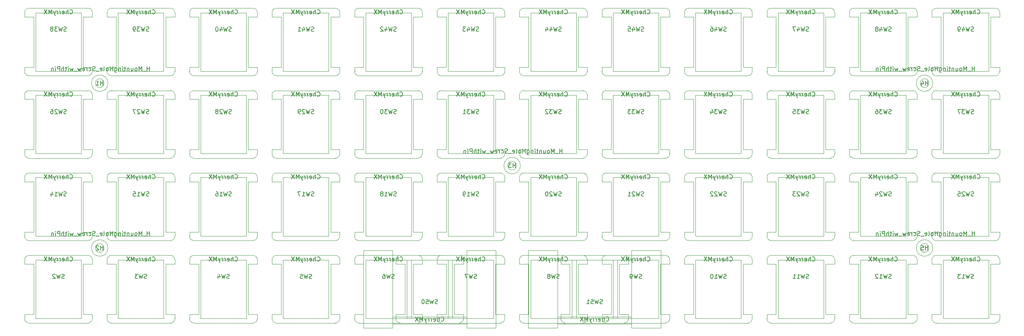
<source format=gbr>
G04 #@! TF.GenerationSoftware,KiCad,Pcbnew,(5.1.4)-1*
G04 #@! TF.CreationDate,2022-02-23T22:30:13-05:00*
G04 #@! TF.ProjectId,ortho-40percent,6f727468-6f2d-4343-9070-657263656e74,rev?*
G04 #@! TF.SameCoordinates,Original*
G04 #@! TF.FileFunction,Other,Fab,Bot*
%FSLAX46Y46*%
G04 Gerber Fmt 4.6, Leading zero omitted, Abs format (unit mm)*
G04 Created by KiCad (PCBNEW (5.1.4)-1) date 2022-02-23 22:30:13*
%MOMM*%
%LPD*%
G04 APERTURE LIST*
%ADD10C,0.100000*%
%ADD11C,0.150000*%
G04 APERTURE END LIST*
D10*
X60460000Y-182420000D02*
G75*
G03X60460000Y-182420000I-1000000J0D01*
G01*
X61360000Y-182420000D02*
G75*
G03X61360000Y-182420000I-1900000J0D01*
G01*
X60460000Y-220420000D02*
G75*
G03X60460000Y-220420000I-1000000J0D01*
G01*
X61360000Y-220420000D02*
G75*
G03X61360000Y-220420000I-1900000J0D01*
G01*
X155460000Y-201420000D02*
G75*
G03X155460000Y-201420000I-1000000J0D01*
G01*
X156360000Y-201420000D02*
G75*
G03X156360000Y-201420000I-1900000J0D01*
G01*
X250460000Y-182420000D02*
G75*
G03X250460000Y-182420000I-1000000J0D01*
G01*
X251360000Y-182420000D02*
G75*
G03X251360000Y-182420000I-1900000J0D01*
G01*
X55210000Y-223170000D02*
X44710000Y-223170000D01*
X44710000Y-236670000D02*
X44710000Y-223170000D01*
X55210000Y-236670000D02*
X44710000Y-236670000D01*
X55210000Y-236670000D02*
X55210000Y-223170000D01*
X57760000Y-223120000D02*
G75*
G03X56760000Y-222120000I-1000000J0D01*
G01*
X43160000Y-222120000D02*
G75*
G03X42160000Y-223120000I0J-1000000D01*
G01*
X42160000Y-236720000D02*
G75*
G03X43160000Y-237720000I1000000J0D01*
G01*
X56760000Y-237720000D02*
G75*
G03X57760000Y-236720000I0J1000000D01*
G01*
X42160000Y-224120000D02*
X42160000Y-223120000D01*
X42160000Y-224120000D02*
X44260000Y-224120000D01*
X44260000Y-235720000D02*
X44260000Y-224120000D01*
X42160000Y-235720000D02*
X44260000Y-235720000D01*
X42160000Y-236720000D02*
X42160000Y-235720000D01*
X57760000Y-236720000D02*
X57760000Y-235720000D01*
X55660000Y-224120000D02*
X57760000Y-224120000D01*
X55660000Y-235720000D02*
X57760000Y-235720000D01*
X55660000Y-235720000D02*
X55660000Y-224120000D01*
X57760000Y-224120000D02*
X57760000Y-223120000D01*
X56760000Y-222120000D02*
X43160000Y-222120000D01*
X56760000Y-237720000D02*
X43160000Y-237720000D01*
X74210000Y-223170000D02*
X63710000Y-223170000D01*
X63710000Y-236670000D02*
X63710000Y-223170000D01*
X74210000Y-236670000D02*
X63710000Y-236670000D01*
X74210000Y-236670000D02*
X74210000Y-223170000D01*
X76760000Y-223120000D02*
G75*
G03X75760000Y-222120000I-1000000J0D01*
G01*
X62160000Y-222120000D02*
G75*
G03X61160000Y-223120000I0J-1000000D01*
G01*
X61160000Y-236720000D02*
G75*
G03X62160000Y-237720000I1000000J0D01*
G01*
X75760000Y-237720000D02*
G75*
G03X76760000Y-236720000I0J1000000D01*
G01*
X61160000Y-224120000D02*
X61160000Y-223120000D01*
X61160000Y-224120000D02*
X63260000Y-224120000D01*
X63260000Y-235720000D02*
X63260000Y-224120000D01*
X61160000Y-235720000D02*
X63260000Y-235720000D01*
X61160000Y-236720000D02*
X61160000Y-235720000D01*
X76760000Y-236720000D02*
X76760000Y-235720000D01*
X74660000Y-224120000D02*
X76760000Y-224120000D01*
X74660000Y-235720000D02*
X76760000Y-235720000D01*
X74660000Y-235720000D02*
X74660000Y-224120000D01*
X76760000Y-224120000D02*
X76760000Y-223120000D01*
X75760000Y-222120000D02*
X62160000Y-222120000D01*
X75760000Y-237720000D02*
X62160000Y-237720000D01*
X93210000Y-223170000D02*
X82710000Y-223170000D01*
X82710000Y-236670000D02*
X82710000Y-223170000D01*
X93210000Y-236670000D02*
X82710000Y-236670000D01*
X93210000Y-236670000D02*
X93210000Y-223170000D01*
X95760000Y-223120000D02*
G75*
G03X94760000Y-222120000I-1000000J0D01*
G01*
X81160000Y-222120000D02*
G75*
G03X80160000Y-223120000I0J-1000000D01*
G01*
X80160000Y-236720000D02*
G75*
G03X81160000Y-237720000I1000000J0D01*
G01*
X94760000Y-237720000D02*
G75*
G03X95760000Y-236720000I0J1000000D01*
G01*
X80160000Y-224120000D02*
X80160000Y-223120000D01*
X80160000Y-224120000D02*
X82260000Y-224120000D01*
X82260000Y-235720000D02*
X82260000Y-224120000D01*
X80160000Y-235720000D02*
X82260000Y-235720000D01*
X80160000Y-236720000D02*
X80160000Y-235720000D01*
X95760000Y-236720000D02*
X95760000Y-235720000D01*
X93660000Y-224120000D02*
X95760000Y-224120000D01*
X93660000Y-235720000D02*
X95760000Y-235720000D01*
X93660000Y-235720000D02*
X93660000Y-224120000D01*
X95760000Y-224120000D02*
X95760000Y-223120000D01*
X94760000Y-222120000D02*
X81160000Y-222120000D01*
X94760000Y-237720000D02*
X81160000Y-237720000D01*
X112210000Y-223170000D02*
X101710000Y-223170000D01*
X101710000Y-236670000D02*
X101710000Y-223170000D01*
X112210000Y-236670000D02*
X101710000Y-236670000D01*
X112210000Y-236670000D02*
X112210000Y-223170000D01*
X114760000Y-223120000D02*
G75*
G03X113760000Y-222120000I-1000000J0D01*
G01*
X100160000Y-222120000D02*
G75*
G03X99160000Y-223120000I0J-1000000D01*
G01*
X99160000Y-236720000D02*
G75*
G03X100160000Y-237720000I1000000J0D01*
G01*
X113760000Y-237720000D02*
G75*
G03X114760000Y-236720000I0J1000000D01*
G01*
X99160000Y-224120000D02*
X99160000Y-223120000D01*
X99160000Y-224120000D02*
X101260000Y-224120000D01*
X101260000Y-235720000D02*
X101260000Y-224120000D01*
X99160000Y-235720000D02*
X101260000Y-235720000D01*
X99160000Y-236720000D02*
X99160000Y-235720000D01*
X114760000Y-236720000D02*
X114760000Y-235720000D01*
X112660000Y-224120000D02*
X114760000Y-224120000D01*
X112660000Y-235720000D02*
X114760000Y-235720000D01*
X112660000Y-235720000D02*
X112660000Y-224120000D01*
X114760000Y-224120000D02*
X114760000Y-223120000D01*
X113760000Y-222120000D02*
X100160000Y-222120000D01*
X113760000Y-237720000D02*
X100160000Y-237720000D01*
X131210000Y-223170000D02*
X120710000Y-223170000D01*
X120710000Y-236670000D02*
X120710000Y-223170000D01*
X131210000Y-236670000D02*
X120710000Y-236670000D01*
X131210000Y-236670000D02*
X131210000Y-223170000D01*
X133760000Y-223120000D02*
G75*
G03X132760000Y-222120000I-1000000J0D01*
G01*
X119160000Y-222120000D02*
G75*
G03X118160000Y-223120000I0J-1000000D01*
G01*
X118160000Y-236720000D02*
G75*
G03X119160000Y-237720000I1000000J0D01*
G01*
X132760000Y-237720000D02*
G75*
G03X133760000Y-236720000I0J1000000D01*
G01*
X118160000Y-224120000D02*
X118160000Y-223120000D01*
X118160000Y-224120000D02*
X120260000Y-224120000D01*
X120260000Y-235720000D02*
X120260000Y-224120000D01*
X118160000Y-235720000D02*
X120260000Y-235720000D01*
X118160000Y-236720000D02*
X118160000Y-235720000D01*
X133760000Y-236720000D02*
X133760000Y-235720000D01*
X131660000Y-224120000D02*
X133760000Y-224120000D01*
X131660000Y-235720000D02*
X133760000Y-235720000D01*
X131660000Y-235720000D02*
X131660000Y-224120000D01*
X133760000Y-224120000D02*
X133760000Y-223120000D01*
X132760000Y-222120000D02*
X119160000Y-222120000D01*
X132760000Y-237720000D02*
X119160000Y-237720000D01*
X150210000Y-223170000D02*
X139710000Y-223170000D01*
X139710000Y-236670000D02*
X139710000Y-223170000D01*
X150210000Y-236670000D02*
X139710000Y-236670000D01*
X150210000Y-236670000D02*
X150210000Y-223170000D01*
X152760000Y-223120000D02*
G75*
G03X151760000Y-222120000I-1000000J0D01*
G01*
X138160000Y-222120000D02*
G75*
G03X137160000Y-223120000I0J-1000000D01*
G01*
X137160000Y-236720000D02*
G75*
G03X138160000Y-237720000I1000000J0D01*
G01*
X151760000Y-237720000D02*
G75*
G03X152760000Y-236720000I0J1000000D01*
G01*
X137160000Y-224120000D02*
X137160000Y-223120000D01*
X137160000Y-224120000D02*
X139260000Y-224120000D01*
X139260000Y-235720000D02*
X139260000Y-224120000D01*
X137160000Y-235720000D02*
X139260000Y-235720000D01*
X137160000Y-236720000D02*
X137160000Y-235720000D01*
X152760000Y-236720000D02*
X152760000Y-235720000D01*
X150660000Y-224120000D02*
X152760000Y-224120000D01*
X150660000Y-235720000D02*
X152760000Y-235720000D01*
X150660000Y-235720000D02*
X150660000Y-224120000D01*
X152760000Y-224120000D02*
X152760000Y-223120000D01*
X151760000Y-222120000D02*
X138160000Y-222120000D01*
X151760000Y-237720000D02*
X138160000Y-237720000D01*
X169210000Y-223170000D02*
X158710000Y-223170000D01*
X158710000Y-236670000D02*
X158710000Y-223170000D01*
X169210000Y-236670000D02*
X158710000Y-236670000D01*
X169210000Y-236670000D02*
X169210000Y-223170000D01*
X171760000Y-223120000D02*
G75*
G03X170760000Y-222120000I-1000000J0D01*
G01*
X157160000Y-222120000D02*
G75*
G03X156160000Y-223120000I0J-1000000D01*
G01*
X156160000Y-236720000D02*
G75*
G03X157160000Y-237720000I1000000J0D01*
G01*
X170760000Y-237720000D02*
G75*
G03X171760000Y-236720000I0J1000000D01*
G01*
X156160000Y-224120000D02*
X156160000Y-223120000D01*
X156160000Y-224120000D02*
X158260000Y-224120000D01*
X158260000Y-235720000D02*
X158260000Y-224120000D01*
X156160000Y-235720000D02*
X158260000Y-235720000D01*
X156160000Y-236720000D02*
X156160000Y-235720000D01*
X171760000Y-236720000D02*
X171760000Y-235720000D01*
X169660000Y-224120000D02*
X171760000Y-224120000D01*
X169660000Y-235720000D02*
X171760000Y-235720000D01*
X169660000Y-235720000D02*
X169660000Y-224120000D01*
X171760000Y-224120000D02*
X171760000Y-223120000D01*
X170760000Y-222120000D02*
X157160000Y-222120000D01*
X170760000Y-237720000D02*
X157160000Y-237720000D01*
X188210000Y-223170000D02*
X177710000Y-223170000D01*
X177710000Y-236670000D02*
X177710000Y-223170000D01*
X188210000Y-236670000D02*
X177710000Y-236670000D01*
X188210000Y-236670000D02*
X188210000Y-223170000D01*
X190760000Y-223120000D02*
G75*
G03X189760000Y-222120000I-1000000J0D01*
G01*
X176160000Y-222120000D02*
G75*
G03X175160000Y-223120000I0J-1000000D01*
G01*
X175160000Y-236720000D02*
G75*
G03X176160000Y-237720000I1000000J0D01*
G01*
X189760000Y-237720000D02*
G75*
G03X190760000Y-236720000I0J1000000D01*
G01*
X175160000Y-224120000D02*
X175160000Y-223120000D01*
X175160000Y-224120000D02*
X177260000Y-224120000D01*
X177260000Y-235720000D02*
X177260000Y-224120000D01*
X175160000Y-235720000D02*
X177260000Y-235720000D01*
X175160000Y-236720000D02*
X175160000Y-235720000D01*
X190760000Y-236720000D02*
X190760000Y-235720000D01*
X188660000Y-224120000D02*
X190760000Y-224120000D01*
X188660000Y-235720000D02*
X190760000Y-235720000D01*
X188660000Y-235720000D02*
X188660000Y-224120000D01*
X190760000Y-224120000D02*
X190760000Y-223120000D01*
X189760000Y-222120000D02*
X176160000Y-222120000D01*
X189760000Y-237720000D02*
X176160000Y-237720000D01*
X207210000Y-223170000D02*
X196710000Y-223170000D01*
X196710000Y-236670000D02*
X196710000Y-223170000D01*
X207210000Y-236670000D02*
X196710000Y-236670000D01*
X207210000Y-236670000D02*
X207210000Y-223170000D01*
X209760000Y-223120000D02*
G75*
G03X208760000Y-222120000I-1000000J0D01*
G01*
X195160000Y-222120000D02*
G75*
G03X194160000Y-223120000I0J-1000000D01*
G01*
X194160000Y-236720000D02*
G75*
G03X195160000Y-237720000I1000000J0D01*
G01*
X208760000Y-237720000D02*
G75*
G03X209760000Y-236720000I0J1000000D01*
G01*
X194160000Y-224120000D02*
X194160000Y-223120000D01*
X194160000Y-224120000D02*
X196260000Y-224120000D01*
X196260000Y-235720000D02*
X196260000Y-224120000D01*
X194160000Y-235720000D02*
X196260000Y-235720000D01*
X194160000Y-236720000D02*
X194160000Y-235720000D01*
X209760000Y-236720000D02*
X209760000Y-235720000D01*
X207660000Y-224120000D02*
X209760000Y-224120000D01*
X207660000Y-235720000D02*
X209760000Y-235720000D01*
X207660000Y-235720000D02*
X207660000Y-224120000D01*
X209760000Y-224120000D02*
X209760000Y-223120000D01*
X208760000Y-222120000D02*
X195160000Y-222120000D01*
X208760000Y-237720000D02*
X195160000Y-237720000D01*
X226210000Y-223170000D02*
X215710000Y-223170000D01*
X215710000Y-236670000D02*
X215710000Y-223170000D01*
X226210000Y-236670000D02*
X215710000Y-236670000D01*
X226210000Y-236670000D02*
X226210000Y-223170000D01*
X228760000Y-223120000D02*
G75*
G03X227760000Y-222120000I-1000000J0D01*
G01*
X214160000Y-222120000D02*
G75*
G03X213160000Y-223120000I0J-1000000D01*
G01*
X213160000Y-236720000D02*
G75*
G03X214160000Y-237720000I1000000J0D01*
G01*
X227760000Y-237720000D02*
G75*
G03X228760000Y-236720000I0J1000000D01*
G01*
X213160000Y-224120000D02*
X213160000Y-223120000D01*
X213160000Y-224120000D02*
X215260000Y-224120000D01*
X215260000Y-235720000D02*
X215260000Y-224120000D01*
X213160000Y-235720000D02*
X215260000Y-235720000D01*
X213160000Y-236720000D02*
X213160000Y-235720000D01*
X228760000Y-236720000D02*
X228760000Y-235720000D01*
X226660000Y-224120000D02*
X228760000Y-224120000D01*
X226660000Y-235720000D02*
X228760000Y-235720000D01*
X226660000Y-235720000D02*
X226660000Y-224120000D01*
X228760000Y-224120000D02*
X228760000Y-223120000D01*
X227760000Y-222120000D02*
X214160000Y-222120000D01*
X227760000Y-237720000D02*
X214160000Y-237720000D01*
X245210000Y-223170000D02*
X234710000Y-223170000D01*
X234710000Y-236670000D02*
X234710000Y-223170000D01*
X245210000Y-236670000D02*
X234710000Y-236670000D01*
X245210000Y-236670000D02*
X245210000Y-223170000D01*
X247760000Y-223120000D02*
G75*
G03X246760000Y-222120000I-1000000J0D01*
G01*
X233160000Y-222120000D02*
G75*
G03X232160000Y-223120000I0J-1000000D01*
G01*
X232160000Y-236720000D02*
G75*
G03X233160000Y-237720000I1000000J0D01*
G01*
X246760000Y-237720000D02*
G75*
G03X247760000Y-236720000I0J1000000D01*
G01*
X232160000Y-224120000D02*
X232160000Y-223120000D01*
X232160000Y-224120000D02*
X234260000Y-224120000D01*
X234260000Y-235720000D02*
X234260000Y-224120000D01*
X232160000Y-235720000D02*
X234260000Y-235720000D01*
X232160000Y-236720000D02*
X232160000Y-235720000D01*
X247760000Y-236720000D02*
X247760000Y-235720000D01*
X245660000Y-224120000D02*
X247760000Y-224120000D01*
X245660000Y-235720000D02*
X247760000Y-235720000D01*
X245660000Y-235720000D02*
X245660000Y-224120000D01*
X247760000Y-224120000D02*
X247760000Y-223120000D01*
X246760000Y-222120000D02*
X233160000Y-222120000D01*
X246760000Y-237720000D02*
X233160000Y-237720000D01*
X264210000Y-223170000D02*
X253710000Y-223170000D01*
X253710000Y-236670000D02*
X253710000Y-223170000D01*
X264210000Y-236670000D02*
X253710000Y-236670000D01*
X264210000Y-236670000D02*
X264210000Y-223170000D01*
X266760000Y-223120000D02*
G75*
G03X265760000Y-222120000I-1000000J0D01*
G01*
X252160000Y-222120000D02*
G75*
G03X251160000Y-223120000I0J-1000000D01*
G01*
X251160000Y-236720000D02*
G75*
G03X252160000Y-237720000I1000000J0D01*
G01*
X265760000Y-237720000D02*
G75*
G03X266760000Y-236720000I0J1000000D01*
G01*
X251160000Y-224120000D02*
X251160000Y-223120000D01*
X251160000Y-224120000D02*
X253260000Y-224120000D01*
X253260000Y-235720000D02*
X253260000Y-224120000D01*
X251160000Y-235720000D02*
X253260000Y-235720000D01*
X251160000Y-236720000D02*
X251160000Y-235720000D01*
X266760000Y-236720000D02*
X266760000Y-235720000D01*
X264660000Y-224120000D02*
X266760000Y-224120000D01*
X264660000Y-235720000D02*
X266760000Y-235720000D01*
X264660000Y-235720000D02*
X264660000Y-224120000D01*
X266760000Y-224120000D02*
X266760000Y-223120000D01*
X265760000Y-222120000D02*
X252160000Y-222120000D01*
X265760000Y-237720000D02*
X252160000Y-237720000D01*
X55210000Y-204170000D02*
X44710000Y-204170000D01*
X44710000Y-217670000D02*
X44710000Y-204170000D01*
X55210000Y-217670000D02*
X44710000Y-217670000D01*
X55210000Y-217670000D02*
X55210000Y-204170000D01*
X57760000Y-204120000D02*
G75*
G03X56760000Y-203120000I-1000000J0D01*
G01*
X43160000Y-203120000D02*
G75*
G03X42160000Y-204120000I0J-1000000D01*
G01*
X42160000Y-217720000D02*
G75*
G03X43160000Y-218720000I1000000J0D01*
G01*
X56760000Y-218720000D02*
G75*
G03X57760000Y-217720000I0J1000000D01*
G01*
X42160000Y-205120000D02*
X42160000Y-204120000D01*
X42160000Y-205120000D02*
X44260000Y-205120000D01*
X44260000Y-216720000D02*
X44260000Y-205120000D01*
X42160000Y-216720000D02*
X44260000Y-216720000D01*
X42160000Y-217720000D02*
X42160000Y-216720000D01*
X57760000Y-217720000D02*
X57760000Y-216720000D01*
X55660000Y-205120000D02*
X57760000Y-205120000D01*
X55660000Y-216720000D02*
X57760000Y-216720000D01*
X55660000Y-216720000D02*
X55660000Y-205120000D01*
X57760000Y-205120000D02*
X57760000Y-204120000D01*
X56760000Y-203120000D02*
X43160000Y-203120000D01*
X56760000Y-218720000D02*
X43160000Y-218720000D01*
X74210000Y-204170000D02*
X63710000Y-204170000D01*
X63710000Y-217670000D02*
X63710000Y-204170000D01*
X74210000Y-217670000D02*
X63710000Y-217670000D01*
X74210000Y-217670000D02*
X74210000Y-204170000D01*
X76760000Y-204120000D02*
G75*
G03X75760000Y-203120000I-1000000J0D01*
G01*
X62160000Y-203120000D02*
G75*
G03X61160000Y-204120000I0J-1000000D01*
G01*
X61160000Y-217720000D02*
G75*
G03X62160000Y-218720000I1000000J0D01*
G01*
X75760000Y-218720000D02*
G75*
G03X76760000Y-217720000I0J1000000D01*
G01*
X61160000Y-205120000D02*
X61160000Y-204120000D01*
X61160000Y-205120000D02*
X63260000Y-205120000D01*
X63260000Y-216720000D02*
X63260000Y-205120000D01*
X61160000Y-216720000D02*
X63260000Y-216720000D01*
X61160000Y-217720000D02*
X61160000Y-216720000D01*
X76760000Y-217720000D02*
X76760000Y-216720000D01*
X74660000Y-205120000D02*
X76760000Y-205120000D01*
X74660000Y-216720000D02*
X76760000Y-216720000D01*
X74660000Y-216720000D02*
X74660000Y-205120000D01*
X76760000Y-205120000D02*
X76760000Y-204120000D01*
X75760000Y-203120000D02*
X62160000Y-203120000D01*
X75760000Y-218720000D02*
X62160000Y-218720000D01*
X93210000Y-204170000D02*
X82710000Y-204170000D01*
X82710000Y-217670000D02*
X82710000Y-204170000D01*
X93210000Y-217670000D02*
X82710000Y-217670000D01*
X93210000Y-217670000D02*
X93210000Y-204170000D01*
X95760000Y-204120000D02*
G75*
G03X94760000Y-203120000I-1000000J0D01*
G01*
X81160000Y-203120000D02*
G75*
G03X80160000Y-204120000I0J-1000000D01*
G01*
X80160000Y-217720000D02*
G75*
G03X81160000Y-218720000I1000000J0D01*
G01*
X94760000Y-218720000D02*
G75*
G03X95760000Y-217720000I0J1000000D01*
G01*
X80160000Y-205120000D02*
X80160000Y-204120000D01*
X80160000Y-205120000D02*
X82260000Y-205120000D01*
X82260000Y-216720000D02*
X82260000Y-205120000D01*
X80160000Y-216720000D02*
X82260000Y-216720000D01*
X80160000Y-217720000D02*
X80160000Y-216720000D01*
X95760000Y-217720000D02*
X95760000Y-216720000D01*
X93660000Y-205120000D02*
X95760000Y-205120000D01*
X93660000Y-216720000D02*
X95760000Y-216720000D01*
X93660000Y-216720000D02*
X93660000Y-205120000D01*
X95760000Y-205120000D02*
X95760000Y-204120000D01*
X94760000Y-203120000D02*
X81160000Y-203120000D01*
X94760000Y-218720000D02*
X81160000Y-218720000D01*
X112210000Y-204170000D02*
X101710000Y-204170000D01*
X101710000Y-217670000D02*
X101710000Y-204170000D01*
X112210000Y-217670000D02*
X101710000Y-217670000D01*
X112210000Y-217670000D02*
X112210000Y-204170000D01*
X114760000Y-204120000D02*
G75*
G03X113760000Y-203120000I-1000000J0D01*
G01*
X100160000Y-203120000D02*
G75*
G03X99160000Y-204120000I0J-1000000D01*
G01*
X99160000Y-217720000D02*
G75*
G03X100160000Y-218720000I1000000J0D01*
G01*
X113760000Y-218720000D02*
G75*
G03X114760000Y-217720000I0J1000000D01*
G01*
X99160000Y-205120000D02*
X99160000Y-204120000D01*
X99160000Y-205120000D02*
X101260000Y-205120000D01*
X101260000Y-216720000D02*
X101260000Y-205120000D01*
X99160000Y-216720000D02*
X101260000Y-216720000D01*
X99160000Y-217720000D02*
X99160000Y-216720000D01*
X114760000Y-217720000D02*
X114760000Y-216720000D01*
X112660000Y-205120000D02*
X114760000Y-205120000D01*
X112660000Y-216720000D02*
X114760000Y-216720000D01*
X112660000Y-216720000D02*
X112660000Y-205120000D01*
X114760000Y-205120000D02*
X114760000Y-204120000D01*
X113760000Y-203120000D02*
X100160000Y-203120000D01*
X113760000Y-218720000D02*
X100160000Y-218720000D01*
X131210000Y-204170000D02*
X120710000Y-204170000D01*
X120710000Y-217670000D02*
X120710000Y-204170000D01*
X131210000Y-217670000D02*
X120710000Y-217670000D01*
X131210000Y-217670000D02*
X131210000Y-204170000D01*
X133760000Y-204120000D02*
G75*
G03X132760000Y-203120000I-1000000J0D01*
G01*
X119160000Y-203120000D02*
G75*
G03X118160000Y-204120000I0J-1000000D01*
G01*
X118160000Y-217720000D02*
G75*
G03X119160000Y-218720000I1000000J0D01*
G01*
X132760000Y-218720000D02*
G75*
G03X133760000Y-217720000I0J1000000D01*
G01*
X118160000Y-205120000D02*
X118160000Y-204120000D01*
X118160000Y-205120000D02*
X120260000Y-205120000D01*
X120260000Y-216720000D02*
X120260000Y-205120000D01*
X118160000Y-216720000D02*
X120260000Y-216720000D01*
X118160000Y-217720000D02*
X118160000Y-216720000D01*
X133760000Y-217720000D02*
X133760000Y-216720000D01*
X131660000Y-205120000D02*
X133760000Y-205120000D01*
X131660000Y-216720000D02*
X133760000Y-216720000D01*
X131660000Y-216720000D02*
X131660000Y-205120000D01*
X133760000Y-205120000D02*
X133760000Y-204120000D01*
X132760000Y-203120000D02*
X119160000Y-203120000D01*
X132760000Y-218720000D02*
X119160000Y-218720000D01*
X150210000Y-204170000D02*
X139710000Y-204170000D01*
X139710000Y-217670000D02*
X139710000Y-204170000D01*
X150210000Y-217670000D02*
X139710000Y-217670000D01*
X150210000Y-217670000D02*
X150210000Y-204170000D01*
X152760000Y-204120000D02*
G75*
G03X151760000Y-203120000I-1000000J0D01*
G01*
X138160000Y-203120000D02*
G75*
G03X137160000Y-204120000I0J-1000000D01*
G01*
X137160000Y-217720000D02*
G75*
G03X138160000Y-218720000I1000000J0D01*
G01*
X151760000Y-218720000D02*
G75*
G03X152760000Y-217720000I0J1000000D01*
G01*
X137160000Y-205120000D02*
X137160000Y-204120000D01*
X137160000Y-205120000D02*
X139260000Y-205120000D01*
X139260000Y-216720000D02*
X139260000Y-205120000D01*
X137160000Y-216720000D02*
X139260000Y-216720000D01*
X137160000Y-217720000D02*
X137160000Y-216720000D01*
X152760000Y-217720000D02*
X152760000Y-216720000D01*
X150660000Y-205120000D02*
X152760000Y-205120000D01*
X150660000Y-216720000D02*
X152760000Y-216720000D01*
X150660000Y-216720000D02*
X150660000Y-205120000D01*
X152760000Y-205120000D02*
X152760000Y-204120000D01*
X151760000Y-203120000D02*
X138160000Y-203120000D01*
X151760000Y-218720000D02*
X138160000Y-218720000D01*
X169210000Y-204170000D02*
X158710000Y-204170000D01*
X158710000Y-217670000D02*
X158710000Y-204170000D01*
X169210000Y-217670000D02*
X158710000Y-217670000D01*
X169210000Y-217670000D02*
X169210000Y-204170000D01*
X171760000Y-204120000D02*
G75*
G03X170760000Y-203120000I-1000000J0D01*
G01*
X157160000Y-203120000D02*
G75*
G03X156160000Y-204120000I0J-1000000D01*
G01*
X156160000Y-217720000D02*
G75*
G03X157160000Y-218720000I1000000J0D01*
G01*
X170760000Y-218720000D02*
G75*
G03X171760000Y-217720000I0J1000000D01*
G01*
X156160000Y-205120000D02*
X156160000Y-204120000D01*
X156160000Y-205120000D02*
X158260000Y-205120000D01*
X158260000Y-216720000D02*
X158260000Y-205120000D01*
X156160000Y-216720000D02*
X158260000Y-216720000D01*
X156160000Y-217720000D02*
X156160000Y-216720000D01*
X171760000Y-217720000D02*
X171760000Y-216720000D01*
X169660000Y-205120000D02*
X171760000Y-205120000D01*
X169660000Y-216720000D02*
X171760000Y-216720000D01*
X169660000Y-216720000D02*
X169660000Y-205120000D01*
X171760000Y-205120000D02*
X171760000Y-204120000D01*
X170760000Y-203120000D02*
X157160000Y-203120000D01*
X170760000Y-218720000D02*
X157160000Y-218720000D01*
X188210000Y-204170000D02*
X177710000Y-204170000D01*
X177710000Y-217670000D02*
X177710000Y-204170000D01*
X188210000Y-217670000D02*
X177710000Y-217670000D01*
X188210000Y-217670000D02*
X188210000Y-204170000D01*
X190760000Y-204120000D02*
G75*
G03X189760000Y-203120000I-1000000J0D01*
G01*
X176160000Y-203120000D02*
G75*
G03X175160000Y-204120000I0J-1000000D01*
G01*
X175160000Y-217720000D02*
G75*
G03X176160000Y-218720000I1000000J0D01*
G01*
X189760000Y-218720000D02*
G75*
G03X190760000Y-217720000I0J1000000D01*
G01*
X175160000Y-205120000D02*
X175160000Y-204120000D01*
X175160000Y-205120000D02*
X177260000Y-205120000D01*
X177260000Y-216720000D02*
X177260000Y-205120000D01*
X175160000Y-216720000D02*
X177260000Y-216720000D01*
X175160000Y-217720000D02*
X175160000Y-216720000D01*
X190760000Y-217720000D02*
X190760000Y-216720000D01*
X188660000Y-205120000D02*
X190760000Y-205120000D01*
X188660000Y-216720000D02*
X190760000Y-216720000D01*
X188660000Y-216720000D02*
X188660000Y-205120000D01*
X190760000Y-205120000D02*
X190760000Y-204120000D01*
X189760000Y-203120000D02*
X176160000Y-203120000D01*
X189760000Y-218720000D02*
X176160000Y-218720000D01*
X207210000Y-204170000D02*
X196710000Y-204170000D01*
X196710000Y-217670000D02*
X196710000Y-204170000D01*
X207210000Y-217670000D02*
X196710000Y-217670000D01*
X207210000Y-217670000D02*
X207210000Y-204170000D01*
X209760000Y-204120000D02*
G75*
G03X208760000Y-203120000I-1000000J0D01*
G01*
X195160000Y-203120000D02*
G75*
G03X194160000Y-204120000I0J-1000000D01*
G01*
X194160000Y-217720000D02*
G75*
G03X195160000Y-218720000I1000000J0D01*
G01*
X208760000Y-218720000D02*
G75*
G03X209760000Y-217720000I0J1000000D01*
G01*
X194160000Y-205120000D02*
X194160000Y-204120000D01*
X194160000Y-205120000D02*
X196260000Y-205120000D01*
X196260000Y-216720000D02*
X196260000Y-205120000D01*
X194160000Y-216720000D02*
X196260000Y-216720000D01*
X194160000Y-217720000D02*
X194160000Y-216720000D01*
X209760000Y-217720000D02*
X209760000Y-216720000D01*
X207660000Y-205120000D02*
X209760000Y-205120000D01*
X207660000Y-216720000D02*
X209760000Y-216720000D01*
X207660000Y-216720000D02*
X207660000Y-205120000D01*
X209760000Y-205120000D02*
X209760000Y-204120000D01*
X208760000Y-203120000D02*
X195160000Y-203120000D01*
X208760000Y-218720000D02*
X195160000Y-218720000D01*
X226210000Y-204170000D02*
X215710000Y-204170000D01*
X215710000Y-217670000D02*
X215710000Y-204170000D01*
X226210000Y-217670000D02*
X215710000Y-217670000D01*
X226210000Y-217670000D02*
X226210000Y-204170000D01*
X228760000Y-204120000D02*
G75*
G03X227760000Y-203120000I-1000000J0D01*
G01*
X214160000Y-203120000D02*
G75*
G03X213160000Y-204120000I0J-1000000D01*
G01*
X213160000Y-217720000D02*
G75*
G03X214160000Y-218720000I1000000J0D01*
G01*
X227760000Y-218720000D02*
G75*
G03X228760000Y-217720000I0J1000000D01*
G01*
X213160000Y-205120000D02*
X213160000Y-204120000D01*
X213160000Y-205120000D02*
X215260000Y-205120000D01*
X215260000Y-216720000D02*
X215260000Y-205120000D01*
X213160000Y-216720000D02*
X215260000Y-216720000D01*
X213160000Y-217720000D02*
X213160000Y-216720000D01*
X228760000Y-217720000D02*
X228760000Y-216720000D01*
X226660000Y-205120000D02*
X228760000Y-205120000D01*
X226660000Y-216720000D02*
X228760000Y-216720000D01*
X226660000Y-216720000D02*
X226660000Y-205120000D01*
X228760000Y-205120000D02*
X228760000Y-204120000D01*
X227760000Y-203120000D02*
X214160000Y-203120000D01*
X227760000Y-218720000D02*
X214160000Y-218720000D01*
X245210000Y-204170000D02*
X234710000Y-204170000D01*
X234710000Y-217670000D02*
X234710000Y-204170000D01*
X245210000Y-217670000D02*
X234710000Y-217670000D01*
X245210000Y-217670000D02*
X245210000Y-204170000D01*
X247760000Y-204120000D02*
G75*
G03X246760000Y-203120000I-1000000J0D01*
G01*
X233160000Y-203120000D02*
G75*
G03X232160000Y-204120000I0J-1000000D01*
G01*
X232160000Y-217720000D02*
G75*
G03X233160000Y-218720000I1000000J0D01*
G01*
X246760000Y-218720000D02*
G75*
G03X247760000Y-217720000I0J1000000D01*
G01*
X232160000Y-205120000D02*
X232160000Y-204120000D01*
X232160000Y-205120000D02*
X234260000Y-205120000D01*
X234260000Y-216720000D02*
X234260000Y-205120000D01*
X232160000Y-216720000D02*
X234260000Y-216720000D01*
X232160000Y-217720000D02*
X232160000Y-216720000D01*
X247760000Y-217720000D02*
X247760000Y-216720000D01*
X245660000Y-205120000D02*
X247760000Y-205120000D01*
X245660000Y-216720000D02*
X247760000Y-216720000D01*
X245660000Y-216720000D02*
X245660000Y-205120000D01*
X247760000Y-205120000D02*
X247760000Y-204120000D01*
X246760000Y-203120000D02*
X233160000Y-203120000D01*
X246760000Y-218720000D02*
X233160000Y-218720000D01*
X264210000Y-204170000D02*
X253710000Y-204170000D01*
X253710000Y-217670000D02*
X253710000Y-204170000D01*
X264210000Y-217670000D02*
X253710000Y-217670000D01*
X264210000Y-217670000D02*
X264210000Y-204170000D01*
X266760000Y-204120000D02*
G75*
G03X265760000Y-203120000I-1000000J0D01*
G01*
X252160000Y-203120000D02*
G75*
G03X251160000Y-204120000I0J-1000000D01*
G01*
X251160000Y-217720000D02*
G75*
G03X252160000Y-218720000I1000000J0D01*
G01*
X265760000Y-218720000D02*
G75*
G03X266760000Y-217720000I0J1000000D01*
G01*
X251160000Y-205120000D02*
X251160000Y-204120000D01*
X251160000Y-205120000D02*
X253260000Y-205120000D01*
X253260000Y-216720000D02*
X253260000Y-205120000D01*
X251160000Y-216720000D02*
X253260000Y-216720000D01*
X251160000Y-217720000D02*
X251160000Y-216720000D01*
X266760000Y-217720000D02*
X266760000Y-216720000D01*
X264660000Y-205120000D02*
X266760000Y-205120000D01*
X264660000Y-216720000D02*
X266760000Y-216720000D01*
X264660000Y-216720000D02*
X264660000Y-205120000D01*
X266760000Y-205120000D02*
X266760000Y-204120000D01*
X265760000Y-203120000D02*
X252160000Y-203120000D01*
X265760000Y-218720000D02*
X252160000Y-218720000D01*
X55210000Y-185170000D02*
X44710000Y-185170000D01*
X44710000Y-198670000D02*
X44710000Y-185170000D01*
X55210000Y-198670000D02*
X44710000Y-198670000D01*
X55210000Y-198670000D02*
X55210000Y-185170000D01*
X57760000Y-185120000D02*
G75*
G03X56760000Y-184120000I-1000000J0D01*
G01*
X43160000Y-184120000D02*
G75*
G03X42160000Y-185120000I0J-1000000D01*
G01*
X42160000Y-198720000D02*
G75*
G03X43160000Y-199720000I1000000J0D01*
G01*
X56760000Y-199720000D02*
G75*
G03X57760000Y-198720000I0J1000000D01*
G01*
X42160000Y-186120000D02*
X42160000Y-185120000D01*
X42160000Y-186120000D02*
X44260000Y-186120000D01*
X44260000Y-197720000D02*
X44260000Y-186120000D01*
X42160000Y-197720000D02*
X44260000Y-197720000D01*
X42160000Y-198720000D02*
X42160000Y-197720000D01*
X57760000Y-198720000D02*
X57760000Y-197720000D01*
X55660000Y-186120000D02*
X57760000Y-186120000D01*
X55660000Y-197720000D02*
X57760000Y-197720000D01*
X55660000Y-197720000D02*
X55660000Y-186120000D01*
X57760000Y-186120000D02*
X57760000Y-185120000D01*
X56760000Y-184120000D02*
X43160000Y-184120000D01*
X56760000Y-199720000D02*
X43160000Y-199720000D01*
X74210000Y-185170000D02*
X63710000Y-185170000D01*
X63710000Y-198670000D02*
X63710000Y-185170000D01*
X74210000Y-198670000D02*
X63710000Y-198670000D01*
X74210000Y-198670000D02*
X74210000Y-185170000D01*
X76760000Y-185120000D02*
G75*
G03X75760000Y-184120000I-1000000J0D01*
G01*
X62160000Y-184120000D02*
G75*
G03X61160000Y-185120000I0J-1000000D01*
G01*
X61160000Y-198720000D02*
G75*
G03X62160000Y-199720000I1000000J0D01*
G01*
X75760000Y-199720000D02*
G75*
G03X76760000Y-198720000I0J1000000D01*
G01*
X61160000Y-186120000D02*
X61160000Y-185120000D01*
X61160000Y-186120000D02*
X63260000Y-186120000D01*
X63260000Y-197720000D02*
X63260000Y-186120000D01*
X61160000Y-197720000D02*
X63260000Y-197720000D01*
X61160000Y-198720000D02*
X61160000Y-197720000D01*
X76760000Y-198720000D02*
X76760000Y-197720000D01*
X74660000Y-186120000D02*
X76760000Y-186120000D01*
X74660000Y-197720000D02*
X76760000Y-197720000D01*
X74660000Y-197720000D02*
X74660000Y-186120000D01*
X76760000Y-186120000D02*
X76760000Y-185120000D01*
X75760000Y-184120000D02*
X62160000Y-184120000D01*
X75760000Y-199720000D02*
X62160000Y-199720000D01*
X93210000Y-185170000D02*
X82710000Y-185170000D01*
X82710000Y-198670000D02*
X82710000Y-185170000D01*
X93210000Y-198670000D02*
X82710000Y-198670000D01*
X93210000Y-198670000D02*
X93210000Y-185170000D01*
X95760000Y-185120000D02*
G75*
G03X94760000Y-184120000I-1000000J0D01*
G01*
X81160000Y-184120000D02*
G75*
G03X80160000Y-185120000I0J-1000000D01*
G01*
X80160000Y-198720000D02*
G75*
G03X81160000Y-199720000I1000000J0D01*
G01*
X94760000Y-199720000D02*
G75*
G03X95760000Y-198720000I0J1000000D01*
G01*
X80160000Y-186120000D02*
X80160000Y-185120000D01*
X80160000Y-186120000D02*
X82260000Y-186120000D01*
X82260000Y-197720000D02*
X82260000Y-186120000D01*
X80160000Y-197720000D02*
X82260000Y-197720000D01*
X80160000Y-198720000D02*
X80160000Y-197720000D01*
X95760000Y-198720000D02*
X95760000Y-197720000D01*
X93660000Y-186120000D02*
X95760000Y-186120000D01*
X93660000Y-197720000D02*
X95760000Y-197720000D01*
X93660000Y-197720000D02*
X93660000Y-186120000D01*
X95760000Y-186120000D02*
X95760000Y-185120000D01*
X94760000Y-184120000D02*
X81160000Y-184120000D01*
X94760000Y-199720000D02*
X81160000Y-199720000D01*
X112210000Y-185170000D02*
X101710000Y-185170000D01*
X101710000Y-198670000D02*
X101710000Y-185170000D01*
X112210000Y-198670000D02*
X101710000Y-198670000D01*
X112210000Y-198670000D02*
X112210000Y-185170000D01*
X114760000Y-185120000D02*
G75*
G03X113760000Y-184120000I-1000000J0D01*
G01*
X100160000Y-184120000D02*
G75*
G03X99160000Y-185120000I0J-1000000D01*
G01*
X99160000Y-198720000D02*
G75*
G03X100160000Y-199720000I1000000J0D01*
G01*
X113760000Y-199720000D02*
G75*
G03X114760000Y-198720000I0J1000000D01*
G01*
X99160000Y-186120000D02*
X99160000Y-185120000D01*
X99160000Y-186120000D02*
X101260000Y-186120000D01*
X101260000Y-197720000D02*
X101260000Y-186120000D01*
X99160000Y-197720000D02*
X101260000Y-197720000D01*
X99160000Y-198720000D02*
X99160000Y-197720000D01*
X114760000Y-198720000D02*
X114760000Y-197720000D01*
X112660000Y-186120000D02*
X114760000Y-186120000D01*
X112660000Y-197720000D02*
X114760000Y-197720000D01*
X112660000Y-197720000D02*
X112660000Y-186120000D01*
X114760000Y-186120000D02*
X114760000Y-185120000D01*
X113760000Y-184120000D02*
X100160000Y-184120000D01*
X113760000Y-199720000D02*
X100160000Y-199720000D01*
X131210000Y-185170000D02*
X120710000Y-185170000D01*
X120710000Y-198670000D02*
X120710000Y-185170000D01*
X131210000Y-198670000D02*
X120710000Y-198670000D01*
X131210000Y-198670000D02*
X131210000Y-185170000D01*
X133760000Y-185120000D02*
G75*
G03X132760000Y-184120000I-1000000J0D01*
G01*
X119160000Y-184120000D02*
G75*
G03X118160000Y-185120000I0J-1000000D01*
G01*
X118160000Y-198720000D02*
G75*
G03X119160000Y-199720000I1000000J0D01*
G01*
X132760000Y-199720000D02*
G75*
G03X133760000Y-198720000I0J1000000D01*
G01*
X118160000Y-186120000D02*
X118160000Y-185120000D01*
X118160000Y-186120000D02*
X120260000Y-186120000D01*
X120260000Y-197720000D02*
X120260000Y-186120000D01*
X118160000Y-197720000D02*
X120260000Y-197720000D01*
X118160000Y-198720000D02*
X118160000Y-197720000D01*
X133760000Y-198720000D02*
X133760000Y-197720000D01*
X131660000Y-186120000D02*
X133760000Y-186120000D01*
X131660000Y-197720000D02*
X133760000Y-197720000D01*
X131660000Y-197720000D02*
X131660000Y-186120000D01*
X133760000Y-186120000D02*
X133760000Y-185120000D01*
X132760000Y-184120000D02*
X119160000Y-184120000D01*
X132760000Y-199720000D02*
X119160000Y-199720000D01*
X150210000Y-185170000D02*
X139710000Y-185170000D01*
X139710000Y-198670000D02*
X139710000Y-185170000D01*
X150210000Y-198670000D02*
X139710000Y-198670000D01*
X150210000Y-198670000D02*
X150210000Y-185170000D01*
X152760000Y-185120000D02*
G75*
G03X151760000Y-184120000I-1000000J0D01*
G01*
X138160000Y-184120000D02*
G75*
G03X137160000Y-185120000I0J-1000000D01*
G01*
X137160000Y-198720000D02*
G75*
G03X138160000Y-199720000I1000000J0D01*
G01*
X151760000Y-199720000D02*
G75*
G03X152760000Y-198720000I0J1000000D01*
G01*
X137160000Y-186120000D02*
X137160000Y-185120000D01*
X137160000Y-186120000D02*
X139260000Y-186120000D01*
X139260000Y-197720000D02*
X139260000Y-186120000D01*
X137160000Y-197720000D02*
X139260000Y-197720000D01*
X137160000Y-198720000D02*
X137160000Y-197720000D01*
X152760000Y-198720000D02*
X152760000Y-197720000D01*
X150660000Y-186120000D02*
X152760000Y-186120000D01*
X150660000Y-197720000D02*
X152760000Y-197720000D01*
X150660000Y-197720000D02*
X150660000Y-186120000D01*
X152760000Y-186120000D02*
X152760000Y-185120000D01*
X151760000Y-184120000D02*
X138160000Y-184120000D01*
X151760000Y-199720000D02*
X138160000Y-199720000D01*
X169210000Y-185170000D02*
X158710000Y-185170000D01*
X158710000Y-198670000D02*
X158710000Y-185170000D01*
X169210000Y-198670000D02*
X158710000Y-198670000D01*
X169210000Y-198670000D02*
X169210000Y-185170000D01*
X171760000Y-185120000D02*
G75*
G03X170760000Y-184120000I-1000000J0D01*
G01*
X157160000Y-184120000D02*
G75*
G03X156160000Y-185120000I0J-1000000D01*
G01*
X156160000Y-198720000D02*
G75*
G03X157160000Y-199720000I1000000J0D01*
G01*
X170760000Y-199720000D02*
G75*
G03X171760000Y-198720000I0J1000000D01*
G01*
X156160000Y-186120000D02*
X156160000Y-185120000D01*
X156160000Y-186120000D02*
X158260000Y-186120000D01*
X158260000Y-197720000D02*
X158260000Y-186120000D01*
X156160000Y-197720000D02*
X158260000Y-197720000D01*
X156160000Y-198720000D02*
X156160000Y-197720000D01*
X171760000Y-198720000D02*
X171760000Y-197720000D01*
X169660000Y-186120000D02*
X171760000Y-186120000D01*
X169660000Y-197720000D02*
X171760000Y-197720000D01*
X169660000Y-197720000D02*
X169660000Y-186120000D01*
X171760000Y-186120000D02*
X171760000Y-185120000D01*
X170760000Y-184120000D02*
X157160000Y-184120000D01*
X170760000Y-199720000D02*
X157160000Y-199720000D01*
X188210000Y-185170000D02*
X177710000Y-185170000D01*
X177710000Y-198670000D02*
X177710000Y-185170000D01*
X188210000Y-198670000D02*
X177710000Y-198670000D01*
X188210000Y-198670000D02*
X188210000Y-185170000D01*
X190760000Y-185120000D02*
G75*
G03X189760000Y-184120000I-1000000J0D01*
G01*
X176160000Y-184120000D02*
G75*
G03X175160000Y-185120000I0J-1000000D01*
G01*
X175160000Y-198720000D02*
G75*
G03X176160000Y-199720000I1000000J0D01*
G01*
X189760000Y-199720000D02*
G75*
G03X190760000Y-198720000I0J1000000D01*
G01*
X175160000Y-186120000D02*
X175160000Y-185120000D01*
X175160000Y-186120000D02*
X177260000Y-186120000D01*
X177260000Y-197720000D02*
X177260000Y-186120000D01*
X175160000Y-197720000D02*
X177260000Y-197720000D01*
X175160000Y-198720000D02*
X175160000Y-197720000D01*
X190760000Y-198720000D02*
X190760000Y-197720000D01*
X188660000Y-186120000D02*
X190760000Y-186120000D01*
X188660000Y-197720000D02*
X190760000Y-197720000D01*
X188660000Y-197720000D02*
X188660000Y-186120000D01*
X190760000Y-186120000D02*
X190760000Y-185120000D01*
X189760000Y-184120000D02*
X176160000Y-184120000D01*
X189760000Y-199720000D02*
X176160000Y-199720000D01*
X207210000Y-185170000D02*
X196710000Y-185170000D01*
X196710000Y-198670000D02*
X196710000Y-185170000D01*
X207210000Y-198670000D02*
X196710000Y-198670000D01*
X207210000Y-198670000D02*
X207210000Y-185170000D01*
X209760000Y-185120000D02*
G75*
G03X208760000Y-184120000I-1000000J0D01*
G01*
X195160000Y-184120000D02*
G75*
G03X194160000Y-185120000I0J-1000000D01*
G01*
X194160000Y-198720000D02*
G75*
G03X195160000Y-199720000I1000000J0D01*
G01*
X208760000Y-199720000D02*
G75*
G03X209760000Y-198720000I0J1000000D01*
G01*
X194160000Y-186120000D02*
X194160000Y-185120000D01*
X194160000Y-186120000D02*
X196260000Y-186120000D01*
X196260000Y-197720000D02*
X196260000Y-186120000D01*
X194160000Y-197720000D02*
X196260000Y-197720000D01*
X194160000Y-198720000D02*
X194160000Y-197720000D01*
X209760000Y-198720000D02*
X209760000Y-197720000D01*
X207660000Y-186120000D02*
X209760000Y-186120000D01*
X207660000Y-197720000D02*
X209760000Y-197720000D01*
X207660000Y-197720000D02*
X207660000Y-186120000D01*
X209760000Y-186120000D02*
X209760000Y-185120000D01*
X208760000Y-184120000D02*
X195160000Y-184120000D01*
X208760000Y-199720000D02*
X195160000Y-199720000D01*
X226210000Y-185170000D02*
X215710000Y-185170000D01*
X215710000Y-198670000D02*
X215710000Y-185170000D01*
X226210000Y-198670000D02*
X215710000Y-198670000D01*
X226210000Y-198670000D02*
X226210000Y-185170000D01*
X228760000Y-185120000D02*
G75*
G03X227760000Y-184120000I-1000000J0D01*
G01*
X214160000Y-184120000D02*
G75*
G03X213160000Y-185120000I0J-1000000D01*
G01*
X213160000Y-198720000D02*
G75*
G03X214160000Y-199720000I1000000J0D01*
G01*
X227760000Y-199720000D02*
G75*
G03X228760000Y-198720000I0J1000000D01*
G01*
X213160000Y-186120000D02*
X213160000Y-185120000D01*
X213160000Y-186120000D02*
X215260000Y-186120000D01*
X215260000Y-197720000D02*
X215260000Y-186120000D01*
X213160000Y-197720000D02*
X215260000Y-197720000D01*
X213160000Y-198720000D02*
X213160000Y-197720000D01*
X228760000Y-198720000D02*
X228760000Y-197720000D01*
X226660000Y-186120000D02*
X228760000Y-186120000D01*
X226660000Y-197720000D02*
X228760000Y-197720000D01*
X226660000Y-197720000D02*
X226660000Y-186120000D01*
X228760000Y-186120000D02*
X228760000Y-185120000D01*
X227760000Y-184120000D02*
X214160000Y-184120000D01*
X227760000Y-199720000D02*
X214160000Y-199720000D01*
X245210000Y-185170000D02*
X234710000Y-185170000D01*
X234710000Y-198670000D02*
X234710000Y-185170000D01*
X245210000Y-198670000D02*
X234710000Y-198670000D01*
X245210000Y-198670000D02*
X245210000Y-185170000D01*
X247760000Y-185120000D02*
G75*
G03X246760000Y-184120000I-1000000J0D01*
G01*
X233160000Y-184120000D02*
G75*
G03X232160000Y-185120000I0J-1000000D01*
G01*
X232160000Y-198720000D02*
G75*
G03X233160000Y-199720000I1000000J0D01*
G01*
X246760000Y-199720000D02*
G75*
G03X247760000Y-198720000I0J1000000D01*
G01*
X232160000Y-186120000D02*
X232160000Y-185120000D01*
X232160000Y-186120000D02*
X234260000Y-186120000D01*
X234260000Y-197720000D02*
X234260000Y-186120000D01*
X232160000Y-197720000D02*
X234260000Y-197720000D01*
X232160000Y-198720000D02*
X232160000Y-197720000D01*
X247760000Y-198720000D02*
X247760000Y-197720000D01*
X245660000Y-186120000D02*
X247760000Y-186120000D01*
X245660000Y-197720000D02*
X247760000Y-197720000D01*
X245660000Y-197720000D02*
X245660000Y-186120000D01*
X247760000Y-186120000D02*
X247760000Y-185120000D01*
X246760000Y-184120000D02*
X233160000Y-184120000D01*
X246760000Y-199720000D02*
X233160000Y-199720000D01*
X264210000Y-185170000D02*
X253710000Y-185170000D01*
X253710000Y-198670000D02*
X253710000Y-185170000D01*
X264210000Y-198670000D02*
X253710000Y-198670000D01*
X264210000Y-198670000D02*
X264210000Y-185170000D01*
X266760000Y-185120000D02*
G75*
G03X265760000Y-184120000I-1000000J0D01*
G01*
X252160000Y-184120000D02*
G75*
G03X251160000Y-185120000I0J-1000000D01*
G01*
X251160000Y-198720000D02*
G75*
G03X252160000Y-199720000I1000000J0D01*
G01*
X265760000Y-199720000D02*
G75*
G03X266760000Y-198720000I0J1000000D01*
G01*
X251160000Y-186120000D02*
X251160000Y-185120000D01*
X251160000Y-186120000D02*
X253260000Y-186120000D01*
X253260000Y-197720000D02*
X253260000Y-186120000D01*
X251160000Y-197720000D02*
X253260000Y-197720000D01*
X251160000Y-198720000D02*
X251160000Y-197720000D01*
X266760000Y-198720000D02*
X266760000Y-197720000D01*
X264660000Y-186120000D02*
X266760000Y-186120000D01*
X264660000Y-197720000D02*
X266760000Y-197720000D01*
X264660000Y-197720000D02*
X264660000Y-186120000D01*
X266760000Y-186120000D02*
X266760000Y-185120000D01*
X265760000Y-184120000D02*
X252160000Y-184120000D01*
X265760000Y-199720000D02*
X252160000Y-199720000D01*
X55210000Y-166170000D02*
X44710000Y-166170000D01*
X44710000Y-179670000D02*
X44710000Y-166170000D01*
X55210000Y-179670000D02*
X44710000Y-179670000D01*
X55210000Y-179670000D02*
X55210000Y-166170000D01*
X57760000Y-166120000D02*
G75*
G03X56760000Y-165120000I-1000000J0D01*
G01*
X43160000Y-165120000D02*
G75*
G03X42160000Y-166120000I0J-1000000D01*
G01*
X42160000Y-179720000D02*
G75*
G03X43160000Y-180720000I1000000J0D01*
G01*
X56760000Y-180720000D02*
G75*
G03X57760000Y-179720000I0J1000000D01*
G01*
X42160000Y-167120000D02*
X42160000Y-166120000D01*
X42160000Y-167120000D02*
X44260000Y-167120000D01*
X44260000Y-178720000D02*
X44260000Y-167120000D01*
X42160000Y-178720000D02*
X44260000Y-178720000D01*
X42160000Y-179720000D02*
X42160000Y-178720000D01*
X57760000Y-179720000D02*
X57760000Y-178720000D01*
X55660000Y-167120000D02*
X57760000Y-167120000D01*
X55660000Y-178720000D02*
X57760000Y-178720000D01*
X55660000Y-178720000D02*
X55660000Y-167120000D01*
X57760000Y-167120000D02*
X57760000Y-166120000D01*
X56760000Y-165120000D02*
X43160000Y-165120000D01*
X56760000Y-180720000D02*
X43160000Y-180720000D01*
X74210000Y-166170000D02*
X63710000Y-166170000D01*
X63710000Y-179670000D02*
X63710000Y-166170000D01*
X74210000Y-179670000D02*
X63710000Y-179670000D01*
X74210000Y-179670000D02*
X74210000Y-166170000D01*
X76760000Y-166120000D02*
G75*
G03X75760000Y-165120000I-1000000J0D01*
G01*
X62160000Y-165120000D02*
G75*
G03X61160000Y-166120000I0J-1000000D01*
G01*
X61160000Y-179720000D02*
G75*
G03X62160000Y-180720000I1000000J0D01*
G01*
X75760000Y-180720000D02*
G75*
G03X76760000Y-179720000I0J1000000D01*
G01*
X61160000Y-167120000D02*
X61160000Y-166120000D01*
X61160000Y-167120000D02*
X63260000Y-167120000D01*
X63260000Y-178720000D02*
X63260000Y-167120000D01*
X61160000Y-178720000D02*
X63260000Y-178720000D01*
X61160000Y-179720000D02*
X61160000Y-178720000D01*
X76760000Y-179720000D02*
X76760000Y-178720000D01*
X74660000Y-167120000D02*
X76760000Y-167120000D01*
X74660000Y-178720000D02*
X76760000Y-178720000D01*
X74660000Y-178720000D02*
X74660000Y-167120000D01*
X76760000Y-167120000D02*
X76760000Y-166120000D01*
X75760000Y-165120000D02*
X62160000Y-165120000D01*
X75760000Y-180720000D02*
X62160000Y-180720000D01*
X93210000Y-166170000D02*
X82710000Y-166170000D01*
X82710000Y-179670000D02*
X82710000Y-166170000D01*
X93210000Y-179670000D02*
X82710000Y-179670000D01*
X93210000Y-179670000D02*
X93210000Y-166170000D01*
X95760000Y-166120000D02*
G75*
G03X94760000Y-165120000I-1000000J0D01*
G01*
X81160000Y-165120000D02*
G75*
G03X80160000Y-166120000I0J-1000000D01*
G01*
X80160000Y-179720000D02*
G75*
G03X81160000Y-180720000I1000000J0D01*
G01*
X94760000Y-180720000D02*
G75*
G03X95760000Y-179720000I0J1000000D01*
G01*
X80160000Y-167120000D02*
X80160000Y-166120000D01*
X80160000Y-167120000D02*
X82260000Y-167120000D01*
X82260000Y-178720000D02*
X82260000Y-167120000D01*
X80160000Y-178720000D02*
X82260000Y-178720000D01*
X80160000Y-179720000D02*
X80160000Y-178720000D01*
X95760000Y-179720000D02*
X95760000Y-178720000D01*
X93660000Y-167120000D02*
X95760000Y-167120000D01*
X93660000Y-178720000D02*
X95760000Y-178720000D01*
X93660000Y-178720000D02*
X93660000Y-167120000D01*
X95760000Y-167120000D02*
X95760000Y-166120000D01*
X94760000Y-165120000D02*
X81160000Y-165120000D01*
X94760000Y-180720000D02*
X81160000Y-180720000D01*
X112210000Y-166170000D02*
X101710000Y-166170000D01*
X101710000Y-179670000D02*
X101710000Y-166170000D01*
X112210000Y-179670000D02*
X101710000Y-179670000D01*
X112210000Y-179670000D02*
X112210000Y-166170000D01*
X114760000Y-166120000D02*
G75*
G03X113760000Y-165120000I-1000000J0D01*
G01*
X100160000Y-165120000D02*
G75*
G03X99160000Y-166120000I0J-1000000D01*
G01*
X99160000Y-179720000D02*
G75*
G03X100160000Y-180720000I1000000J0D01*
G01*
X113760000Y-180720000D02*
G75*
G03X114760000Y-179720000I0J1000000D01*
G01*
X99160000Y-167120000D02*
X99160000Y-166120000D01*
X99160000Y-167120000D02*
X101260000Y-167120000D01*
X101260000Y-178720000D02*
X101260000Y-167120000D01*
X99160000Y-178720000D02*
X101260000Y-178720000D01*
X99160000Y-179720000D02*
X99160000Y-178720000D01*
X114760000Y-179720000D02*
X114760000Y-178720000D01*
X112660000Y-167120000D02*
X114760000Y-167120000D01*
X112660000Y-178720000D02*
X114760000Y-178720000D01*
X112660000Y-178720000D02*
X112660000Y-167120000D01*
X114760000Y-167120000D02*
X114760000Y-166120000D01*
X113760000Y-165120000D02*
X100160000Y-165120000D01*
X113760000Y-180720000D02*
X100160000Y-180720000D01*
X131210000Y-166170000D02*
X120710000Y-166170000D01*
X120710000Y-179670000D02*
X120710000Y-166170000D01*
X131210000Y-179670000D02*
X120710000Y-179670000D01*
X131210000Y-179670000D02*
X131210000Y-166170000D01*
X133760000Y-166120000D02*
G75*
G03X132760000Y-165120000I-1000000J0D01*
G01*
X119160000Y-165120000D02*
G75*
G03X118160000Y-166120000I0J-1000000D01*
G01*
X118160000Y-179720000D02*
G75*
G03X119160000Y-180720000I1000000J0D01*
G01*
X132760000Y-180720000D02*
G75*
G03X133760000Y-179720000I0J1000000D01*
G01*
X118160000Y-167120000D02*
X118160000Y-166120000D01*
X118160000Y-167120000D02*
X120260000Y-167120000D01*
X120260000Y-178720000D02*
X120260000Y-167120000D01*
X118160000Y-178720000D02*
X120260000Y-178720000D01*
X118160000Y-179720000D02*
X118160000Y-178720000D01*
X133760000Y-179720000D02*
X133760000Y-178720000D01*
X131660000Y-167120000D02*
X133760000Y-167120000D01*
X131660000Y-178720000D02*
X133760000Y-178720000D01*
X131660000Y-178720000D02*
X131660000Y-167120000D01*
X133760000Y-167120000D02*
X133760000Y-166120000D01*
X132760000Y-165120000D02*
X119160000Y-165120000D01*
X132760000Y-180720000D02*
X119160000Y-180720000D01*
X150210000Y-166170000D02*
X139710000Y-166170000D01*
X139710000Y-179670000D02*
X139710000Y-166170000D01*
X150210000Y-179670000D02*
X139710000Y-179670000D01*
X150210000Y-179670000D02*
X150210000Y-166170000D01*
X152760000Y-166120000D02*
G75*
G03X151760000Y-165120000I-1000000J0D01*
G01*
X138160000Y-165120000D02*
G75*
G03X137160000Y-166120000I0J-1000000D01*
G01*
X137160000Y-179720000D02*
G75*
G03X138160000Y-180720000I1000000J0D01*
G01*
X151760000Y-180720000D02*
G75*
G03X152760000Y-179720000I0J1000000D01*
G01*
X137160000Y-167120000D02*
X137160000Y-166120000D01*
X137160000Y-167120000D02*
X139260000Y-167120000D01*
X139260000Y-178720000D02*
X139260000Y-167120000D01*
X137160000Y-178720000D02*
X139260000Y-178720000D01*
X137160000Y-179720000D02*
X137160000Y-178720000D01*
X152760000Y-179720000D02*
X152760000Y-178720000D01*
X150660000Y-167120000D02*
X152760000Y-167120000D01*
X150660000Y-178720000D02*
X152760000Y-178720000D01*
X150660000Y-178720000D02*
X150660000Y-167120000D01*
X152760000Y-167120000D02*
X152760000Y-166120000D01*
X151760000Y-165120000D02*
X138160000Y-165120000D01*
X151760000Y-180720000D02*
X138160000Y-180720000D01*
X169210000Y-166170000D02*
X158710000Y-166170000D01*
X158710000Y-179670000D02*
X158710000Y-166170000D01*
X169210000Y-179670000D02*
X158710000Y-179670000D01*
X169210000Y-179670000D02*
X169210000Y-166170000D01*
X171760000Y-166120000D02*
G75*
G03X170760000Y-165120000I-1000000J0D01*
G01*
X157160000Y-165120000D02*
G75*
G03X156160000Y-166120000I0J-1000000D01*
G01*
X156160000Y-179720000D02*
G75*
G03X157160000Y-180720000I1000000J0D01*
G01*
X170760000Y-180720000D02*
G75*
G03X171760000Y-179720000I0J1000000D01*
G01*
X156160000Y-167120000D02*
X156160000Y-166120000D01*
X156160000Y-167120000D02*
X158260000Y-167120000D01*
X158260000Y-178720000D02*
X158260000Y-167120000D01*
X156160000Y-178720000D02*
X158260000Y-178720000D01*
X156160000Y-179720000D02*
X156160000Y-178720000D01*
X171760000Y-179720000D02*
X171760000Y-178720000D01*
X169660000Y-167120000D02*
X171760000Y-167120000D01*
X169660000Y-178720000D02*
X171760000Y-178720000D01*
X169660000Y-178720000D02*
X169660000Y-167120000D01*
X171760000Y-167120000D02*
X171760000Y-166120000D01*
X170760000Y-165120000D02*
X157160000Y-165120000D01*
X170760000Y-180720000D02*
X157160000Y-180720000D01*
X188210000Y-166170000D02*
X177710000Y-166170000D01*
X177710000Y-179670000D02*
X177710000Y-166170000D01*
X188210000Y-179670000D02*
X177710000Y-179670000D01*
X188210000Y-179670000D02*
X188210000Y-166170000D01*
X190760000Y-166120000D02*
G75*
G03X189760000Y-165120000I-1000000J0D01*
G01*
X176160000Y-165120000D02*
G75*
G03X175160000Y-166120000I0J-1000000D01*
G01*
X175160000Y-179720000D02*
G75*
G03X176160000Y-180720000I1000000J0D01*
G01*
X189760000Y-180720000D02*
G75*
G03X190760000Y-179720000I0J1000000D01*
G01*
X175160000Y-167120000D02*
X175160000Y-166120000D01*
X175160000Y-167120000D02*
X177260000Y-167120000D01*
X177260000Y-178720000D02*
X177260000Y-167120000D01*
X175160000Y-178720000D02*
X177260000Y-178720000D01*
X175160000Y-179720000D02*
X175160000Y-178720000D01*
X190760000Y-179720000D02*
X190760000Y-178720000D01*
X188660000Y-167120000D02*
X190760000Y-167120000D01*
X188660000Y-178720000D02*
X190760000Y-178720000D01*
X188660000Y-178720000D02*
X188660000Y-167120000D01*
X190760000Y-167120000D02*
X190760000Y-166120000D01*
X189760000Y-165120000D02*
X176160000Y-165120000D01*
X189760000Y-180720000D02*
X176160000Y-180720000D01*
X207210000Y-166170000D02*
X196710000Y-166170000D01*
X196710000Y-179670000D02*
X196710000Y-166170000D01*
X207210000Y-179670000D02*
X196710000Y-179670000D01*
X207210000Y-179670000D02*
X207210000Y-166170000D01*
X209760000Y-166120000D02*
G75*
G03X208760000Y-165120000I-1000000J0D01*
G01*
X195160000Y-165120000D02*
G75*
G03X194160000Y-166120000I0J-1000000D01*
G01*
X194160000Y-179720000D02*
G75*
G03X195160000Y-180720000I1000000J0D01*
G01*
X208760000Y-180720000D02*
G75*
G03X209760000Y-179720000I0J1000000D01*
G01*
X194160000Y-167120000D02*
X194160000Y-166120000D01*
X194160000Y-167120000D02*
X196260000Y-167120000D01*
X196260000Y-178720000D02*
X196260000Y-167120000D01*
X194160000Y-178720000D02*
X196260000Y-178720000D01*
X194160000Y-179720000D02*
X194160000Y-178720000D01*
X209760000Y-179720000D02*
X209760000Y-178720000D01*
X207660000Y-167120000D02*
X209760000Y-167120000D01*
X207660000Y-178720000D02*
X209760000Y-178720000D01*
X207660000Y-178720000D02*
X207660000Y-167120000D01*
X209760000Y-167120000D02*
X209760000Y-166120000D01*
X208760000Y-165120000D02*
X195160000Y-165120000D01*
X208760000Y-180720000D02*
X195160000Y-180720000D01*
X226210000Y-166170000D02*
X215710000Y-166170000D01*
X215710000Y-179670000D02*
X215710000Y-166170000D01*
X226210000Y-179670000D02*
X215710000Y-179670000D01*
X226210000Y-179670000D02*
X226210000Y-166170000D01*
X228760000Y-166120000D02*
G75*
G03X227760000Y-165120000I-1000000J0D01*
G01*
X214160000Y-165120000D02*
G75*
G03X213160000Y-166120000I0J-1000000D01*
G01*
X213160000Y-179720000D02*
G75*
G03X214160000Y-180720000I1000000J0D01*
G01*
X227760000Y-180720000D02*
G75*
G03X228760000Y-179720000I0J1000000D01*
G01*
X213160000Y-167120000D02*
X213160000Y-166120000D01*
X213160000Y-167120000D02*
X215260000Y-167120000D01*
X215260000Y-178720000D02*
X215260000Y-167120000D01*
X213160000Y-178720000D02*
X215260000Y-178720000D01*
X213160000Y-179720000D02*
X213160000Y-178720000D01*
X228760000Y-179720000D02*
X228760000Y-178720000D01*
X226660000Y-167120000D02*
X228760000Y-167120000D01*
X226660000Y-178720000D02*
X228760000Y-178720000D01*
X226660000Y-178720000D02*
X226660000Y-167120000D01*
X228760000Y-167120000D02*
X228760000Y-166120000D01*
X227760000Y-165120000D02*
X214160000Y-165120000D01*
X227760000Y-180720000D02*
X214160000Y-180720000D01*
X245210000Y-166170000D02*
X234710000Y-166170000D01*
X234710000Y-179670000D02*
X234710000Y-166170000D01*
X245210000Y-179670000D02*
X234710000Y-179670000D01*
X245210000Y-179670000D02*
X245210000Y-166170000D01*
X247760000Y-166120000D02*
G75*
G03X246760000Y-165120000I-1000000J0D01*
G01*
X233160000Y-165120000D02*
G75*
G03X232160000Y-166120000I0J-1000000D01*
G01*
X232160000Y-179720000D02*
G75*
G03X233160000Y-180720000I1000000J0D01*
G01*
X246760000Y-180720000D02*
G75*
G03X247760000Y-179720000I0J1000000D01*
G01*
X232160000Y-167120000D02*
X232160000Y-166120000D01*
X232160000Y-167120000D02*
X234260000Y-167120000D01*
X234260000Y-178720000D02*
X234260000Y-167120000D01*
X232160000Y-178720000D02*
X234260000Y-178720000D01*
X232160000Y-179720000D02*
X232160000Y-178720000D01*
X247760000Y-179720000D02*
X247760000Y-178720000D01*
X245660000Y-167120000D02*
X247760000Y-167120000D01*
X245660000Y-178720000D02*
X247760000Y-178720000D01*
X245660000Y-178720000D02*
X245660000Y-167120000D01*
X247760000Y-167120000D02*
X247760000Y-166120000D01*
X246760000Y-165120000D02*
X233160000Y-165120000D01*
X246760000Y-180720000D02*
X233160000Y-180720000D01*
X264210000Y-166170000D02*
X253710000Y-166170000D01*
X253710000Y-179670000D02*
X253710000Y-166170000D01*
X264210000Y-179670000D02*
X253710000Y-179670000D01*
X264210000Y-179670000D02*
X264210000Y-166170000D01*
X266760000Y-166120000D02*
G75*
G03X265760000Y-165120000I-1000000J0D01*
G01*
X252160000Y-165120000D02*
G75*
G03X251160000Y-166120000I0J-1000000D01*
G01*
X251160000Y-179720000D02*
G75*
G03X252160000Y-180720000I1000000J0D01*
G01*
X265760000Y-180720000D02*
G75*
G03X266760000Y-179720000I0J1000000D01*
G01*
X251160000Y-167120000D02*
X251160000Y-166120000D01*
X251160000Y-167120000D02*
X253260000Y-167120000D01*
X253260000Y-178720000D02*
X253260000Y-167120000D01*
X251160000Y-178720000D02*
X253260000Y-178720000D01*
X251160000Y-179720000D02*
X251160000Y-178720000D01*
X266760000Y-179720000D02*
X266760000Y-178720000D01*
X264660000Y-167120000D02*
X266760000Y-167120000D01*
X264660000Y-178720000D02*
X266760000Y-178720000D01*
X264660000Y-178720000D02*
X264660000Y-167120000D01*
X266760000Y-167120000D02*
X266760000Y-166120000D01*
X265760000Y-165120000D02*
X252160000Y-165120000D01*
X265760000Y-180720000D02*
X252160000Y-180720000D01*
X250460000Y-220420000D02*
G75*
G03X250460000Y-220420000I-1000000J0D01*
G01*
X251360000Y-220420000D02*
G75*
G03X251360000Y-220420000I-1900000J0D01*
G01*
X126935000Y-236340000D02*
X143985000Y-236340000D01*
X126935000Y-237920000D02*
X143985000Y-237920000D01*
X150735000Y-238820000D02*
X143985000Y-238820000D01*
X150735000Y-238820000D02*
X150735000Y-221020000D01*
X143985000Y-238820000D02*
X143985000Y-221020000D01*
X126935000Y-221020000D02*
X120185000Y-221020000D01*
X128660000Y-222120000D02*
X142260000Y-222120000D01*
X128660000Y-237720000D02*
X142260000Y-237720000D01*
X127660000Y-235720000D02*
X127660000Y-236720000D01*
X129760000Y-224120000D02*
X129760000Y-235720000D01*
X129760000Y-224120000D02*
X127660000Y-224120000D01*
X129760000Y-235720000D02*
X127660000Y-235720000D01*
X127660000Y-223120000D02*
X127660000Y-224120000D01*
X143260000Y-223120000D02*
X143260000Y-224120000D01*
X143260000Y-224120000D02*
X141160000Y-224120000D01*
X141160000Y-224120000D02*
X141160000Y-235720000D01*
X143260000Y-235720000D02*
X141160000Y-235720000D01*
X143260000Y-235720000D02*
X143260000Y-236720000D01*
X128660000Y-222120000D02*
G75*
G03X127660000Y-223120000I0J-1000000D01*
G01*
X143260000Y-223120000D02*
G75*
G03X142260000Y-222120000I-1000000J0D01*
G01*
X142260000Y-237720000D02*
G75*
G03X143260000Y-236720000I0J1000000D01*
G01*
X127660000Y-236720000D02*
G75*
G03X128660000Y-237720000I1000000J0D01*
G01*
X130210000Y-223170000D02*
X130210000Y-236670000D01*
X130210000Y-223170000D02*
X140710000Y-223170000D01*
X140710000Y-223170000D02*
X140710000Y-236670000D01*
X130210000Y-236670000D02*
X140710000Y-236670000D01*
X120185000Y-238820000D02*
X120185000Y-221020000D01*
X126935000Y-238820000D02*
X120185000Y-238820000D01*
X126935000Y-221020000D02*
X126935000Y-238820000D01*
X150735000Y-221020000D02*
X143985000Y-221020000D01*
X164935000Y-236340000D02*
X181985000Y-236340000D01*
X164935000Y-237920000D02*
X181985000Y-237920000D01*
X188735000Y-238820000D02*
X181985000Y-238820000D01*
X188735000Y-238820000D02*
X188735000Y-221020000D01*
X181985000Y-238820000D02*
X181985000Y-221020000D01*
X164935000Y-221020000D02*
X158185000Y-221020000D01*
X166660000Y-222120000D02*
X180260000Y-222120000D01*
X166660000Y-237720000D02*
X180260000Y-237720000D01*
X165660000Y-235720000D02*
X165660000Y-236720000D01*
X167760000Y-224120000D02*
X167760000Y-235720000D01*
X167760000Y-224120000D02*
X165660000Y-224120000D01*
X167760000Y-235720000D02*
X165660000Y-235720000D01*
X165660000Y-223120000D02*
X165660000Y-224120000D01*
X181260000Y-223120000D02*
X181260000Y-224120000D01*
X181260000Y-224120000D02*
X179160000Y-224120000D01*
X179160000Y-224120000D02*
X179160000Y-235720000D01*
X181260000Y-235720000D02*
X179160000Y-235720000D01*
X181260000Y-235720000D02*
X181260000Y-236720000D01*
X166660000Y-222120000D02*
G75*
G03X165660000Y-223120000I0J-1000000D01*
G01*
X181260000Y-223120000D02*
G75*
G03X180260000Y-222120000I-1000000J0D01*
G01*
X180260000Y-237720000D02*
G75*
G03X181260000Y-236720000I0J1000000D01*
G01*
X165660000Y-236720000D02*
G75*
G03X166660000Y-237720000I1000000J0D01*
G01*
X168210000Y-223170000D02*
X168210000Y-236670000D01*
X168210000Y-223170000D02*
X178710000Y-223170000D01*
X178710000Y-223170000D02*
X178710000Y-236670000D01*
X168210000Y-236670000D02*
X178710000Y-236670000D01*
X158185000Y-238820000D02*
X158185000Y-221020000D01*
X164935000Y-238820000D02*
X158185000Y-238820000D01*
X164935000Y-221020000D02*
X164935000Y-238820000D01*
X188735000Y-221020000D02*
X181985000Y-221020000D01*
D11*
X70969523Y-179572380D02*
X70969523Y-178572380D01*
X70969523Y-179048571D02*
X70398095Y-179048571D01*
X70398095Y-179572380D02*
X70398095Y-178572380D01*
X70160000Y-179667619D02*
X69398095Y-179667619D01*
X69160000Y-179572380D02*
X69160000Y-178572380D01*
X68826666Y-179286666D01*
X68493333Y-178572380D01*
X68493333Y-179572380D01*
X67874285Y-179572380D02*
X67969523Y-179524761D01*
X68017142Y-179477142D01*
X68064761Y-179381904D01*
X68064761Y-179096190D01*
X68017142Y-179000952D01*
X67969523Y-178953333D01*
X67874285Y-178905714D01*
X67731428Y-178905714D01*
X67636190Y-178953333D01*
X67588571Y-179000952D01*
X67540952Y-179096190D01*
X67540952Y-179381904D01*
X67588571Y-179477142D01*
X67636190Y-179524761D01*
X67731428Y-179572380D01*
X67874285Y-179572380D01*
X66683809Y-178905714D02*
X66683809Y-179572380D01*
X67112380Y-178905714D02*
X67112380Y-179429523D01*
X67064761Y-179524761D01*
X66969523Y-179572380D01*
X66826666Y-179572380D01*
X66731428Y-179524761D01*
X66683809Y-179477142D01*
X66207619Y-178905714D02*
X66207619Y-179572380D01*
X66207619Y-179000952D02*
X66160000Y-178953333D01*
X66064761Y-178905714D01*
X65921904Y-178905714D01*
X65826666Y-178953333D01*
X65779047Y-179048571D01*
X65779047Y-179572380D01*
X65445714Y-178905714D02*
X65064761Y-178905714D01*
X65302857Y-178572380D02*
X65302857Y-179429523D01*
X65255238Y-179524761D01*
X65160000Y-179572380D01*
X65064761Y-179572380D01*
X64731428Y-179572380D02*
X64731428Y-178905714D01*
X64731428Y-178572380D02*
X64779047Y-178620000D01*
X64731428Y-178667619D01*
X64683809Y-178620000D01*
X64731428Y-178572380D01*
X64731428Y-178667619D01*
X64255238Y-178905714D02*
X64255238Y-179572380D01*
X64255238Y-179000952D02*
X64207619Y-178953333D01*
X64112380Y-178905714D01*
X63969523Y-178905714D01*
X63874285Y-178953333D01*
X63826666Y-179048571D01*
X63826666Y-179572380D01*
X62921904Y-178905714D02*
X62921904Y-179715238D01*
X62969523Y-179810476D01*
X63017142Y-179858095D01*
X63112380Y-179905714D01*
X63255238Y-179905714D01*
X63350476Y-179858095D01*
X62921904Y-179524761D02*
X63017142Y-179572380D01*
X63207619Y-179572380D01*
X63302857Y-179524761D01*
X63350476Y-179477142D01*
X63398095Y-179381904D01*
X63398095Y-179096190D01*
X63350476Y-179000952D01*
X63302857Y-178953333D01*
X63207619Y-178905714D01*
X63017142Y-178905714D01*
X62921904Y-178953333D01*
X62445714Y-179572380D02*
X62445714Y-178572380D01*
X62445714Y-179048571D02*
X61874285Y-179048571D01*
X61874285Y-179572380D02*
X61874285Y-178572380D01*
X61255238Y-179572380D02*
X61350476Y-179524761D01*
X61398095Y-179477142D01*
X61445714Y-179381904D01*
X61445714Y-179096190D01*
X61398095Y-179000952D01*
X61350476Y-178953333D01*
X61255238Y-178905714D01*
X61112380Y-178905714D01*
X61017142Y-178953333D01*
X60969523Y-179000952D01*
X60921904Y-179096190D01*
X60921904Y-179381904D01*
X60969523Y-179477142D01*
X61017142Y-179524761D01*
X61112380Y-179572380D01*
X61255238Y-179572380D01*
X60350476Y-179572380D02*
X60445714Y-179524761D01*
X60493333Y-179429523D01*
X60493333Y-178572380D01*
X59588571Y-179524761D02*
X59683809Y-179572380D01*
X59874285Y-179572380D01*
X59969523Y-179524761D01*
X60017142Y-179429523D01*
X60017142Y-179048571D01*
X59969523Y-178953333D01*
X59874285Y-178905714D01*
X59683809Y-178905714D01*
X59588571Y-178953333D01*
X59540952Y-179048571D01*
X59540952Y-179143809D01*
X60017142Y-179239047D01*
X59350476Y-179667619D02*
X58588571Y-179667619D01*
X58398095Y-179524761D02*
X58255238Y-179572380D01*
X58017142Y-179572380D01*
X57921904Y-179524761D01*
X57874285Y-179477142D01*
X57826666Y-179381904D01*
X57826666Y-179286666D01*
X57874285Y-179191428D01*
X57921904Y-179143809D01*
X58017142Y-179096190D01*
X58207619Y-179048571D01*
X58302857Y-179000952D01*
X58350476Y-178953333D01*
X58398095Y-178858095D01*
X58398095Y-178762857D01*
X58350476Y-178667619D01*
X58302857Y-178620000D01*
X58207619Y-178572380D01*
X57969523Y-178572380D01*
X57826666Y-178620000D01*
X56969523Y-179524761D02*
X57064761Y-179572380D01*
X57255238Y-179572380D01*
X57350476Y-179524761D01*
X57398095Y-179477142D01*
X57445714Y-179381904D01*
X57445714Y-179096190D01*
X57398095Y-179000952D01*
X57350476Y-178953333D01*
X57255238Y-178905714D01*
X57064761Y-178905714D01*
X56969523Y-178953333D01*
X56540952Y-179572380D02*
X56540952Y-178905714D01*
X56540952Y-179096190D02*
X56493333Y-179000952D01*
X56445714Y-178953333D01*
X56350476Y-178905714D01*
X56255238Y-178905714D01*
X55540952Y-179524761D02*
X55636190Y-179572380D01*
X55826666Y-179572380D01*
X55921904Y-179524761D01*
X55969523Y-179429523D01*
X55969523Y-179048571D01*
X55921904Y-178953333D01*
X55826666Y-178905714D01*
X55636190Y-178905714D01*
X55540952Y-178953333D01*
X55493333Y-179048571D01*
X55493333Y-179143809D01*
X55969523Y-179239047D01*
X55160000Y-178905714D02*
X54969523Y-179572380D01*
X54779047Y-179096190D01*
X54588571Y-179572380D01*
X54398095Y-178905714D01*
X54255238Y-179667619D02*
X53493333Y-179667619D01*
X53350476Y-178905714D02*
X53160000Y-179572380D01*
X52969523Y-179096190D01*
X52779047Y-179572380D01*
X52588571Y-178905714D01*
X52207619Y-179572380D02*
X52207619Y-178905714D01*
X52207619Y-178572380D02*
X52255238Y-178620000D01*
X52207619Y-178667619D01*
X52160000Y-178620000D01*
X52207619Y-178572380D01*
X52207619Y-178667619D01*
X51874285Y-178905714D02*
X51493333Y-178905714D01*
X51731428Y-178572380D02*
X51731428Y-179429523D01*
X51683809Y-179524761D01*
X51588571Y-179572380D01*
X51493333Y-179572380D01*
X51160000Y-179572380D02*
X51160000Y-178572380D01*
X50731428Y-179572380D02*
X50731428Y-179048571D01*
X50779047Y-178953333D01*
X50874285Y-178905714D01*
X51017142Y-178905714D01*
X51112380Y-178953333D01*
X51160000Y-179000952D01*
X50255238Y-179572380D02*
X50255238Y-178572380D01*
X49874285Y-178572380D01*
X49779047Y-178620000D01*
X49731428Y-178667619D01*
X49683809Y-178762857D01*
X49683809Y-178905714D01*
X49731428Y-179000952D01*
X49779047Y-179048571D01*
X49874285Y-179096190D01*
X50255238Y-179096190D01*
X49255238Y-179572380D02*
X49255238Y-178905714D01*
X49255238Y-178572380D02*
X49302857Y-178620000D01*
X49255238Y-178667619D01*
X49207619Y-178620000D01*
X49255238Y-178572380D01*
X49255238Y-178667619D01*
X48779047Y-178905714D02*
X48779047Y-179572380D01*
X48779047Y-179000952D02*
X48731428Y-178953333D01*
X48636190Y-178905714D01*
X48493333Y-178905714D01*
X48398095Y-178953333D01*
X48350476Y-179048571D01*
X48350476Y-179572380D01*
X60221904Y-182872380D02*
X60221904Y-181872380D01*
X60221904Y-182348571D02*
X59650476Y-182348571D01*
X59650476Y-182872380D02*
X59650476Y-181872380D01*
X58650476Y-182872380D02*
X59221904Y-182872380D01*
X58936190Y-182872380D02*
X58936190Y-181872380D01*
X59031428Y-182015238D01*
X59126666Y-182110476D01*
X59221904Y-182158095D01*
X70969523Y-217572380D02*
X70969523Y-216572380D01*
X70969523Y-217048571D02*
X70398095Y-217048571D01*
X70398095Y-217572380D02*
X70398095Y-216572380D01*
X70160000Y-217667619D02*
X69398095Y-217667619D01*
X69160000Y-217572380D02*
X69160000Y-216572380D01*
X68826666Y-217286666D01*
X68493333Y-216572380D01*
X68493333Y-217572380D01*
X67874285Y-217572380D02*
X67969523Y-217524761D01*
X68017142Y-217477142D01*
X68064761Y-217381904D01*
X68064761Y-217096190D01*
X68017142Y-217000952D01*
X67969523Y-216953333D01*
X67874285Y-216905714D01*
X67731428Y-216905714D01*
X67636190Y-216953333D01*
X67588571Y-217000952D01*
X67540952Y-217096190D01*
X67540952Y-217381904D01*
X67588571Y-217477142D01*
X67636190Y-217524761D01*
X67731428Y-217572380D01*
X67874285Y-217572380D01*
X66683809Y-216905714D02*
X66683809Y-217572380D01*
X67112380Y-216905714D02*
X67112380Y-217429523D01*
X67064761Y-217524761D01*
X66969523Y-217572380D01*
X66826666Y-217572380D01*
X66731428Y-217524761D01*
X66683809Y-217477142D01*
X66207619Y-216905714D02*
X66207619Y-217572380D01*
X66207619Y-217000952D02*
X66160000Y-216953333D01*
X66064761Y-216905714D01*
X65921904Y-216905714D01*
X65826666Y-216953333D01*
X65779047Y-217048571D01*
X65779047Y-217572380D01*
X65445714Y-216905714D02*
X65064761Y-216905714D01*
X65302857Y-216572380D02*
X65302857Y-217429523D01*
X65255238Y-217524761D01*
X65160000Y-217572380D01*
X65064761Y-217572380D01*
X64731428Y-217572380D02*
X64731428Y-216905714D01*
X64731428Y-216572380D02*
X64779047Y-216620000D01*
X64731428Y-216667619D01*
X64683809Y-216620000D01*
X64731428Y-216572380D01*
X64731428Y-216667619D01*
X64255238Y-216905714D02*
X64255238Y-217572380D01*
X64255238Y-217000952D02*
X64207619Y-216953333D01*
X64112380Y-216905714D01*
X63969523Y-216905714D01*
X63874285Y-216953333D01*
X63826666Y-217048571D01*
X63826666Y-217572380D01*
X62921904Y-216905714D02*
X62921904Y-217715238D01*
X62969523Y-217810476D01*
X63017142Y-217858095D01*
X63112380Y-217905714D01*
X63255238Y-217905714D01*
X63350476Y-217858095D01*
X62921904Y-217524761D02*
X63017142Y-217572380D01*
X63207619Y-217572380D01*
X63302857Y-217524761D01*
X63350476Y-217477142D01*
X63398095Y-217381904D01*
X63398095Y-217096190D01*
X63350476Y-217000952D01*
X63302857Y-216953333D01*
X63207619Y-216905714D01*
X63017142Y-216905714D01*
X62921904Y-216953333D01*
X62445714Y-217572380D02*
X62445714Y-216572380D01*
X62445714Y-217048571D02*
X61874285Y-217048571D01*
X61874285Y-217572380D02*
X61874285Y-216572380D01*
X61255238Y-217572380D02*
X61350476Y-217524761D01*
X61398095Y-217477142D01*
X61445714Y-217381904D01*
X61445714Y-217096190D01*
X61398095Y-217000952D01*
X61350476Y-216953333D01*
X61255238Y-216905714D01*
X61112380Y-216905714D01*
X61017142Y-216953333D01*
X60969523Y-217000952D01*
X60921904Y-217096190D01*
X60921904Y-217381904D01*
X60969523Y-217477142D01*
X61017142Y-217524761D01*
X61112380Y-217572380D01*
X61255238Y-217572380D01*
X60350476Y-217572380D02*
X60445714Y-217524761D01*
X60493333Y-217429523D01*
X60493333Y-216572380D01*
X59588571Y-217524761D02*
X59683809Y-217572380D01*
X59874285Y-217572380D01*
X59969523Y-217524761D01*
X60017142Y-217429523D01*
X60017142Y-217048571D01*
X59969523Y-216953333D01*
X59874285Y-216905714D01*
X59683809Y-216905714D01*
X59588571Y-216953333D01*
X59540952Y-217048571D01*
X59540952Y-217143809D01*
X60017142Y-217239047D01*
X59350476Y-217667619D02*
X58588571Y-217667619D01*
X58398095Y-217524761D02*
X58255238Y-217572380D01*
X58017142Y-217572380D01*
X57921904Y-217524761D01*
X57874285Y-217477142D01*
X57826666Y-217381904D01*
X57826666Y-217286666D01*
X57874285Y-217191428D01*
X57921904Y-217143809D01*
X58017142Y-217096190D01*
X58207619Y-217048571D01*
X58302857Y-217000952D01*
X58350476Y-216953333D01*
X58398095Y-216858095D01*
X58398095Y-216762857D01*
X58350476Y-216667619D01*
X58302857Y-216620000D01*
X58207619Y-216572380D01*
X57969523Y-216572380D01*
X57826666Y-216620000D01*
X56969523Y-217524761D02*
X57064761Y-217572380D01*
X57255238Y-217572380D01*
X57350476Y-217524761D01*
X57398095Y-217477142D01*
X57445714Y-217381904D01*
X57445714Y-217096190D01*
X57398095Y-217000952D01*
X57350476Y-216953333D01*
X57255238Y-216905714D01*
X57064761Y-216905714D01*
X56969523Y-216953333D01*
X56540952Y-217572380D02*
X56540952Y-216905714D01*
X56540952Y-217096190D02*
X56493333Y-217000952D01*
X56445714Y-216953333D01*
X56350476Y-216905714D01*
X56255238Y-216905714D01*
X55540952Y-217524761D02*
X55636190Y-217572380D01*
X55826666Y-217572380D01*
X55921904Y-217524761D01*
X55969523Y-217429523D01*
X55969523Y-217048571D01*
X55921904Y-216953333D01*
X55826666Y-216905714D01*
X55636190Y-216905714D01*
X55540952Y-216953333D01*
X55493333Y-217048571D01*
X55493333Y-217143809D01*
X55969523Y-217239047D01*
X55160000Y-216905714D02*
X54969523Y-217572380D01*
X54779047Y-217096190D01*
X54588571Y-217572380D01*
X54398095Y-216905714D01*
X54255238Y-217667619D02*
X53493333Y-217667619D01*
X53350476Y-216905714D02*
X53160000Y-217572380D01*
X52969523Y-217096190D01*
X52779047Y-217572380D01*
X52588571Y-216905714D01*
X52207619Y-217572380D02*
X52207619Y-216905714D01*
X52207619Y-216572380D02*
X52255238Y-216620000D01*
X52207619Y-216667619D01*
X52160000Y-216620000D01*
X52207619Y-216572380D01*
X52207619Y-216667619D01*
X51874285Y-216905714D02*
X51493333Y-216905714D01*
X51731428Y-216572380D02*
X51731428Y-217429523D01*
X51683809Y-217524761D01*
X51588571Y-217572380D01*
X51493333Y-217572380D01*
X51160000Y-217572380D02*
X51160000Y-216572380D01*
X50731428Y-217572380D02*
X50731428Y-217048571D01*
X50779047Y-216953333D01*
X50874285Y-216905714D01*
X51017142Y-216905714D01*
X51112380Y-216953333D01*
X51160000Y-217000952D01*
X50255238Y-217572380D02*
X50255238Y-216572380D01*
X49874285Y-216572380D01*
X49779047Y-216620000D01*
X49731428Y-216667619D01*
X49683809Y-216762857D01*
X49683809Y-216905714D01*
X49731428Y-217000952D01*
X49779047Y-217048571D01*
X49874285Y-217096190D01*
X50255238Y-217096190D01*
X49255238Y-217572380D02*
X49255238Y-216905714D01*
X49255238Y-216572380D02*
X49302857Y-216620000D01*
X49255238Y-216667619D01*
X49207619Y-216620000D01*
X49255238Y-216572380D01*
X49255238Y-216667619D01*
X48779047Y-216905714D02*
X48779047Y-217572380D01*
X48779047Y-217000952D02*
X48731428Y-216953333D01*
X48636190Y-216905714D01*
X48493333Y-216905714D01*
X48398095Y-216953333D01*
X48350476Y-217048571D01*
X48350476Y-217572380D01*
X60221904Y-220872380D02*
X60221904Y-219872380D01*
X60221904Y-220348571D02*
X59650476Y-220348571D01*
X59650476Y-220872380D02*
X59650476Y-219872380D01*
X59221904Y-219967619D02*
X59174285Y-219920000D01*
X59079047Y-219872380D01*
X58840952Y-219872380D01*
X58745714Y-219920000D01*
X58698095Y-219967619D01*
X58650476Y-220062857D01*
X58650476Y-220158095D01*
X58698095Y-220300952D01*
X59269523Y-220872380D01*
X58650476Y-220872380D01*
X165969523Y-198572380D02*
X165969523Y-197572380D01*
X165969523Y-198048571D02*
X165398095Y-198048571D01*
X165398095Y-198572380D02*
X165398095Y-197572380D01*
X165160000Y-198667619D02*
X164398095Y-198667619D01*
X164160000Y-198572380D02*
X164160000Y-197572380D01*
X163826666Y-198286666D01*
X163493333Y-197572380D01*
X163493333Y-198572380D01*
X162874285Y-198572380D02*
X162969523Y-198524761D01*
X163017142Y-198477142D01*
X163064761Y-198381904D01*
X163064761Y-198096190D01*
X163017142Y-198000952D01*
X162969523Y-197953333D01*
X162874285Y-197905714D01*
X162731428Y-197905714D01*
X162636190Y-197953333D01*
X162588571Y-198000952D01*
X162540952Y-198096190D01*
X162540952Y-198381904D01*
X162588571Y-198477142D01*
X162636190Y-198524761D01*
X162731428Y-198572380D01*
X162874285Y-198572380D01*
X161683809Y-197905714D02*
X161683809Y-198572380D01*
X162112380Y-197905714D02*
X162112380Y-198429523D01*
X162064761Y-198524761D01*
X161969523Y-198572380D01*
X161826666Y-198572380D01*
X161731428Y-198524761D01*
X161683809Y-198477142D01*
X161207619Y-197905714D02*
X161207619Y-198572380D01*
X161207619Y-198000952D02*
X161160000Y-197953333D01*
X161064761Y-197905714D01*
X160921904Y-197905714D01*
X160826666Y-197953333D01*
X160779047Y-198048571D01*
X160779047Y-198572380D01*
X160445714Y-197905714D02*
X160064761Y-197905714D01*
X160302857Y-197572380D02*
X160302857Y-198429523D01*
X160255238Y-198524761D01*
X160160000Y-198572380D01*
X160064761Y-198572380D01*
X159731428Y-198572380D02*
X159731428Y-197905714D01*
X159731428Y-197572380D02*
X159779047Y-197620000D01*
X159731428Y-197667619D01*
X159683809Y-197620000D01*
X159731428Y-197572380D01*
X159731428Y-197667619D01*
X159255238Y-197905714D02*
X159255238Y-198572380D01*
X159255238Y-198000952D02*
X159207619Y-197953333D01*
X159112380Y-197905714D01*
X158969523Y-197905714D01*
X158874285Y-197953333D01*
X158826666Y-198048571D01*
X158826666Y-198572380D01*
X157921904Y-197905714D02*
X157921904Y-198715238D01*
X157969523Y-198810476D01*
X158017142Y-198858095D01*
X158112380Y-198905714D01*
X158255238Y-198905714D01*
X158350476Y-198858095D01*
X157921904Y-198524761D02*
X158017142Y-198572380D01*
X158207619Y-198572380D01*
X158302857Y-198524761D01*
X158350476Y-198477142D01*
X158398095Y-198381904D01*
X158398095Y-198096190D01*
X158350476Y-198000952D01*
X158302857Y-197953333D01*
X158207619Y-197905714D01*
X158017142Y-197905714D01*
X157921904Y-197953333D01*
X157445714Y-198572380D02*
X157445714Y-197572380D01*
X157445714Y-198048571D02*
X156874285Y-198048571D01*
X156874285Y-198572380D02*
X156874285Y-197572380D01*
X156255238Y-198572380D02*
X156350476Y-198524761D01*
X156398095Y-198477142D01*
X156445714Y-198381904D01*
X156445714Y-198096190D01*
X156398095Y-198000952D01*
X156350476Y-197953333D01*
X156255238Y-197905714D01*
X156112380Y-197905714D01*
X156017142Y-197953333D01*
X155969523Y-198000952D01*
X155921904Y-198096190D01*
X155921904Y-198381904D01*
X155969523Y-198477142D01*
X156017142Y-198524761D01*
X156112380Y-198572380D01*
X156255238Y-198572380D01*
X155350476Y-198572380D02*
X155445714Y-198524761D01*
X155493333Y-198429523D01*
X155493333Y-197572380D01*
X154588571Y-198524761D02*
X154683809Y-198572380D01*
X154874285Y-198572380D01*
X154969523Y-198524761D01*
X155017142Y-198429523D01*
X155017142Y-198048571D01*
X154969523Y-197953333D01*
X154874285Y-197905714D01*
X154683809Y-197905714D01*
X154588571Y-197953333D01*
X154540952Y-198048571D01*
X154540952Y-198143809D01*
X155017142Y-198239047D01*
X154350476Y-198667619D02*
X153588571Y-198667619D01*
X153398095Y-198524761D02*
X153255238Y-198572380D01*
X153017142Y-198572380D01*
X152921904Y-198524761D01*
X152874285Y-198477142D01*
X152826666Y-198381904D01*
X152826666Y-198286666D01*
X152874285Y-198191428D01*
X152921904Y-198143809D01*
X153017142Y-198096190D01*
X153207619Y-198048571D01*
X153302857Y-198000952D01*
X153350476Y-197953333D01*
X153398095Y-197858095D01*
X153398095Y-197762857D01*
X153350476Y-197667619D01*
X153302857Y-197620000D01*
X153207619Y-197572380D01*
X152969523Y-197572380D01*
X152826666Y-197620000D01*
X151969523Y-198524761D02*
X152064761Y-198572380D01*
X152255238Y-198572380D01*
X152350476Y-198524761D01*
X152398095Y-198477142D01*
X152445714Y-198381904D01*
X152445714Y-198096190D01*
X152398095Y-198000952D01*
X152350476Y-197953333D01*
X152255238Y-197905714D01*
X152064761Y-197905714D01*
X151969523Y-197953333D01*
X151540952Y-198572380D02*
X151540952Y-197905714D01*
X151540952Y-198096190D02*
X151493333Y-198000952D01*
X151445714Y-197953333D01*
X151350476Y-197905714D01*
X151255238Y-197905714D01*
X150540952Y-198524761D02*
X150636190Y-198572380D01*
X150826666Y-198572380D01*
X150921904Y-198524761D01*
X150969523Y-198429523D01*
X150969523Y-198048571D01*
X150921904Y-197953333D01*
X150826666Y-197905714D01*
X150636190Y-197905714D01*
X150540952Y-197953333D01*
X150493333Y-198048571D01*
X150493333Y-198143809D01*
X150969523Y-198239047D01*
X150160000Y-197905714D02*
X149969523Y-198572380D01*
X149779047Y-198096190D01*
X149588571Y-198572380D01*
X149398095Y-197905714D01*
X149255238Y-198667619D02*
X148493333Y-198667619D01*
X148350476Y-197905714D02*
X148160000Y-198572380D01*
X147969523Y-198096190D01*
X147779047Y-198572380D01*
X147588571Y-197905714D01*
X147207619Y-198572380D02*
X147207619Y-197905714D01*
X147207619Y-197572380D02*
X147255238Y-197620000D01*
X147207619Y-197667619D01*
X147160000Y-197620000D01*
X147207619Y-197572380D01*
X147207619Y-197667619D01*
X146874285Y-197905714D02*
X146493333Y-197905714D01*
X146731428Y-197572380D02*
X146731428Y-198429523D01*
X146683809Y-198524761D01*
X146588571Y-198572380D01*
X146493333Y-198572380D01*
X146160000Y-198572380D02*
X146160000Y-197572380D01*
X145731428Y-198572380D02*
X145731428Y-198048571D01*
X145779047Y-197953333D01*
X145874285Y-197905714D01*
X146017142Y-197905714D01*
X146112380Y-197953333D01*
X146160000Y-198000952D01*
X145255238Y-198572380D02*
X145255238Y-197572380D01*
X144874285Y-197572380D01*
X144779047Y-197620000D01*
X144731428Y-197667619D01*
X144683809Y-197762857D01*
X144683809Y-197905714D01*
X144731428Y-198000952D01*
X144779047Y-198048571D01*
X144874285Y-198096190D01*
X145255238Y-198096190D01*
X144255238Y-198572380D02*
X144255238Y-197905714D01*
X144255238Y-197572380D02*
X144302857Y-197620000D01*
X144255238Y-197667619D01*
X144207619Y-197620000D01*
X144255238Y-197572380D01*
X144255238Y-197667619D01*
X143779047Y-197905714D02*
X143779047Y-198572380D01*
X143779047Y-198000952D02*
X143731428Y-197953333D01*
X143636190Y-197905714D01*
X143493333Y-197905714D01*
X143398095Y-197953333D01*
X143350476Y-198048571D01*
X143350476Y-198572380D01*
X155221904Y-201872380D02*
X155221904Y-200872380D01*
X155221904Y-201348571D02*
X154650476Y-201348571D01*
X154650476Y-201872380D02*
X154650476Y-200872380D01*
X154269523Y-200872380D02*
X153650476Y-200872380D01*
X153983809Y-201253333D01*
X153840952Y-201253333D01*
X153745714Y-201300952D01*
X153698095Y-201348571D01*
X153650476Y-201443809D01*
X153650476Y-201681904D01*
X153698095Y-201777142D01*
X153745714Y-201824761D01*
X153840952Y-201872380D01*
X154126666Y-201872380D01*
X154221904Y-201824761D01*
X154269523Y-201777142D01*
X260969523Y-179572380D02*
X260969523Y-178572380D01*
X260969523Y-179048571D02*
X260398095Y-179048571D01*
X260398095Y-179572380D02*
X260398095Y-178572380D01*
X260160000Y-179667619D02*
X259398095Y-179667619D01*
X259160000Y-179572380D02*
X259160000Y-178572380D01*
X258826666Y-179286666D01*
X258493333Y-178572380D01*
X258493333Y-179572380D01*
X257874285Y-179572380D02*
X257969523Y-179524761D01*
X258017142Y-179477142D01*
X258064761Y-179381904D01*
X258064761Y-179096190D01*
X258017142Y-179000952D01*
X257969523Y-178953333D01*
X257874285Y-178905714D01*
X257731428Y-178905714D01*
X257636190Y-178953333D01*
X257588571Y-179000952D01*
X257540952Y-179096190D01*
X257540952Y-179381904D01*
X257588571Y-179477142D01*
X257636190Y-179524761D01*
X257731428Y-179572380D01*
X257874285Y-179572380D01*
X256683809Y-178905714D02*
X256683809Y-179572380D01*
X257112380Y-178905714D02*
X257112380Y-179429523D01*
X257064761Y-179524761D01*
X256969523Y-179572380D01*
X256826666Y-179572380D01*
X256731428Y-179524761D01*
X256683809Y-179477142D01*
X256207619Y-178905714D02*
X256207619Y-179572380D01*
X256207619Y-179000952D02*
X256160000Y-178953333D01*
X256064761Y-178905714D01*
X255921904Y-178905714D01*
X255826666Y-178953333D01*
X255779047Y-179048571D01*
X255779047Y-179572380D01*
X255445714Y-178905714D02*
X255064761Y-178905714D01*
X255302857Y-178572380D02*
X255302857Y-179429523D01*
X255255238Y-179524761D01*
X255160000Y-179572380D01*
X255064761Y-179572380D01*
X254731428Y-179572380D02*
X254731428Y-178905714D01*
X254731428Y-178572380D02*
X254779047Y-178620000D01*
X254731428Y-178667619D01*
X254683809Y-178620000D01*
X254731428Y-178572380D01*
X254731428Y-178667619D01*
X254255238Y-178905714D02*
X254255238Y-179572380D01*
X254255238Y-179000952D02*
X254207619Y-178953333D01*
X254112380Y-178905714D01*
X253969523Y-178905714D01*
X253874285Y-178953333D01*
X253826666Y-179048571D01*
X253826666Y-179572380D01*
X252921904Y-178905714D02*
X252921904Y-179715238D01*
X252969523Y-179810476D01*
X253017142Y-179858095D01*
X253112380Y-179905714D01*
X253255238Y-179905714D01*
X253350476Y-179858095D01*
X252921904Y-179524761D02*
X253017142Y-179572380D01*
X253207619Y-179572380D01*
X253302857Y-179524761D01*
X253350476Y-179477142D01*
X253398095Y-179381904D01*
X253398095Y-179096190D01*
X253350476Y-179000952D01*
X253302857Y-178953333D01*
X253207619Y-178905714D01*
X253017142Y-178905714D01*
X252921904Y-178953333D01*
X252445714Y-179572380D02*
X252445714Y-178572380D01*
X252445714Y-179048571D02*
X251874285Y-179048571D01*
X251874285Y-179572380D02*
X251874285Y-178572380D01*
X251255238Y-179572380D02*
X251350476Y-179524761D01*
X251398095Y-179477142D01*
X251445714Y-179381904D01*
X251445714Y-179096190D01*
X251398095Y-179000952D01*
X251350476Y-178953333D01*
X251255238Y-178905714D01*
X251112380Y-178905714D01*
X251017142Y-178953333D01*
X250969523Y-179000952D01*
X250921904Y-179096190D01*
X250921904Y-179381904D01*
X250969523Y-179477142D01*
X251017142Y-179524761D01*
X251112380Y-179572380D01*
X251255238Y-179572380D01*
X250350476Y-179572380D02*
X250445714Y-179524761D01*
X250493333Y-179429523D01*
X250493333Y-178572380D01*
X249588571Y-179524761D02*
X249683809Y-179572380D01*
X249874285Y-179572380D01*
X249969523Y-179524761D01*
X250017142Y-179429523D01*
X250017142Y-179048571D01*
X249969523Y-178953333D01*
X249874285Y-178905714D01*
X249683809Y-178905714D01*
X249588571Y-178953333D01*
X249540952Y-179048571D01*
X249540952Y-179143809D01*
X250017142Y-179239047D01*
X249350476Y-179667619D02*
X248588571Y-179667619D01*
X248398095Y-179524761D02*
X248255238Y-179572380D01*
X248017142Y-179572380D01*
X247921904Y-179524761D01*
X247874285Y-179477142D01*
X247826666Y-179381904D01*
X247826666Y-179286666D01*
X247874285Y-179191428D01*
X247921904Y-179143809D01*
X248017142Y-179096190D01*
X248207619Y-179048571D01*
X248302857Y-179000952D01*
X248350476Y-178953333D01*
X248398095Y-178858095D01*
X248398095Y-178762857D01*
X248350476Y-178667619D01*
X248302857Y-178620000D01*
X248207619Y-178572380D01*
X247969523Y-178572380D01*
X247826666Y-178620000D01*
X246969523Y-179524761D02*
X247064761Y-179572380D01*
X247255238Y-179572380D01*
X247350476Y-179524761D01*
X247398095Y-179477142D01*
X247445714Y-179381904D01*
X247445714Y-179096190D01*
X247398095Y-179000952D01*
X247350476Y-178953333D01*
X247255238Y-178905714D01*
X247064761Y-178905714D01*
X246969523Y-178953333D01*
X246540952Y-179572380D02*
X246540952Y-178905714D01*
X246540952Y-179096190D02*
X246493333Y-179000952D01*
X246445714Y-178953333D01*
X246350476Y-178905714D01*
X246255238Y-178905714D01*
X245540952Y-179524761D02*
X245636190Y-179572380D01*
X245826666Y-179572380D01*
X245921904Y-179524761D01*
X245969523Y-179429523D01*
X245969523Y-179048571D01*
X245921904Y-178953333D01*
X245826666Y-178905714D01*
X245636190Y-178905714D01*
X245540952Y-178953333D01*
X245493333Y-179048571D01*
X245493333Y-179143809D01*
X245969523Y-179239047D01*
X245160000Y-178905714D02*
X244969523Y-179572380D01*
X244779047Y-179096190D01*
X244588571Y-179572380D01*
X244398095Y-178905714D01*
X244255238Y-179667619D02*
X243493333Y-179667619D01*
X243350476Y-178905714D02*
X243160000Y-179572380D01*
X242969523Y-179096190D01*
X242779047Y-179572380D01*
X242588571Y-178905714D01*
X242207619Y-179572380D02*
X242207619Y-178905714D01*
X242207619Y-178572380D02*
X242255238Y-178620000D01*
X242207619Y-178667619D01*
X242160000Y-178620000D01*
X242207619Y-178572380D01*
X242207619Y-178667619D01*
X241874285Y-178905714D02*
X241493333Y-178905714D01*
X241731428Y-178572380D02*
X241731428Y-179429523D01*
X241683809Y-179524761D01*
X241588571Y-179572380D01*
X241493333Y-179572380D01*
X241160000Y-179572380D02*
X241160000Y-178572380D01*
X240731428Y-179572380D02*
X240731428Y-179048571D01*
X240779047Y-178953333D01*
X240874285Y-178905714D01*
X241017142Y-178905714D01*
X241112380Y-178953333D01*
X241160000Y-179000952D01*
X240255238Y-179572380D02*
X240255238Y-178572380D01*
X239874285Y-178572380D01*
X239779047Y-178620000D01*
X239731428Y-178667619D01*
X239683809Y-178762857D01*
X239683809Y-178905714D01*
X239731428Y-179000952D01*
X239779047Y-179048571D01*
X239874285Y-179096190D01*
X240255238Y-179096190D01*
X239255238Y-179572380D02*
X239255238Y-178905714D01*
X239255238Y-178572380D02*
X239302857Y-178620000D01*
X239255238Y-178667619D01*
X239207619Y-178620000D01*
X239255238Y-178572380D01*
X239255238Y-178667619D01*
X238779047Y-178905714D02*
X238779047Y-179572380D01*
X238779047Y-179000952D02*
X238731428Y-178953333D01*
X238636190Y-178905714D01*
X238493333Y-178905714D01*
X238398095Y-178953333D01*
X238350476Y-179048571D01*
X238350476Y-179572380D01*
X250221904Y-182872380D02*
X250221904Y-181872380D01*
X250221904Y-182348571D02*
X249650476Y-182348571D01*
X249650476Y-182872380D02*
X249650476Y-181872380D01*
X248745714Y-182205714D02*
X248745714Y-182872380D01*
X248983809Y-181824761D02*
X249221904Y-182539047D01*
X248602857Y-182539047D01*
X52579047Y-223357142D02*
X52626666Y-223404761D01*
X52769523Y-223452380D01*
X52864761Y-223452380D01*
X53007619Y-223404761D01*
X53102857Y-223309523D01*
X53150476Y-223214285D01*
X53198095Y-223023809D01*
X53198095Y-222880952D01*
X53150476Y-222690476D01*
X53102857Y-222595238D01*
X53007619Y-222500000D01*
X52864761Y-222452380D01*
X52769523Y-222452380D01*
X52626666Y-222500000D01*
X52579047Y-222547619D01*
X52150476Y-223452380D02*
X52150476Y-222452380D01*
X51721904Y-223452380D02*
X51721904Y-222928571D01*
X51769523Y-222833333D01*
X51864761Y-222785714D01*
X52007619Y-222785714D01*
X52102857Y-222833333D01*
X52150476Y-222880952D01*
X50864761Y-223404761D02*
X50960000Y-223452380D01*
X51150476Y-223452380D01*
X51245714Y-223404761D01*
X51293333Y-223309523D01*
X51293333Y-222928571D01*
X51245714Y-222833333D01*
X51150476Y-222785714D01*
X50960000Y-222785714D01*
X50864761Y-222833333D01*
X50817142Y-222928571D01*
X50817142Y-223023809D01*
X51293333Y-223119047D01*
X50388571Y-223452380D02*
X50388571Y-222785714D01*
X50388571Y-222976190D02*
X50340952Y-222880952D01*
X50293333Y-222833333D01*
X50198095Y-222785714D01*
X50102857Y-222785714D01*
X49769523Y-223452380D02*
X49769523Y-222785714D01*
X49769523Y-222976190D02*
X49721904Y-222880952D01*
X49674285Y-222833333D01*
X49579047Y-222785714D01*
X49483809Y-222785714D01*
X49245714Y-222785714D02*
X49007619Y-223452380D01*
X48769523Y-222785714D02*
X49007619Y-223452380D01*
X49102857Y-223690476D01*
X49150476Y-223738095D01*
X49245714Y-223785714D01*
X48388571Y-223452380D02*
X48388571Y-222452380D01*
X48055238Y-223166666D01*
X47721904Y-222452380D01*
X47721904Y-223452380D01*
X47340952Y-222452380D02*
X46674285Y-223452380D01*
X46674285Y-222452380D02*
X47340952Y-223452380D01*
X51293333Y-227404761D02*
X51150476Y-227452380D01*
X50912380Y-227452380D01*
X50817142Y-227404761D01*
X50769523Y-227357142D01*
X50721904Y-227261904D01*
X50721904Y-227166666D01*
X50769523Y-227071428D01*
X50817142Y-227023809D01*
X50912380Y-226976190D01*
X51102857Y-226928571D01*
X51198095Y-226880952D01*
X51245714Y-226833333D01*
X51293333Y-226738095D01*
X51293333Y-226642857D01*
X51245714Y-226547619D01*
X51198095Y-226500000D01*
X51102857Y-226452380D01*
X50864761Y-226452380D01*
X50721904Y-226500000D01*
X50388571Y-226452380D02*
X50150476Y-227452380D01*
X49960000Y-226738095D01*
X49769523Y-227452380D01*
X49531428Y-226452380D01*
X49198095Y-226547619D02*
X49150476Y-226500000D01*
X49055238Y-226452380D01*
X48817142Y-226452380D01*
X48721904Y-226500000D01*
X48674285Y-226547619D01*
X48626666Y-226642857D01*
X48626666Y-226738095D01*
X48674285Y-226880952D01*
X49245714Y-227452380D01*
X48626666Y-227452380D01*
X71579047Y-223357142D02*
X71626666Y-223404761D01*
X71769523Y-223452380D01*
X71864761Y-223452380D01*
X72007619Y-223404761D01*
X72102857Y-223309523D01*
X72150476Y-223214285D01*
X72198095Y-223023809D01*
X72198095Y-222880952D01*
X72150476Y-222690476D01*
X72102857Y-222595238D01*
X72007619Y-222500000D01*
X71864761Y-222452380D01*
X71769523Y-222452380D01*
X71626666Y-222500000D01*
X71579047Y-222547619D01*
X71150476Y-223452380D02*
X71150476Y-222452380D01*
X70721904Y-223452380D02*
X70721904Y-222928571D01*
X70769523Y-222833333D01*
X70864761Y-222785714D01*
X71007619Y-222785714D01*
X71102857Y-222833333D01*
X71150476Y-222880952D01*
X69864761Y-223404761D02*
X69960000Y-223452380D01*
X70150476Y-223452380D01*
X70245714Y-223404761D01*
X70293333Y-223309523D01*
X70293333Y-222928571D01*
X70245714Y-222833333D01*
X70150476Y-222785714D01*
X69960000Y-222785714D01*
X69864761Y-222833333D01*
X69817142Y-222928571D01*
X69817142Y-223023809D01*
X70293333Y-223119047D01*
X69388571Y-223452380D02*
X69388571Y-222785714D01*
X69388571Y-222976190D02*
X69340952Y-222880952D01*
X69293333Y-222833333D01*
X69198095Y-222785714D01*
X69102857Y-222785714D01*
X68769523Y-223452380D02*
X68769523Y-222785714D01*
X68769523Y-222976190D02*
X68721904Y-222880952D01*
X68674285Y-222833333D01*
X68579047Y-222785714D01*
X68483809Y-222785714D01*
X68245714Y-222785714D02*
X68007619Y-223452380D01*
X67769523Y-222785714D02*
X68007619Y-223452380D01*
X68102857Y-223690476D01*
X68150476Y-223738095D01*
X68245714Y-223785714D01*
X67388571Y-223452380D02*
X67388571Y-222452380D01*
X67055238Y-223166666D01*
X66721904Y-222452380D01*
X66721904Y-223452380D01*
X66340952Y-222452380D02*
X65674285Y-223452380D01*
X65674285Y-222452380D02*
X66340952Y-223452380D01*
X70293333Y-227404761D02*
X70150476Y-227452380D01*
X69912380Y-227452380D01*
X69817142Y-227404761D01*
X69769523Y-227357142D01*
X69721904Y-227261904D01*
X69721904Y-227166666D01*
X69769523Y-227071428D01*
X69817142Y-227023809D01*
X69912380Y-226976190D01*
X70102857Y-226928571D01*
X70198095Y-226880952D01*
X70245714Y-226833333D01*
X70293333Y-226738095D01*
X70293333Y-226642857D01*
X70245714Y-226547619D01*
X70198095Y-226500000D01*
X70102857Y-226452380D01*
X69864761Y-226452380D01*
X69721904Y-226500000D01*
X69388571Y-226452380D02*
X69150476Y-227452380D01*
X68960000Y-226738095D01*
X68769523Y-227452380D01*
X68531428Y-226452380D01*
X68245714Y-226452380D02*
X67626666Y-226452380D01*
X67960000Y-226833333D01*
X67817142Y-226833333D01*
X67721904Y-226880952D01*
X67674285Y-226928571D01*
X67626666Y-227023809D01*
X67626666Y-227261904D01*
X67674285Y-227357142D01*
X67721904Y-227404761D01*
X67817142Y-227452380D01*
X68102857Y-227452380D01*
X68198095Y-227404761D01*
X68245714Y-227357142D01*
X90579047Y-223357142D02*
X90626666Y-223404761D01*
X90769523Y-223452380D01*
X90864761Y-223452380D01*
X91007619Y-223404761D01*
X91102857Y-223309523D01*
X91150476Y-223214285D01*
X91198095Y-223023809D01*
X91198095Y-222880952D01*
X91150476Y-222690476D01*
X91102857Y-222595238D01*
X91007619Y-222500000D01*
X90864761Y-222452380D01*
X90769523Y-222452380D01*
X90626666Y-222500000D01*
X90579047Y-222547619D01*
X90150476Y-223452380D02*
X90150476Y-222452380D01*
X89721904Y-223452380D02*
X89721904Y-222928571D01*
X89769523Y-222833333D01*
X89864761Y-222785714D01*
X90007619Y-222785714D01*
X90102857Y-222833333D01*
X90150476Y-222880952D01*
X88864761Y-223404761D02*
X88960000Y-223452380D01*
X89150476Y-223452380D01*
X89245714Y-223404761D01*
X89293333Y-223309523D01*
X89293333Y-222928571D01*
X89245714Y-222833333D01*
X89150476Y-222785714D01*
X88960000Y-222785714D01*
X88864761Y-222833333D01*
X88817142Y-222928571D01*
X88817142Y-223023809D01*
X89293333Y-223119047D01*
X88388571Y-223452380D02*
X88388571Y-222785714D01*
X88388571Y-222976190D02*
X88340952Y-222880952D01*
X88293333Y-222833333D01*
X88198095Y-222785714D01*
X88102857Y-222785714D01*
X87769523Y-223452380D02*
X87769523Y-222785714D01*
X87769523Y-222976190D02*
X87721904Y-222880952D01*
X87674285Y-222833333D01*
X87579047Y-222785714D01*
X87483809Y-222785714D01*
X87245714Y-222785714D02*
X87007619Y-223452380D01*
X86769523Y-222785714D02*
X87007619Y-223452380D01*
X87102857Y-223690476D01*
X87150476Y-223738095D01*
X87245714Y-223785714D01*
X86388571Y-223452380D02*
X86388571Y-222452380D01*
X86055238Y-223166666D01*
X85721904Y-222452380D01*
X85721904Y-223452380D01*
X85340952Y-222452380D02*
X84674285Y-223452380D01*
X84674285Y-222452380D02*
X85340952Y-223452380D01*
X89293333Y-227404761D02*
X89150476Y-227452380D01*
X88912380Y-227452380D01*
X88817142Y-227404761D01*
X88769523Y-227357142D01*
X88721904Y-227261904D01*
X88721904Y-227166666D01*
X88769523Y-227071428D01*
X88817142Y-227023809D01*
X88912380Y-226976190D01*
X89102857Y-226928571D01*
X89198095Y-226880952D01*
X89245714Y-226833333D01*
X89293333Y-226738095D01*
X89293333Y-226642857D01*
X89245714Y-226547619D01*
X89198095Y-226500000D01*
X89102857Y-226452380D01*
X88864761Y-226452380D01*
X88721904Y-226500000D01*
X88388571Y-226452380D02*
X88150476Y-227452380D01*
X87960000Y-226738095D01*
X87769523Y-227452380D01*
X87531428Y-226452380D01*
X86721904Y-226785714D02*
X86721904Y-227452380D01*
X86960000Y-226404761D02*
X87198095Y-227119047D01*
X86579047Y-227119047D01*
X109579047Y-223357142D02*
X109626666Y-223404761D01*
X109769523Y-223452380D01*
X109864761Y-223452380D01*
X110007619Y-223404761D01*
X110102857Y-223309523D01*
X110150476Y-223214285D01*
X110198095Y-223023809D01*
X110198095Y-222880952D01*
X110150476Y-222690476D01*
X110102857Y-222595238D01*
X110007619Y-222500000D01*
X109864761Y-222452380D01*
X109769523Y-222452380D01*
X109626666Y-222500000D01*
X109579047Y-222547619D01*
X109150476Y-223452380D02*
X109150476Y-222452380D01*
X108721904Y-223452380D02*
X108721904Y-222928571D01*
X108769523Y-222833333D01*
X108864761Y-222785714D01*
X109007619Y-222785714D01*
X109102857Y-222833333D01*
X109150476Y-222880952D01*
X107864761Y-223404761D02*
X107960000Y-223452380D01*
X108150476Y-223452380D01*
X108245714Y-223404761D01*
X108293333Y-223309523D01*
X108293333Y-222928571D01*
X108245714Y-222833333D01*
X108150476Y-222785714D01*
X107960000Y-222785714D01*
X107864761Y-222833333D01*
X107817142Y-222928571D01*
X107817142Y-223023809D01*
X108293333Y-223119047D01*
X107388571Y-223452380D02*
X107388571Y-222785714D01*
X107388571Y-222976190D02*
X107340952Y-222880952D01*
X107293333Y-222833333D01*
X107198095Y-222785714D01*
X107102857Y-222785714D01*
X106769523Y-223452380D02*
X106769523Y-222785714D01*
X106769523Y-222976190D02*
X106721904Y-222880952D01*
X106674285Y-222833333D01*
X106579047Y-222785714D01*
X106483809Y-222785714D01*
X106245714Y-222785714D02*
X106007619Y-223452380D01*
X105769523Y-222785714D02*
X106007619Y-223452380D01*
X106102857Y-223690476D01*
X106150476Y-223738095D01*
X106245714Y-223785714D01*
X105388571Y-223452380D02*
X105388571Y-222452380D01*
X105055238Y-223166666D01*
X104721904Y-222452380D01*
X104721904Y-223452380D01*
X104340952Y-222452380D02*
X103674285Y-223452380D01*
X103674285Y-222452380D02*
X104340952Y-223452380D01*
X108293333Y-227404761D02*
X108150476Y-227452380D01*
X107912380Y-227452380D01*
X107817142Y-227404761D01*
X107769523Y-227357142D01*
X107721904Y-227261904D01*
X107721904Y-227166666D01*
X107769523Y-227071428D01*
X107817142Y-227023809D01*
X107912380Y-226976190D01*
X108102857Y-226928571D01*
X108198095Y-226880952D01*
X108245714Y-226833333D01*
X108293333Y-226738095D01*
X108293333Y-226642857D01*
X108245714Y-226547619D01*
X108198095Y-226500000D01*
X108102857Y-226452380D01*
X107864761Y-226452380D01*
X107721904Y-226500000D01*
X107388571Y-226452380D02*
X107150476Y-227452380D01*
X106960000Y-226738095D01*
X106769523Y-227452380D01*
X106531428Y-226452380D01*
X105674285Y-226452380D02*
X106150476Y-226452380D01*
X106198095Y-226928571D01*
X106150476Y-226880952D01*
X106055238Y-226833333D01*
X105817142Y-226833333D01*
X105721904Y-226880952D01*
X105674285Y-226928571D01*
X105626666Y-227023809D01*
X105626666Y-227261904D01*
X105674285Y-227357142D01*
X105721904Y-227404761D01*
X105817142Y-227452380D01*
X106055238Y-227452380D01*
X106150476Y-227404761D01*
X106198095Y-227357142D01*
X128579047Y-223357142D02*
X128626666Y-223404761D01*
X128769523Y-223452380D01*
X128864761Y-223452380D01*
X129007619Y-223404761D01*
X129102857Y-223309523D01*
X129150476Y-223214285D01*
X129198095Y-223023809D01*
X129198095Y-222880952D01*
X129150476Y-222690476D01*
X129102857Y-222595238D01*
X129007619Y-222500000D01*
X128864761Y-222452380D01*
X128769523Y-222452380D01*
X128626666Y-222500000D01*
X128579047Y-222547619D01*
X128150476Y-223452380D02*
X128150476Y-222452380D01*
X127721904Y-223452380D02*
X127721904Y-222928571D01*
X127769523Y-222833333D01*
X127864761Y-222785714D01*
X128007619Y-222785714D01*
X128102857Y-222833333D01*
X128150476Y-222880952D01*
X126864761Y-223404761D02*
X126960000Y-223452380D01*
X127150476Y-223452380D01*
X127245714Y-223404761D01*
X127293333Y-223309523D01*
X127293333Y-222928571D01*
X127245714Y-222833333D01*
X127150476Y-222785714D01*
X126960000Y-222785714D01*
X126864761Y-222833333D01*
X126817142Y-222928571D01*
X126817142Y-223023809D01*
X127293333Y-223119047D01*
X126388571Y-223452380D02*
X126388571Y-222785714D01*
X126388571Y-222976190D02*
X126340952Y-222880952D01*
X126293333Y-222833333D01*
X126198095Y-222785714D01*
X126102857Y-222785714D01*
X125769523Y-223452380D02*
X125769523Y-222785714D01*
X125769523Y-222976190D02*
X125721904Y-222880952D01*
X125674285Y-222833333D01*
X125579047Y-222785714D01*
X125483809Y-222785714D01*
X125245714Y-222785714D02*
X125007619Y-223452380D01*
X124769523Y-222785714D02*
X125007619Y-223452380D01*
X125102857Y-223690476D01*
X125150476Y-223738095D01*
X125245714Y-223785714D01*
X124388571Y-223452380D02*
X124388571Y-222452380D01*
X124055238Y-223166666D01*
X123721904Y-222452380D01*
X123721904Y-223452380D01*
X123340952Y-222452380D02*
X122674285Y-223452380D01*
X122674285Y-222452380D02*
X123340952Y-223452380D01*
X127293333Y-227404761D02*
X127150476Y-227452380D01*
X126912380Y-227452380D01*
X126817142Y-227404761D01*
X126769523Y-227357142D01*
X126721904Y-227261904D01*
X126721904Y-227166666D01*
X126769523Y-227071428D01*
X126817142Y-227023809D01*
X126912380Y-226976190D01*
X127102857Y-226928571D01*
X127198095Y-226880952D01*
X127245714Y-226833333D01*
X127293333Y-226738095D01*
X127293333Y-226642857D01*
X127245714Y-226547619D01*
X127198095Y-226500000D01*
X127102857Y-226452380D01*
X126864761Y-226452380D01*
X126721904Y-226500000D01*
X126388571Y-226452380D02*
X126150476Y-227452380D01*
X125960000Y-226738095D01*
X125769523Y-227452380D01*
X125531428Y-226452380D01*
X124721904Y-226452380D02*
X124912380Y-226452380D01*
X125007619Y-226500000D01*
X125055238Y-226547619D01*
X125150476Y-226690476D01*
X125198095Y-226880952D01*
X125198095Y-227261904D01*
X125150476Y-227357142D01*
X125102857Y-227404761D01*
X125007619Y-227452380D01*
X124817142Y-227452380D01*
X124721904Y-227404761D01*
X124674285Y-227357142D01*
X124626666Y-227261904D01*
X124626666Y-227023809D01*
X124674285Y-226928571D01*
X124721904Y-226880952D01*
X124817142Y-226833333D01*
X125007619Y-226833333D01*
X125102857Y-226880952D01*
X125150476Y-226928571D01*
X125198095Y-227023809D01*
X147579047Y-223357142D02*
X147626666Y-223404761D01*
X147769523Y-223452380D01*
X147864761Y-223452380D01*
X148007619Y-223404761D01*
X148102857Y-223309523D01*
X148150476Y-223214285D01*
X148198095Y-223023809D01*
X148198095Y-222880952D01*
X148150476Y-222690476D01*
X148102857Y-222595238D01*
X148007619Y-222500000D01*
X147864761Y-222452380D01*
X147769523Y-222452380D01*
X147626666Y-222500000D01*
X147579047Y-222547619D01*
X147150476Y-223452380D02*
X147150476Y-222452380D01*
X146721904Y-223452380D02*
X146721904Y-222928571D01*
X146769523Y-222833333D01*
X146864761Y-222785714D01*
X147007619Y-222785714D01*
X147102857Y-222833333D01*
X147150476Y-222880952D01*
X145864761Y-223404761D02*
X145960000Y-223452380D01*
X146150476Y-223452380D01*
X146245714Y-223404761D01*
X146293333Y-223309523D01*
X146293333Y-222928571D01*
X146245714Y-222833333D01*
X146150476Y-222785714D01*
X145960000Y-222785714D01*
X145864761Y-222833333D01*
X145817142Y-222928571D01*
X145817142Y-223023809D01*
X146293333Y-223119047D01*
X145388571Y-223452380D02*
X145388571Y-222785714D01*
X145388571Y-222976190D02*
X145340952Y-222880952D01*
X145293333Y-222833333D01*
X145198095Y-222785714D01*
X145102857Y-222785714D01*
X144769523Y-223452380D02*
X144769523Y-222785714D01*
X144769523Y-222976190D02*
X144721904Y-222880952D01*
X144674285Y-222833333D01*
X144579047Y-222785714D01*
X144483809Y-222785714D01*
X144245714Y-222785714D02*
X144007619Y-223452380D01*
X143769523Y-222785714D02*
X144007619Y-223452380D01*
X144102857Y-223690476D01*
X144150476Y-223738095D01*
X144245714Y-223785714D01*
X143388571Y-223452380D02*
X143388571Y-222452380D01*
X143055238Y-223166666D01*
X142721904Y-222452380D01*
X142721904Y-223452380D01*
X142340952Y-222452380D02*
X141674285Y-223452380D01*
X141674285Y-222452380D02*
X142340952Y-223452380D01*
X146293333Y-227404761D02*
X146150476Y-227452380D01*
X145912380Y-227452380D01*
X145817142Y-227404761D01*
X145769523Y-227357142D01*
X145721904Y-227261904D01*
X145721904Y-227166666D01*
X145769523Y-227071428D01*
X145817142Y-227023809D01*
X145912380Y-226976190D01*
X146102857Y-226928571D01*
X146198095Y-226880952D01*
X146245714Y-226833333D01*
X146293333Y-226738095D01*
X146293333Y-226642857D01*
X146245714Y-226547619D01*
X146198095Y-226500000D01*
X146102857Y-226452380D01*
X145864761Y-226452380D01*
X145721904Y-226500000D01*
X145388571Y-226452380D02*
X145150476Y-227452380D01*
X144960000Y-226738095D01*
X144769523Y-227452380D01*
X144531428Y-226452380D01*
X144245714Y-226452380D02*
X143579047Y-226452380D01*
X144007619Y-227452380D01*
X166579047Y-223357142D02*
X166626666Y-223404761D01*
X166769523Y-223452380D01*
X166864761Y-223452380D01*
X167007619Y-223404761D01*
X167102857Y-223309523D01*
X167150476Y-223214285D01*
X167198095Y-223023809D01*
X167198095Y-222880952D01*
X167150476Y-222690476D01*
X167102857Y-222595238D01*
X167007619Y-222500000D01*
X166864761Y-222452380D01*
X166769523Y-222452380D01*
X166626666Y-222500000D01*
X166579047Y-222547619D01*
X166150476Y-223452380D02*
X166150476Y-222452380D01*
X165721904Y-223452380D02*
X165721904Y-222928571D01*
X165769523Y-222833333D01*
X165864761Y-222785714D01*
X166007619Y-222785714D01*
X166102857Y-222833333D01*
X166150476Y-222880952D01*
X164864761Y-223404761D02*
X164960000Y-223452380D01*
X165150476Y-223452380D01*
X165245714Y-223404761D01*
X165293333Y-223309523D01*
X165293333Y-222928571D01*
X165245714Y-222833333D01*
X165150476Y-222785714D01*
X164960000Y-222785714D01*
X164864761Y-222833333D01*
X164817142Y-222928571D01*
X164817142Y-223023809D01*
X165293333Y-223119047D01*
X164388571Y-223452380D02*
X164388571Y-222785714D01*
X164388571Y-222976190D02*
X164340952Y-222880952D01*
X164293333Y-222833333D01*
X164198095Y-222785714D01*
X164102857Y-222785714D01*
X163769523Y-223452380D02*
X163769523Y-222785714D01*
X163769523Y-222976190D02*
X163721904Y-222880952D01*
X163674285Y-222833333D01*
X163579047Y-222785714D01*
X163483809Y-222785714D01*
X163245714Y-222785714D02*
X163007619Y-223452380D01*
X162769523Y-222785714D02*
X163007619Y-223452380D01*
X163102857Y-223690476D01*
X163150476Y-223738095D01*
X163245714Y-223785714D01*
X162388571Y-223452380D02*
X162388571Y-222452380D01*
X162055238Y-223166666D01*
X161721904Y-222452380D01*
X161721904Y-223452380D01*
X161340952Y-222452380D02*
X160674285Y-223452380D01*
X160674285Y-222452380D02*
X161340952Y-223452380D01*
X165293333Y-227404761D02*
X165150476Y-227452380D01*
X164912380Y-227452380D01*
X164817142Y-227404761D01*
X164769523Y-227357142D01*
X164721904Y-227261904D01*
X164721904Y-227166666D01*
X164769523Y-227071428D01*
X164817142Y-227023809D01*
X164912380Y-226976190D01*
X165102857Y-226928571D01*
X165198095Y-226880952D01*
X165245714Y-226833333D01*
X165293333Y-226738095D01*
X165293333Y-226642857D01*
X165245714Y-226547619D01*
X165198095Y-226500000D01*
X165102857Y-226452380D01*
X164864761Y-226452380D01*
X164721904Y-226500000D01*
X164388571Y-226452380D02*
X164150476Y-227452380D01*
X163960000Y-226738095D01*
X163769523Y-227452380D01*
X163531428Y-226452380D01*
X163007619Y-226880952D02*
X163102857Y-226833333D01*
X163150476Y-226785714D01*
X163198095Y-226690476D01*
X163198095Y-226642857D01*
X163150476Y-226547619D01*
X163102857Y-226500000D01*
X163007619Y-226452380D01*
X162817142Y-226452380D01*
X162721904Y-226500000D01*
X162674285Y-226547619D01*
X162626666Y-226642857D01*
X162626666Y-226690476D01*
X162674285Y-226785714D01*
X162721904Y-226833333D01*
X162817142Y-226880952D01*
X163007619Y-226880952D01*
X163102857Y-226928571D01*
X163150476Y-226976190D01*
X163198095Y-227071428D01*
X163198095Y-227261904D01*
X163150476Y-227357142D01*
X163102857Y-227404761D01*
X163007619Y-227452380D01*
X162817142Y-227452380D01*
X162721904Y-227404761D01*
X162674285Y-227357142D01*
X162626666Y-227261904D01*
X162626666Y-227071428D01*
X162674285Y-226976190D01*
X162721904Y-226928571D01*
X162817142Y-226880952D01*
X185579047Y-223357142D02*
X185626666Y-223404761D01*
X185769523Y-223452380D01*
X185864761Y-223452380D01*
X186007619Y-223404761D01*
X186102857Y-223309523D01*
X186150476Y-223214285D01*
X186198095Y-223023809D01*
X186198095Y-222880952D01*
X186150476Y-222690476D01*
X186102857Y-222595238D01*
X186007619Y-222500000D01*
X185864761Y-222452380D01*
X185769523Y-222452380D01*
X185626666Y-222500000D01*
X185579047Y-222547619D01*
X185150476Y-223452380D02*
X185150476Y-222452380D01*
X184721904Y-223452380D02*
X184721904Y-222928571D01*
X184769523Y-222833333D01*
X184864761Y-222785714D01*
X185007619Y-222785714D01*
X185102857Y-222833333D01*
X185150476Y-222880952D01*
X183864761Y-223404761D02*
X183960000Y-223452380D01*
X184150476Y-223452380D01*
X184245714Y-223404761D01*
X184293333Y-223309523D01*
X184293333Y-222928571D01*
X184245714Y-222833333D01*
X184150476Y-222785714D01*
X183960000Y-222785714D01*
X183864761Y-222833333D01*
X183817142Y-222928571D01*
X183817142Y-223023809D01*
X184293333Y-223119047D01*
X183388571Y-223452380D02*
X183388571Y-222785714D01*
X183388571Y-222976190D02*
X183340952Y-222880952D01*
X183293333Y-222833333D01*
X183198095Y-222785714D01*
X183102857Y-222785714D01*
X182769523Y-223452380D02*
X182769523Y-222785714D01*
X182769523Y-222976190D02*
X182721904Y-222880952D01*
X182674285Y-222833333D01*
X182579047Y-222785714D01*
X182483809Y-222785714D01*
X182245714Y-222785714D02*
X182007619Y-223452380D01*
X181769523Y-222785714D02*
X182007619Y-223452380D01*
X182102857Y-223690476D01*
X182150476Y-223738095D01*
X182245714Y-223785714D01*
X181388571Y-223452380D02*
X181388571Y-222452380D01*
X181055238Y-223166666D01*
X180721904Y-222452380D01*
X180721904Y-223452380D01*
X180340952Y-222452380D02*
X179674285Y-223452380D01*
X179674285Y-222452380D02*
X180340952Y-223452380D01*
X184293333Y-227404761D02*
X184150476Y-227452380D01*
X183912380Y-227452380D01*
X183817142Y-227404761D01*
X183769523Y-227357142D01*
X183721904Y-227261904D01*
X183721904Y-227166666D01*
X183769523Y-227071428D01*
X183817142Y-227023809D01*
X183912380Y-226976190D01*
X184102857Y-226928571D01*
X184198095Y-226880952D01*
X184245714Y-226833333D01*
X184293333Y-226738095D01*
X184293333Y-226642857D01*
X184245714Y-226547619D01*
X184198095Y-226500000D01*
X184102857Y-226452380D01*
X183864761Y-226452380D01*
X183721904Y-226500000D01*
X183388571Y-226452380D02*
X183150476Y-227452380D01*
X182960000Y-226738095D01*
X182769523Y-227452380D01*
X182531428Y-226452380D01*
X182102857Y-227452380D02*
X181912380Y-227452380D01*
X181817142Y-227404761D01*
X181769523Y-227357142D01*
X181674285Y-227214285D01*
X181626666Y-227023809D01*
X181626666Y-226642857D01*
X181674285Y-226547619D01*
X181721904Y-226500000D01*
X181817142Y-226452380D01*
X182007619Y-226452380D01*
X182102857Y-226500000D01*
X182150476Y-226547619D01*
X182198095Y-226642857D01*
X182198095Y-226880952D01*
X182150476Y-226976190D01*
X182102857Y-227023809D01*
X182007619Y-227071428D01*
X181817142Y-227071428D01*
X181721904Y-227023809D01*
X181674285Y-226976190D01*
X181626666Y-226880952D01*
X204579047Y-223357142D02*
X204626666Y-223404761D01*
X204769523Y-223452380D01*
X204864761Y-223452380D01*
X205007619Y-223404761D01*
X205102857Y-223309523D01*
X205150476Y-223214285D01*
X205198095Y-223023809D01*
X205198095Y-222880952D01*
X205150476Y-222690476D01*
X205102857Y-222595238D01*
X205007619Y-222500000D01*
X204864761Y-222452380D01*
X204769523Y-222452380D01*
X204626666Y-222500000D01*
X204579047Y-222547619D01*
X204150476Y-223452380D02*
X204150476Y-222452380D01*
X203721904Y-223452380D02*
X203721904Y-222928571D01*
X203769523Y-222833333D01*
X203864761Y-222785714D01*
X204007619Y-222785714D01*
X204102857Y-222833333D01*
X204150476Y-222880952D01*
X202864761Y-223404761D02*
X202960000Y-223452380D01*
X203150476Y-223452380D01*
X203245714Y-223404761D01*
X203293333Y-223309523D01*
X203293333Y-222928571D01*
X203245714Y-222833333D01*
X203150476Y-222785714D01*
X202960000Y-222785714D01*
X202864761Y-222833333D01*
X202817142Y-222928571D01*
X202817142Y-223023809D01*
X203293333Y-223119047D01*
X202388571Y-223452380D02*
X202388571Y-222785714D01*
X202388571Y-222976190D02*
X202340952Y-222880952D01*
X202293333Y-222833333D01*
X202198095Y-222785714D01*
X202102857Y-222785714D01*
X201769523Y-223452380D02*
X201769523Y-222785714D01*
X201769523Y-222976190D02*
X201721904Y-222880952D01*
X201674285Y-222833333D01*
X201579047Y-222785714D01*
X201483809Y-222785714D01*
X201245714Y-222785714D02*
X201007619Y-223452380D01*
X200769523Y-222785714D02*
X201007619Y-223452380D01*
X201102857Y-223690476D01*
X201150476Y-223738095D01*
X201245714Y-223785714D01*
X200388571Y-223452380D02*
X200388571Y-222452380D01*
X200055238Y-223166666D01*
X199721904Y-222452380D01*
X199721904Y-223452380D01*
X199340952Y-222452380D02*
X198674285Y-223452380D01*
X198674285Y-222452380D02*
X199340952Y-223452380D01*
X203769523Y-227404761D02*
X203626666Y-227452380D01*
X203388571Y-227452380D01*
X203293333Y-227404761D01*
X203245714Y-227357142D01*
X203198095Y-227261904D01*
X203198095Y-227166666D01*
X203245714Y-227071428D01*
X203293333Y-227023809D01*
X203388571Y-226976190D01*
X203579047Y-226928571D01*
X203674285Y-226880952D01*
X203721904Y-226833333D01*
X203769523Y-226738095D01*
X203769523Y-226642857D01*
X203721904Y-226547619D01*
X203674285Y-226500000D01*
X203579047Y-226452380D01*
X203340952Y-226452380D01*
X203198095Y-226500000D01*
X202864761Y-226452380D02*
X202626666Y-227452380D01*
X202436190Y-226738095D01*
X202245714Y-227452380D01*
X202007619Y-226452380D01*
X201102857Y-227452380D02*
X201674285Y-227452380D01*
X201388571Y-227452380D02*
X201388571Y-226452380D01*
X201483809Y-226595238D01*
X201579047Y-226690476D01*
X201674285Y-226738095D01*
X200483809Y-226452380D02*
X200388571Y-226452380D01*
X200293333Y-226500000D01*
X200245714Y-226547619D01*
X200198095Y-226642857D01*
X200150476Y-226833333D01*
X200150476Y-227071428D01*
X200198095Y-227261904D01*
X200245714Y-227357142D01*
X200293333Y-227404761D01*
X200388571Y-227452380D01*
X200483809Y-227452380D01*
X200579047Y-227404761D01*
X200626666Y-227357142D01*
X200674285Y-227261904D01*
X200721904Y-227071428D01*
X200721904Y-226833333D01*
X200674285Y-226642857D01*
X200626666Y-226547619D01*
X200579047Y-226500000D01*
X200483809Y-226452380D01*
X223579047Y-223357142D02*
X223626666Y-223404761D01*
X223769523Y-223452380D01*
X223864761Y-223452380D01*
X224007619Y-223404761D01*
X224102857Y-223309523D01*
X224150476Y-223214285D01*
X224198095Y-223023809D01*
X224198095Y-222880952D01*
X224150476Y-222690476D01*
X224102857Y-222595238D01*
X224007619Y-222500000D01*
X223864761Y-222452380D01*
X223769523Y-222452380D01*
X223626666Y-222500000D01*
X223579047Y-222547619D01*
X223150476Y-223452380D02*
X223150476Y-222452380D01*
X222721904Y-223452380D02*
X222721904Y-222928571D01*
X222769523Y-222833333D01*
X222864761Y-222785714D01*
X223007619Y-222785714D01*
X223102857Y-222833333D01*
X223150476Y-222880952D01*
X221864761Y-223404761D02*
X221960000Y-223452380D01*
X222150476Y-223452380D01*
X222245714Y-223404761D01*
X222293333Y-223309523D01*
X222293333Y-222928571D01*
X222245714Y-222833333D01*
X222150476Y-222785714D01*
X221960000Y-222785714D01*
X221864761Y-222833333D01*
X221817142Y-222928571D01*
X221817142Y-223023809D01*
X222293333Y-223119047D01*
X221388571Y-223452380D02*
X221388571Y-222785714D01*
X221388571Y-222976190D02*
X221340952Y-222880952D01*
X221293333Y-222833333D01*
X221198095Y-222785714D01*
X221102857Y-222785714D01*
X220769523Y-223452380D02*
X220769523Y-222785714D01*
X220769523Y-222976190D02*
X220721904Y-222880952D01*
X220674285Y-222833333D01*
X220579047Y-222785714D01*
X220483809Y-222785714D01*
X220245714Y-222785714D02*
X220007619Y-223452380D01*
X219769523Y-222785714D02*
X220007619Y-223452380D01*
X220102857Y-223690476D01*
X220150476Y-223738095D01*
X220245714Y-223785714D01*
X219388571Y-223452380D02*
X219388571Y-222452380D01*
X219055238Y-223166666D01*
X218721904Y-222452380D01*
X218721904Y-223452380D01*
X218340952Y-222452380D02*
X217674285Y-223452380D01*
X217674285Y-222452380D02*
X218340952Y-223452380D01*
X222769523Y-227404761D02*
X222626666Y-227452380D01*
X222388571Y-227452380D01*
X222293333Y-227404761D01*
X222245714Y-227357142D01*
X222198095Y-227261904D01*
X222198095Y-227166666D01*
X222245714Y-227071428D01*
X222293333Y-227023809D01*
X222388571Y-226976190D01*
X222579047Y-226928571D01*
X222674285Y-226880952D01*
X222721904Y-226833333D01*
X222769523Y-226738095D01*
X222769523Y-226642857D01*
X222721904Y-226547619D01*
X222674285Y-226500000D01*
X222579047Y-226452380D01*
X222340952Y-226452380D01*
X222198095Y-226500000D01*
X221864761Y-226452380D02*
X221626666Y-227452380D01*
X221436190Y-226738095D01*
X221245714Y-227452380D01*
X221007619Y-226452380D01*
X220102857Y-227452380D02*
X220674285Y-227452380D01*
X220388571Y-227452380D02*
X220388571Y-226452380D01*
X220483809Y-226595238D01*
X220579047Y-226690476D01*
X220674285Y-226738095D01*
X219150476Y-227452380D02*
X219721904Y-227452380D01*
X219436190Y-227452380D02*
X219436190Y-226452380D01*
X219531428Y-226595238D01*
X219626666Y-226690476D01*
X219721904Y-226738095D01*
X242579047Y-223357142D02*
X242626666Y-223404761D01*
X242769523Y-223452380D01*
X242864761Y-223452380D01*
X243007619Y-223404761D01*
X243102857Y-223309523D01*
X243150476Y-223214285D01*
X243198095Y-223023809D01*
X243198095Y-222880952D01*
X243150476Y-222690476D01*
X243102857Y-222595238D01*
X243007619Y-222500000D01*
X242864761Y-222452380D01*
X242769523Y-222452380D01*
X242626666Y-222500000D01*
X242579047Y-222547619D01*
X242150476Y-223452380D02*
X242150476Y-222452380D01*
X241721904Y-223452380D02*
X241721904Y-222928571D01*
X241769523Y-222833333D01*
X241864761Y-222785714D01*
X242007619Y-222785714D01*
X242102857Y-222833333D01*
X242150476Y-222880952D01*
X240864761Y-223404761D02*
X240960000Y-223452380D01*
X241150476Y-223452380D01*
X241245714Y-223404761D01*
X241293333Y-223309523D01*
X241293333Y-222928571D01*
X241245714Y-222833333D01*
X241150476Y-222785714D01*
X240960000Y-222785714D01*
X240864761Y-222833333D01*
X240817142Y-222928571D01*
X240817142Y-223023809D01*
X241293333Y-223119047D01*
X240388571Y-223452380D02*
X240388571Y-222785714D01*
X240388571Y-222976190D02*
X240340952Y-222880952D01*
X240293333Y-222833333D01*
X240198095Y-222785714D01*
X240102857Y-222785714D01*
X239769523Y-223452380D02*
X239769523Y-222785714D01*
X239769523Y-222976190D02*
X239721904Y-222880952D01*
X239674285Y-222833333D01*
X239579047Y-222785714D01*
X239483809Y-222785714D01*
X239245714Y-222785714D02*
X239007619Y-223452380D01*
X238769523Y-222785714D02*
X239007619Y-223452380D01*
X239102857Y-223690476D01*
X239150476Y-223738095D01*
X239245714Y-223785714D01*
X238388571Y-223452380D02*
X238388571Y-222452380D01*
X238055238Y-223166666D01*
X237721904Y-222452380D01*
X237721904Y-223452380D01*
X237340952Y-222452380D02*
X236674285Y-223452380D01*
X236674285Y-222452380D02*
X237340952Y-223452380D01*
X241769523Y-227404761D02*
X241626666Y-227452380D01*
X241388571Y-227452380D01*
X241293333Y-227404761D01*
X241245714Y-227357142D01*
X241198095Y-227261904D01*
X241198095Y-227166666D01*
X241245714Y-227071428D01*
X241293333Y-227023809D01*
X241388571Y-226976190D01*
X241579047Y-226928571D01*
X241674285Y-226880952D01*
X241721904Y-226833333D01*
X241769523Y-226738095D01*
X241769523Y-226642857D01*
X241721904Y-226547619D01*
X241674285Y-226500000D01*
X241579047Y-226452380D01*
X241340952Y-226452380D01*
X241198095Y-226500000D01*
X240864761Y-226452380D02*
X240626666Y-227452380D01*
X240436190Y-226738095D01*
X240245714Y-227452380D01*
X240007619Y-226452380D01*
X239102857Y-227452380D02*
X239674285Y-227452380D01*
X239388571Y-227452380D02*
X239388571Y-226452380D01*
X239483809Y-226595238D01*
X239579047Y-226690476D01*
X239674285Y-226738095D01*
X238721904Y-226547619D02*
X238674285Y-226500000D01*
X238579047Y-226452380D01*
X238340952Y-226452380D01*
X238245714Y-226500000D01*
X238198095Y-226547619D01*
X238150476Y-226642857D01*
X238150476Y-226738095D01*
X238198095Y-226880952D01*
X238769523Y-227452380D01*
X238150476Y-227452380D01*
X261579047Y-223357142D02*
X261626666Y-223404761D01*
X261769523Y-223452380D01*
X261864761Y-223452380D01*
X262007619Y-223404761D01*
X262102857Y-223309523D01*
X262150476Y-223214285D01*
X262198095Y-223023809D01*
X262198095Y-222880952D01*
X262150476Y-222690476D01*
X262102857Y-222595238D01*
X262007619Y-222500000D01*
X261864761Y-222452380D01*
X261769523Y-222452380D01*
X261626666Y-222500000D01*
X261579047Y-222547619D01*
X261150476Y-223452380D02*
X261150476Y-222452380D01*
X260721904Y-223452380D02*
X260721904Y-222928571D01*
X260769523Y-222833333D01*
X260864761Y-222785714D01*
X261007619Y-222785714D01*
X261102857Y-222833333D01*
X261150476Y-222880952D01*
X259864761Y-223404761D02*
X259960000Y-223452380D01*
X260150476Y-223452380D01*
X260245714Y-223404761D01*
X260293333Y-223309523D01*
X260293333Y-222928571D01*
X260245714Y-222833333D01*
X260150476Y-222785714D01*
X259960000Y-222785714D01*
X259864761Y-222833333D01*
X259817142Y-222928571D01*
X259817142Y-223023809D01*
X260293333Y-223119047D01*
X259388571Y-223452380D02*
X259388571Y-222785714D01*
X259388571Y-222976190D02*
X259340952Y-222880952D01*
X259293333Y-222833333D01*
X259198095Y-222785714D01*
X259102857Y-222785714D01*
X258769523Y-223452380D02*
X258769523Y-222785714D01*
X258769523Y-222976190D02*
X258721904Y-222880952D01*
X258674285Y-222833333D01*
X258579047Y-222785714D01*
X258483809Y-222785714D01*
X258245714Y-222785714D02*
X258007619Y-223452380D01*
X257769523Y-222785714D02*
X258007619Y-223452380D01*
X258102857Y-223690476D01*
X258150476Y-223738095D01*
X258245714Y-223785714D01*
X257388571Y-223452380D02*
X257388571Y-222452380D01*
X257055238Y-223166666D01*
X256721904Y-222452380D01*
X256721904Y-223452380D01*
X256340952Y-222452380D02*
X255674285Y-223452380D01*
X255674285Y-222452380D02*
X256340952Y-223452380D01*
X260769523Y-227404761D02*
X260626666Y-227452380D01*
X260388571Y-227452380D01*
X260293333Y-227404761D01*
X260245714Y-227357142D01*
X260198095Y-227261904D01*
X260198095Y-227166666D01*
X260245714Y-227071428D01*
X260293333Y-227023809D01*
X260388571Y-226976190D01*
X260579047Y-226928571D01*
X260674285Y-226880952D01*
X260721904Y-226833333D01*
X260769523Y-226738095D01*
X260769523Y-226642857D01*
X260721904Y-226547619D01*
X260674285Y-226500000D01*
X260579047Y-226452380D01*
X260340952Y-226452380D01*
X260198095Y-226500000D01*
X259864761Y-226452380D02*
X259626666Y-227452380D01*
X259436190Y-226738095D01*
X259245714Y-227452380D01*
X259007619Y-226452380D01*
X258102857Y-227452380D02*
X258674285Y-227452380D01*
X258388571Y-227452380D02*
X258388571Y-226452380D01*
X258483809Y-226595238D01*
X258579047Y-226690476D01*
X258674285Y-226738095D01*
X257769523Y-226452380D02*
X257150476Y-226452380D01*
X257483809Y-226833333D01*
X257340952Y-226833333D01*
X257245714Y-226880952D01*
X257198095Y-226928571D01*
X257150476Y-227023809D01*
X257150476Y-227261904D01*
X257198095Y-227357142D01*
X257245714Y-227404761D01*
X257340952Y-227452380D01*
X257626666Y-227452380D01*
X257721904Y-227404761D01*
X257769523Y-227357142D01*
X52579047Y-204357142D02*
X52626666Y-204404761D01*
X52769523Y-204452380D01*
X52864761Y-204452380D01*
X53007619Y-204404761D01*
X53102857Y-204309523D01*
X53150476Y-204214285D01*
X53198095Y-204023809D01*
X53198095Y-203880952D01*
X53150476Y-203690476D01*
X53102857Y-203595238D01*
X53007619Y-203500000D01*
X52864761Y-203452380D01*
X52769523Y-203452380D01*
X52626666Y-203500000D01*
X52579047Y-203547619D01*
X52150476Y-204452380D02*
X52150476Y-203452380D01*
X51721904Y-204452380D02*
X51721904Y-203928571D01*
X51769523Y-203833333D01*
X51864761Y-203785714D01*
X52007619Y-203785714D01*
X52102857Y-203833333D01*
X52150476Y-203880952D01*
X50864761Y-204404761D02*
X50960000Y-204452380D01*
X51150476Y-204452380D01*
X51245714Y-204404761D01*
X51293333Y-204309523D01*
X51293333Y-203928571D01*
X51245714Y-203833333D01*
X51150476Y-203785714D01*
X50960000Y-203785714D01*
X50864761Y-203833333D01*
X50817142Y-203928571D01*
X50817142Y-204023809D01*
X51293333Y-204119047D01*
X50388571Y-204452380D02*
X50388571Y-203785714D01*
X50388571Y-203976190D02*
X50340952Y-203880952D01*
X50293333Y-203833333D01*
X50198095Y-203785714D01*
X50102857Y-203785714D01*
X49769523Y-204452380D02*
X49769523Y-203785714D01*
X49769523Y-203976190D02*
X49721904Y-203880952D01*
X49674285Y-203833333D01*
X49579047Y-203785714D01*
X49483809Y-203785714D01*
X49245714Y-203785714D02*
X49007619Y-204452380D01*
X48769523Y-203785714D02*
X49007619Y-204452380D01*
X49102857Y-204690476D01*
X49150476Y-204738095D01*
X49245714Y-204785714D01*
X48388571Y-204452380D02*
X48388571Y-203452380D01*
X48055238Y-204166666D01*
X47721904Y-203452380D01*
X47721904Y-204452380D01*
X47340952Y-203452380D02*
X46674285Y-204452380D01*
X46674285Y-203452380D02*
X47340952Y-204452380D01*
X51769523Y-208404761D02*
X51626666Y-208452380D01*
X51388571Y-208452380D01*
X51293333Y-208404761D01*
X51245714Y-208357142D01*
X51198095Y-208261904D01*
X51198095Y-208166666D01*
X51245714Y-208071428D01*
X51293333Y-208023809D01*
X51388571Y-207976190D01*
X51579047Y-207928571D01*
X51674285Y-207880952D01*
X51721904Y-207833333D01*
X51769523Y-207738095D01*
X51769523Y-207642857D01*
X51721904Y-207547619D01*
X51674285Y-207500000D01*
X51579047Y-207452380D01*
X51340952Y-207452380D01*
X51198095Y-207500000D01*
X50864761Y-207452380D02*
X50626666Y-208452380D01*
X50436190Y-207738095D01*
X50245714Y-208452380D01*
X50007619Y-207452380D01*
X49102857Y-208452380D02*
X49674285Y-208452380D01*
X49388571Y-208452380D02*
X49388571Y-207452380D01*
X49483809Y-207595238D01*
X49579047Y-207690476D01*
X49674285Y-207738095D01*
X48245714Y-207785714D02*
X48245714Y-208452380D01*
X48483809Y-207404761D02*
X48721904Y-208119047D01*
X48102857Y-208119047D01*
X71579047Y-204357142D02*
X71626666Y-204404761D01*
X71769523Y-204452380D01*
X71864761Y-204452380D01*
X72007619Y-204404761D01*
X72102857Y-204309523D01*
X72150476Y-204214285D01*
X72198095Y-204023809D01*
X72198095Y-203880952D01*
X72150476Y-203690476D01*
X72102857Y-203595238D01*
X72007619Y-203500000D01*
X71864761Y-203452380D01*
X71769523Y-203452380D01*
X71626666Y-203500000D01*
X71579047Y-203547619D01*
X71150476Y-204452380D02*
X71150476Y-203452380D01*
X70721904Y-204452380D02*
X70721904Y-203928571D01*
X70769523Y-203833333D01*
X70864761Y-203785714D01*
X71007619Y-203785714D01*
X71102857Y-203833333D01*
X71150476Y-203880952D01*
X69864761Y-204404761D02*
X69960000Y-204452380D01*
X70150476Y-204452380D01*
X70245714Y-204404761D01*
X70293333Y-204309523D01*
X70293333Y-203928571D01*
X70245714Y-203833333D01*
X70150476Y-203785714D01*
X69960000Y-203785714D01*
X69864761Y-203833333D01*
X69817142Y-203928571D01*
X69817142Y-204023809D01*
X70293333Y-204119047D01*
X69388571Y-204452380D02*
X69388571Y-203785714D01*
X69388571Y-203976190D02*
X69340952Y-203880952D01*
X69293333Y-203833333D01*
X69198095Y-203785714D01*
X69102857Y-203785714D01*
X68769523Y-204452380D02*
X68769523Y-203785714D01*
X68769523Y-203976190D02*
X68721904Y-203880952D01*
X68674285Y-203833333D01*
X68579047Y-203785714D01*
X68483809Y-203785714D01*
X68245714Y-203785714D02*
X68007619Y-204452380D01*
X67769523Y-203785714D02*
X68007619Y-204452380D01*
X68102857Y-204690476D01*
X68150476Y-204738095D01*
X68245714Y-204785714D01*
X67388571Y-204452380D02*
X67388571Y-203452380D01*
X67055238Y-204166666D01*
X66721904Y-203452380D01*
X66721904Y-204452380D01*
X66340952Y-203452380D02*
X65674285Y-204452380D01*
X65674285Y-203452380D02*
X66340952Y-204452380D01*
X70769523Y-208404761D02*
X70626666Y-208452380D01*
X70388571Y-208452380D01*
X70293333Y-208404761D01*
X70245714Y-208357142D01*
X70198095Y-208261904D01*
X70198095Y-208166666D01*
X70245714Y-208071428D01*
X70293333Y-208023809D01*
X70388571Y-207976190D01*
X70579047Y-207928571D01*
X70674285Y-207880952D01*
X70721904Y-207833333D01*
X70769523Y-207738095D01*
X70769523Y-207642857D01*
X70721904Y-207547619D01*
X70674285Y-207500000D01*
X70579047Y-207452380D01*
X70340952Y-207452380D01*
X70198095Y-207500000D01*
X69864761Y-207452380D02*
X69626666Y-208452380D01*
X69436190Y-207738095D01*
X69245714Y-208452380D01*
X69007619Y-207452380D01*
X68102857Y-208452380D02*
X68674285Y-208452380D01*
X68388571Y-208452380D02*
X68388571Y-207452380D01*
X68483809Y-207595238D01*
X68579047Y-207690476D01*
X68674285Y-207738095D01*
X67198095Y-207452380D02*
X67674285Y-207452380D01*
X67721904Y-207928571D01*
X67674285Y-207880952D01*
X67579047Y-207833333D01*
X67340952Y-207833333D01*
X67245714Y-207880952D01*
X67198095Y-207928571D01*
X67150476Y-208023809D01*
X67150476Y-208261904D01*
X67198095Y-208357142D01*
X67245714Y-208404761D01*
X67340952Y-208452380D01*
X67579047Y-208452380D01*
X67674285Y-208404761D01*
X67721904Y-208357142D01*
X90579047Y-204357142D02*
X90626666Y-204404761D01*
X90769523Y-204452380D01*
X90864761Y-204452380D01*
X91007619Y-204404761D01*
X91102857Y-204309523D01*
X91150476Y-204214285D01*
X91198095Y-204023809D01*
X91198095Y-203880952D01*
X91150476Y-203690476D01*
X91102857Y-203595238D01*
X91007619Y-203500000D01*
X90864761Y-203452380D01*
X90769523Y-203452380D01*
X90626666Y-203500000D01*
X90579047Y-203547619D01*
X90150476Y-204452380D02*
X90150476Y-203452380D01*
X89721904Y-204452380D02*
X89721904Y-203928571D01*
X89769523Y-203833333D01*
X89864761Y-203785714D01*
X90007619Y-203785714D01*
X90102857Y-203833333D01*
X90150476Y-203880952D01*
X88864761Y-204404761D02*
X88960000Y-204452380D01*
X89150476Y-204452380D01*
X89245714Y-204404761D01*
X89293333Y-204309523D01*
X89293333Y-203928571D01*
X89245714Y-203833333D01*
X89150476Y-203785714D01*
X88960000Y-203785714D01*
X88864761Y-203833333D01*
X88817142Y-203928571D01*
X88817142Y-204023809D01*
X89293333Y-204119047D01*
X88388571Y-204452380D02*
X88388571Y-203785714D01*
X88388571Y-203976190D02*
X88340952Y-203880952D01*
X88293333Y-203833333D01*
X88198095Y-203785714D01*
X88102857Y-203785714D01*
X87769523Y-204452380D02*
X87769523Y-203785714D01*
X87769523Y-203976190D02*
X87721904Y-203880952D01*
X87674285Y-203833333D01*
X87579047Y-203785714D01*
X87483809Y-203785714D01*
X87245714Y-203785714D02*
X87007619Y-204452380D01*
X86769523Y-203785714D02*
X87007619Y-204452380D01*
X87102857Y-204690476D01*
X87150476Y-204738095D01*
X87245714Y-204785714D01*
X86388571Y-204452380D02*
X86388571Y-203452380D01*
X86055238Y-204166666D01*
X85721904Y-203452380D01*
X85721904Y-204452380D01*
X85340952Y-203452380D02*
X84674285Y-204452380D01*
X84674285Y-203452380D02*
X85340952Y-204452380D01*
X89769523Y-208404761D02*
X89626666Y-208452380D01*
X89388571Y-208452380D01*
X89293333Y-208404761D01*
X89245714Y-208357142D01*
X89198095Y-208261904D01*
X89198095Y-208166666D01*
X89245714Y-208071428D01*
X89293333Y-208023809D01*
X89388571Y-207976190D01*
X89579047Y-207928571D01*
X89674285Y-207880952D01*
X89721904Y-207833333D01*
X89769523Y-207738095D01*
X89769523Y-207642857D01*
X89721904Y-207547619D01*
X89674285Y-207500000D01*
X89579047Y-207452380D01*
X89340952Y-207452380D01*
X89198095Y-207500000D01*
X88864761Y-207452380D02*
X88626666Y-208452380D01*
X88436190Y-207738095D01*
X88245714Y-208452380D01*
X88007619Y-207452380D01*
X87102857Y-208452380D02*
X87674285Y-208452380D01*
X87388571Y-208452380D02*
X87388571Y-207452380D01*
X87483809Y-207595238D01*
X87579047Y-207690476D01*
X87674285Y-207738095D01*
X86245714Y-207452380D02*
X86436190Y-207452380D01*
X86531428Y-207500000D01*
X86579047Y-207547619D01*
X86674285Y-207690476D01*
X86721904Y-207880952D01*
X86721904Y-208261904D01*
X86674285Y-208357142D01*
X86626666Y-208404761D01*
X86531428Y-208452380D01*
X86340952Y-208452380D01*
X86245714Y-208404761D01*
X86198095Y-208357142D01*
X86150476Y-208261904D01*
X86150476Y-208023809D01*
X86198095Y-207928571D01*
X86245714Y-207880952D01*
X86340952Y-207833333D01*
X86531428Y-207833333D01*
X86626666Y-207880952D01*
X86674285Y-207928571D01*
X86721904Y-208023809D01*
X109579047Y-204357142D02*
X109626666Y-204404761D01*
X109769523Y-204452380D01*
X109864761Y-204452380D01*
X110007619Y-204404761D01*
X110102857Y-204309523D01*
X110150476Y-204214285D01*
X110198095Y-204023809D01*
X110198095Y-203880952D01*
X110150476Y-203690476D01*
X110102857Y-203595238D01*
X110007619Y-203500000D01*
X109864761Y-203452380D01*
X109769523Y-203452380D01*
X109626666Y-203500000D01*
X109579047Y-203547619D01*
X109150476Y-204452380D02*
X109150476Y-203452380D01*
X108721904Y-204452380D02*
X108721904Y-203928571D01*
X108769523Y-203833333D01*
X108864761Y-203785714D01*
X109007619Y-203785714D01*
X109102857Y-203833333D01*
X109150476Y-203880952D01*
X107864761Y-204404761D02*
X107960000Y-204452380D01*
X108150476Y-204452380D01*
X108245714Y-204404761D01*
X108293333Y-204309523D01*
X108293333Y-203928571D01*
X108245714Y-203833333D01*
X108150476Y-203785714D01*
X107960000Y-203785714D01*
X107864761Y-203833333D01*
X107817142Y-203928571D01*
X107817142Y-204023809D01*
X108293333Y-204119047D01*
X107388571Y-204452380D02*
X107388571Y-203785714D01*
X107388571Y-203976190D02*
X107340952Y-203880952D01*
X107293333Y-203833333D01*
X107198095Y-203785714D01*
X107102857Y-203785714D01*
X106769523Y-204452380D02*
X106769523Y-203785714D01*
X106769523Y-203976190D02*
X106721904Y-203880952D01*
X106674285Y-203833333D01*
X106579047Y-203785714D01*
X106483809Y-203785714D01*
X106245714Y-203785714D02*
X106007619Y-204452380D01*
X105769523Y-203785714D02*
X106007619Y-204452380D01*
X106102857Y-204690476D01*
X106150476Y-204738095D01*
X106245714Y-204785714D01*
X105388571Y-204452380D02*
X105388571Y-203452380D01*
X105055238Y-204166666D01*
X104721904Y-203452380D01*
X104721904Y-204452380D01*
X104340952Y-203452380D02*
X103674285Y-204452380D01*
X103674285Y-203452380D02*
X104340952Y-204452380D01*
X108769523Y-208404761D02*
X108626666Y-208452380D01*
X108388571Y-208452380D01*
X108293333Y-208404761D01*
X108245714Y-208357142D01*
X108198095Y-208261904D01*
X108198095Y-208166666D01*
X108245714Y-208071428D01*
X108293333Y-208023809D01*
X108388571Y-207976190D01*
X108579047Y-207928571D01*
X108674285Y-207880952D01*
X108721904Y-207833333D01*
X108769523Y-207738095D01*
X108769523Y-207642857D01*
X108721904Y-207547619D01*
X108674285Y-207500000D01*
X108579047Y-207452380D01*
X108340952Y-207452380D01*
X108198095Y-207500000D01*
X107864761Y-207452380D02*
X107626666Y-208452380D01*
X107436190Y-207738095D01*
X107245714Y-208452380D01*
X107007619Y-207452380D01*
X106102857Y-208452380D02*
X106674285Y-208452380D01*
X106388571Y-208452380D02*
X106388571Y-207452380D01*
X106483809Y-207595238D01*
X106579047Y-207690476D01*
X106674285Y-207738095D01*
X105769523Y-207452380D02*
X105102857Y-207452380D01*
X105531428Y-208452380D01*
X128579047Y-204357142D02*
X128626666Y-204404761D01*
X128769523Y-204452380D01*
X128864761Y-204452380D01*
X129007619Y-204404761D01*
X129102857Y-204309523D01*
X129150476Y-204214285D01*
X129198095Y-204023809D01*
X129198095Y-203880952D01*
X129150476Y-203690476D01*
X129102857Y-203595238D01*
X129007619Y-203500000D01*
X128864761Y-203452380D01*
X128769523Y-203452380D01*
X128626666Y-203500000D01*
X128579047Y-203547619D01*
X128150476Y-204452380D02*
X128150476Y-203452380D01*
X127721904Y-204452380D02*
X127721904Y-203928571D01*
X127769523Y-203833333D01*
X127864761Y-203785714D01*
X128007619Y-203785714D01*
X128102857Y-203833333D01*
X128150476Y-203880952D01*
X126864761Y-204404761D02*
X126960000Y-204452380D01*
X127150476Y-204452380D01*
X127245714Y-204404761D01*
X127293333Y-204309523D01*
X127293333Y-203928571D01*
X127245714Y-203833333D01*
X127150476Y-203785714D01*
X126960000Y-203785714D01*
X126864761Y-203833333D01*
X126817142Y-203928571D01*
X126817142Y-204023809D01*
X127293333Y-204119047D01*
X126388571Y-204452380D02*
X126388571Y-203785714D01*
X126388571Y-203976190D02*
X126340952Y-203880952D01*
X126293333Y-203833333D01*
X126198095Y-203785714D01*
X126102857Y-203785714D01*
X125769523Y-204452380D02*
X125769523Y-203785714D01*
X125769523Y-203976190D02*
X125721904Y-203880952D01*
X125674285Y-203833333D01*
X125579047Y-203785714D01*
X125483809Y-203785714D01*
X125245714Y-203785714D02*
X125007619Y-204452380D01*
X124769523Y-203785714D02*
X125007619Y-204452380D01*
X125102857Y-204690476D01*
X125150476Y-204738095D01*
X125245714Y-204785714D01*
X124388571Y-204452380D02*
X124388571Y-203452380D01*
X124055238Y-204166666D01*
X123721904Y-203452380D01*
X123721904Y-204452380D01*
X123340952Y-203452380D02*
X122674285Y-204452380D01*
X122674285Y-203452380D02*
X123340952Y-204452380D01*
X127769523Y-208404761D02*
X127626666Y-208452380D01*
X127388571Y-208452380D01*
X127293333Y-208404761D01*
X127245714Y-208357142D01*
X127198095Y-208261904D01*
X127198095Y-208166666D01*
X127245714Y-208071428D01*
X127293333Y-208023809D01*
X127388571Y-207976190D01*
X127579047Y-207928571D01*
X127674285Y-207880952D01*
X127721904Y-207833333D01*
X127769523Y-207738095D01*
X127769523Y-207642857D01*
X127721904Y-207547619D01*
X127674285Y-207500000D01*
X127579047Y-207452380D01*
X127340952Y-207452380D01*
X127198095Y-207500000D01*
X126864761Y-207452380D02*
X126626666Y-208452380D01*
X126436190Y-207738095D01*
X126245714Y-208452380D01*
X126007619Y-207452380D01*
X125102857Y-208452380D02*
X125674285Y-208452380D01*
X125388571Y-208452380D02*
X125388571Y-207452380D01*
X125483809Y-207595238D01*
X125579047Y-207690476D01*
X125674285Y-207738095D01*
X124531428Y-207880952D02*
X124626666Y-207833333D01*
X124674285Y-207785714D01*
X124721904Y-207690476D01*
X124721904Y-207642857D01*
X124674285Y-207547619D01*
X124626666Y-207500000D01*
X124531428Y-207452380D01*
X124340952Y-207452380D01*
X124245714Y-207500000D01*
X124198095Y-207547619D01*
X124150476Y-207642857D01*
X124150476Y-207690476D01*
X124198095Y-207785714D01*
X124245714Y-207833333D01*
X124340952Y-207880952D01*
X124531428Y-207880952D01*
X124626666Y-207928571D01*
X124674285Y-207976190D01*
X124721904Y-208071428D01*
X124721904Y-208261904D01*
X124674285Y-208357142D01*
X124626666Y-208404761D01*
X124531428Y-208452380D01*
X124340952Y-208452380D01*
X124245714Y-208404761D01*
X124198095Y-208357142D01*
X124150476Y-208261904D01*
X124150476Y-208071428D01*
X124198095Y-207976190D01*
X124245714Y-207928571D01*
X124340952Y-207880952D01*
X147579047Y-204357142D02*
X147626666Y-204404761D01*
X147769523Y-204452380D01*
X147864761Y-204452380D01*
X148007619Y-204404761D01*
X148102857Y-204309523D01*
X148150476Y-204214285D01*
X148198095Y-204023809D01*
X148198095Y-203880952D01*
X148150476Y-203690476D01*
X148102857Y-203595238D01*
X148007619Y-203500000D01*
X147864761Y-203452380D01*
X147769523Y-203452380D01*
X147626666Y-203500000D01*
X147579047Y-203547619D01*
X147150476Y-204452380D02*
X147150476Y-203452380D01*
X146721904Y-204452380D02*
X146721904Y-203928571D01*
X146769523Y-203833333D01*
X146864761Y-203785714D01*
X147007619Y-203785714D01*
X147102857Y-203833333D01*
X147150476Y-203880952D01*
X145864761Y-204404761D02*
X145960000Y-204452380D01*
X146150476Y-204452380D01*
X146245714Y-204404761D01*
X146293333Y-204309523D01*
X146293333Y-203928571D01*
X146245714Y-203833333D01*
X146150476Y-203785714D01*
X145960000Y-203785714D01*
X145864761Y-203833333D01*
X145817142Y-203928571D01*
X145817142Y-204023809D01*
X146293333Y-204119047D01*
X145388571Y-204452380D02*
X145388571Y-203785714D01*
X145388571Y-203976190D02*
X145340952Y-203880952D01*
X145293333Y-203833333D01*
X145198095Y-203785714D01*
X145102857Y-203785714D01*
X144769523Y-204452380D02*
X144769523Y-203785714D01*
X144769523Y-203976190D02*
X144721904Y-203880952D01*
X144674285Y-203833333D01*
X144579047Y-203785714D01*
X144483809Y-203785714D01*
X144245714Y-203785714D02*
X144007619Y-204452380D01*
X143769523Y-203785714D02*
X144007619Y-204452380D01*
X144102857Y-204690476D01*
X144150476Y-204738095D01*
X144245714Y-204785714D01*
X143388571Y-204452380D02*
X143388571Y-203452380D01*
X143055238Y-204166666D01*
X142721904Y-203452380D01*
X142721904Y-204452380D01*
X142340952Y-203452380D02*
X141674285Y-204452380D01*
X141674285Y-203452380D02*
X142340952Y-204452380D01*
X146769523Y-208404761D02*
X146626666Y-208452380D01*
X146388571Y-208452380D01*
X146293333Y-208404761D01*
X146245714Y-208357142D01*
X146198095Y-208261904D01*
X146198095Y-208166666D01*
X146245714Y-208071428D01*
X146293333Y-208023809D01*
X146388571Y-207976190D01*
X146579047Y-207928571D01*
X146674285Y-207880952D01*
X146721904Y-207833333D01*
X146769523Y-207738095D01*
X146769523Y-207642857D01*
X146721904Y-207547619D01*
X146674285Y-207500000D01*
X146579047Y-207452380D01*
X146340952Y-207452380D01*
X146198095Y-207500000D01*
X145864761Y-207452380D02*
X145626666Y-208452380D01*
X145436190Y-207738095D01*
X145245714Y-208452380D01*
X145007619Y-207452380D01*
X144102857Y-208452380D02*
X144674285Y-208452380D01*
X144388571Y-208452380D02*
X144388571Y-207452380D01*
X144483809Y-207595238D01*
X144579047Y-207690476D01*
X144674285Y-207738095D01*
X143626666Y-208452380D02*
X143436190Y-208452380D01*
X143340952Y-208404761D01*
X143293333Y-208357142D01*
X143198095Y-208214285D01*
X143150476Y-208023809D01*
X143150476Y-207642857D01*
X143198095Y-207547619D01*
X143245714Y-207500000D01*
X143340952Y-207452380D01*
X143531428Y-207452380D01*
X143626666Y-207500000D01*
X143674285Y-207547619D01*
X143721904Y-207642857D01*
X143721904Y-207880952D01*
X143674285Y-207976190D01*
X143626666Y-208023809D01*
X143531428Y-208071428D01*
X143340952Y-208071428D01*
X143245714Y-208023809D01*
X143198095Y-207976190D01*
X143150476Y-207880952D01*
X166579047Y-204357142D02*
X166626666Y-204404761D01*
X166769523Y-204452380D01*
X166864761Y-204452380D01*
X167007619Y-204404761D01*
X167102857Y-204309523D01*
X167150476Y-204214285D01*
X167198095Y-204023809D01*
X167198095Y-203880952D01*
X167150476Y-203690476D01*
X167102857Y-203595238D01*
X167007619Y-203500000D01*
X166864761Y-203452380D01*
X166769523Y-203452380D01*
X166626666Y-203500000D01*
X166579047Y-203547619D01*
X166150476Y-204452380D02*
X166150476Y-203452380D01*
X165721904Y-204452380D02*
X165721904Y-203928571D01*
X165769523Y-203833333D01*
X165864761Y-203785714D01*
X166007619Y-203785714D01*
X166102857Y-203833333D01*
X166150476Y-203880952D01*
X164864761Y-204404761D02*
X164960000Y-204452380D01*
X165150476Y-204452380D01*
X165245714Y-204404761D01*
X165293333Y-204309523D01*
X165293333Y-203928571D01*
X165245714Y-203833333D01*
X165150476Y-203785714D01*
X164960000Y-203785714D01*
X164864761Y-203833333D01*
X164817142Y-203928571D01*
X164817142Y-204023809D01*
X165293333Y-204119047D01*
X164388571Y-204452380D02*
X164388571Y-203785714D01*
X164388571Y-203976190D02*
X164340952Y-203880952D01*
X164293333Y-203833333D01*
X164198095Y-203785714D01*
X164102857Y-203785714D01*
X163769523Y-204452380D02*
X163769523Y-203785714D01*
X163769523Y-203976190D02*
X163721904Y-203880952D01*
X163674285Y-203833333D01*
X163579047Y-203785714D01*
X163483809Y-203785714D01*
X163245714Y-203785714D02*
X163007619Y-204452380D01*
X162769523Y-203785714D02*
X163007619Y-204452380D01*
X163102857Y-204690476D01*
X163150476Y-204738095D01*
X163245714Y-204785714D01*
X162388571Y-204452380D02*
X162388571Y-203452380D01*
X162055238Y-204166666D01*
X161721904Y-203452380D01*
X161721904Y-204452380D01*
X161340952Y-203452380D02*
X160674285Y-204452380D01*
X160674285Y-203452380D02*
X161340952Y-204452380D01*
X165769523Y-208404761D02*
X165626666Y-208452380D01*
X165388571Y-208452380D01*
X165293333Y-208404761D01*
X165245714Y-208357142D01*
X165198095Y-208261904D01*
X165198095Y-208166666D01*
X165245714Y-208071428D01*
X165293333Y-208023809D01*
X165388571Y-207976190D01*
X165579047Y-207928571D01*
X165674285Y-207880952D01*
X165721904Y-207833333D01*
X165769523Y-207738095D01*
X165769523Y-207642857D01*
X165721904Y-207547619D01*
X165674285Y-207500000D01*
X165579047Y-207452380D01*
X165340952Y-207452380D01*
X165198095Y-207500000D01*
X164864761Y-207452380D02*
X164626666Y-208452380D01*
X164436190Y-207738095D01*
X164245714Y-208452380D01*
X164007619Y-207452380D01*
X163674285Y-207547619D02*
X163626666Y-207500000D01*
X163531428Y-207452380D01*
X163293333Y-207452380D01*
X163198095Y-207500000D01*
X163150476Y-207547619D01*
X163102857Y-207642857D01*
X163102857Y-207738095D01*
X163150476Y-207880952D01*
X163721904Y-208452380D01*
X163102857Y-208452380D01*
X162483809Y-207452380D02*
X162388571Y-207452380D01*
X162293333Y-207500000D01*
X162245714Y-207547619D01*
X162198095Y-207642857D01*
X162150476Y-207833333D01*
X162150476Y-208071428D01*
X162198095Y-208261904D01*
X162245714Y-208357142D01*
X162293333Y-208404761D01*
X162388571Y-208452380D01*
X162483809Y-208452380D01*
X162579047Y-208404761D01*
X162626666Y-208357142D01*
X162674285Y-208261904D01*
X162721904Y-208071428D01*
X162721904Y-207833333D01*
X162674285Y-207642857D01*
X162626666Y-207547619D01*
X162579047Y-207500000D01*
X162483809Y-207452380D01*
X185579047Y-204357142D02*
X185626666Y-204404761D01*
X185769523Y-204452380D01*
X185864761Y-204452380D01*
X186007619Y-204404761D01*
X186102857Y-204309523D01*
X186150476Y-204214285D01*
X186198095Y-204023809D01*
X186198095Y-203880952D01*
X186150476Y-203690476D01*
X186102857Y-203595238D01*
X186007619Y-203500000D01*
X185864761Y-203452380D01*
X185769523Y-203452380D01*
X185626666Y-203500000D01*
X185579047Y-203547619D01*
X185150476Y-204452380D02*
X185150476Y-203452380D01*
X184721904Y-204452380D02*
X184721904Y-203928571D01*
X184769523Y-203833333D01*
X184864761Y-203785714D01*
X185007619Y-203785714D01*
X185102857Y-203833333D01*
X185150476Y-203880952D01*
X183864761Y-204404761D02*
X183960000Y-204452380D01*
X184150476Y-204452380D01*
X184245714Y-204404761D01*
X184293333Y-204309523D01*
X184293333Y-203928571D01*
X184245714Y-203833333D01*
X184150476Y-203785714D01*
X183960000Y-203785714D01*
X183864761Y-203833333D01*
X183817142Y-203928571D01*
X183817142Y-204023809D01*
X184293333Y-204119047D01*
X183388571Y-204452380D02*
X183388571Y-203785714D01*
X183388571Y-203976190D02*
X183340952Y-203880952D01*
X183293333Y-203833333D01*
X183198095Y-203785714D01*
X183102857Y-203785714D01*
X182769523Y-204452380D02*
X182769523Y-203785714D01*
X182769523Y-203976190D02*
X182721904Y-203880952D01*
X182674285Y-203833333D01*
X182579047Y-203785714D01*
X182483809Y-203785714D01*
X182245714Y-203785714D02*
X182007619Y-204452380D01*
X181769523Y-203785714D02*
X182007619Y-204452380D01*
X182102857Y-204690476D01*
X182150476Y-204738095D01*
X182245714Y-204785714D01*
X181388571Y-204452380D02*
X181388571Y-203452380D01*
X181055238Y-204166666D01*
X180721904Y-203452380D01*
X180721904Y-204452380D01*
X180340952Y-203452380D02*
X179674285Y-204452380D01*
X179674285Y-203452380D02*
X180340952Y-204452380D01*
X184769523Y-208404761D02*
X184626666Y-208452380D01*
X184388571Y-208452380D01*
X184293333Y-208404761D01*
X184245714Y-208357142D01*
X184198095Y-208261904D01*
X184198095Y-208166666D01*
X184245714Y-208071428D01*
X184293333Y-208023809D01*
X184388571Y-207976190D01*
X184579047Y-207928571D01*
X184674285Y-207880952D01*
X184721904Y-207833333D01*
X184769523Y-207738095D01*
X184769523Y-207642857D01*
X184721904Y-207547619D01*
X184674285Y-207500000D01*
X184579047Y-207452380D01*
X184340952Y-207452380D01*
X184198095Y-207500000D01*
X183864761Y-207452380D02*
X183626666Y-208452380D01*
X183436190Y-207738095D01*
X183245714Y-208452380D01*
X183007619Y-207452380D01*
X182674285Y-207547619D02*
X182626666Y-207500000D01*
X182531428Y-207452380D01*
X182293333Y-207452380D01*
X182198095Y-207500000D01*
X182150476Y-207547619D01*
X182102857Y-207642857D01*
X182102857Y-207738095D01*
X182150476Y-207880952D01*
X182721904Y-208452380D01*
X182102857Y-208452380D01*
X181150476Y-208452380D02*
X181721904Y-208452380D01*
X181436190Y-208452380D02*
X181436190Y-207452380D01*
X181531428Y-207595238D01*
X181626666Y-207690476D01*
X181721904Y-207738095D01*
X204579047Y-204357142D02*
X204626666Y-204404761D01*
X204769523Y-204452380D01*
X204864761Y-204452380D01*
X205007619Y-204404761D01*
X205102857Y-204309523D01*
X205150476Y-204214285D01*
X205198095Y-204023809D01*
X205198095Y-203880952D01*
X205150476Y-203690476D01*
X205102857Y-203595238D01*
X205007619Y-203500000D01*
X204864761Y-203452380D01*
X204769523Y-203452380D01*
X204626666Y-203500000D01*
X204579047Y-203547619D01*
X204150476Y-204452380D02*
X204150476Y-203452380D01*
X203721904Y-204452380D02*
X203721904Y-203928571D01*
X203769523Y-203833333D01*
X203864761Y-203785714D01*
X204007619Y-203785714D01*
X204102857Y-203833333D01*
X204150476Y-203880952D01*
X202864761Y-204404761D02*
X202960000Y-204452380D01*
X203150476Y-204452380D01*
X203245714Y-204404761D01*
X203293333Y-204309523D01*
X203293333Y-203928571D01*
X203245714Y-203833333D01*
X203150476Y-203785714D01*
X202960000Y-203785714D01*
X202864761Y-203833333D01*
X202817142Y-203928571D01*
X202817142Y-204023809D01*
X203293333Y-204119047D01*
X202388571Y-204452380D02*
X202388571Y-203785714D01*
X202388571Y-203976190D02*
X202340952Y-203880952D01*
X202293333Y-203833333D01*
X202198095Y-203785714D01*
X202102857Y-203785714D01*
X201769523Y-204452380D02*
X201769523Y-203785714D01*
X201769523Y-203976190D02*
X201721904Y-203880952D01*
X201674285Y-203833333D01*
X201579047Y-203785714D01*
X201483809Y-203785714D01*
X201245714Y-203785714D02*
X201007619Y-204452380D01*
X200769523Y-203785714D02*
X201007619Y-204452380D01*
X201102857Y-204690476D01*
X201150476Y-204738095D01*
X201245714Y-204785714D01*
X200388571Y-204452380D02*
X200388571Y-203452380D01*
X200055238Y-204166666D01*
X199721904Y-203452380D01*
X199721904Y-204452380D01*
X199340952Y-203452380D02*
X198674285Y-204452380D01*
X198674285Y-203452380D02*
X199340952Y-204452380D01*
X203769523Y-208404761D02*
X203626666Y-208452380D01*
X203388571Y-208452380D01*
X203293333Y-208404761D01*
X203245714Y-208357142D01*
X203198095Y-208261904D01*
X203198095Y-208166666D01*
X203245714Y-208071428D01*
X203293333Y-208023809D01*
X203388571Y-207976190D01*
X203579047Y-207928571D01*
X203674285Y-207880952D01*
X203721904Y-207833333D01*
X203769523Y-207738095D01*
X203769523Y-207642857D01*
X203721904Y-207547619D01*
X203674285Y-207500000D01*
X203579047Y-207452380D01*
X203340952Y-207452380D01*
X203198095Y-207500000D01*
X202864761Y-207452380D02*
X202626666Y-208452380D01*
X202436190Y-207738095D01*
X202245714Y-208452380D01*
X202007619Y-207452380D01*
X201674285Y-207547619D02*
X201626666Y-207500000D01*
X201531428Y-207452380D01*
X201293333Y-207452380D01*
X201198095Y-207500000D01*
X201150476Y-207547619D01*
X201102857Y-207642857D01*
X201102857Y-207738095D01*
X201150476Y-207880952D01*
X201721904Y-208452380D01*
X201102857Y-208452380D01*
X200721904Y-207547619D02*
X200674285Y-207500000D01*
X200579047Y-207452380D01*
X200340952Y-207452380D01*
X200245714Y-207500000D01*
X200198095Y-207547619D01*
X200150476Y-207642857D01*
X200150476Y-207738095D01*
X200198095Y-207880952D01*
X200769523Y-208452380D01*
X200150476Y-208452380D01*
X223579047Y-204357142D02*
X223626666Y-204404761D01*
X223769523Y-204452380D01*
X223864761Y-204452380D01*
X224007619Y-204404761D01*
X224102857Y-204309523D01*
X224150476Y-204214285D01*
X224198095Y-204023809D01*
X224198095Y-203880952D01*
X224150476Y-203690476D01*
X224102857Y-203595238D01*
X224007619Y-203500000D01*
X223864761Y-203452380D01*
X223769523Y-203452380D01*
X223626666Y-203500000D01*
X223579047Y-203547619D01*
X223150476Y-204452380D02*
X223150476Y-203452380D01*
X222721904Y-204452380D02*
X222721904Y-203928571D01*
X222769523Y-203833333D01*
X222864761Y-203785714D01*
X223007619Y-203785714D01*
X223102857Y-203833333D01*
X223150476Y-203880952D01*
X221864761Y-204404761D02*
X221960000Y-204452380D01*
X222150476Y-204452380D01*
X222245714Y-204404761D01*
X222293333Y-204309523D01*
X222293333Y-203928571D01*
X222245714Y-203833333D01*
X222150476Y-203785714D01*
X221960000Y-203785714D01*
X221864761Y-203833333D01*
X221817142Y-203928571D01*
X221817142Y-204023809D01*
X222293333Y-204119047D01*
X221388571Y-204452380D02*
X221388571Y-203785714D01*
X221388571Y-203976190D02*
X221340952Y-203880952D01*
X221293333Y-203833333D01*
X221198095Y-203785714D01*
X221102857Y-203785714D01*
X220769523Y-204452380D02*
X220769523Y-203785714D01*
X220769523Y-203976190D02*
X220721904Y-203880952D01*
X220674285Y-203833333D01*
X220579047Y-203785714D01*
X220483809Y-203785714D01*
X220245714Y-203785714D02*
X220007619Y-204452380D01*
X219769523Y-203785714D02*
X220007619Y-204452380D01*
X220102857Y-204690476D01*
X220150476Y-204738095D01*
X220245714Y-204785714D01*
X219388571Y-204452380D02*
X219388571Y-203452380D01*
X219055238Y-204166666D01*
X218721904Y-203452380D01*
X218721904Y-204452380D01*
X218340952Y-203452380D02*
X217674285Y-204452380D01*
X217674285Y-203452380D02*
X218340952Y-204452380D01*
X222769523Y-208404761D02*
X222626666Y-208452380D01*
X222388571Y-208452380D01*
X222293333Y-208404761D01*
X222245714Y-208357142D01*
X222198095Y-208261904D01*
X222198095Y-208166666D01*
X222245714Y-208071428D01*
X222293333Y-208023809D01*
X222388571Y-207976190D01*
X222579047Y-207928571D01*
X222674285Y-207880952D01*
X222721904Y-207833333D01*
X222769523Y-207738095D01*
X222769523Y-207642857D01*
X222721904Y-207547619D01*
X222674285Y-207500000D01*
X222579047Y-207452380D01*
X222340952Y-207452380D01*
X222198095Y-207500000D01*
X221864761Y-207452380D02*
X221626666Y-208452380D01*
X221436190Y-207738095D01*
X221245714Y-208452380D01*
X221007619Y-207452380D01*
X220674285Y-207547619D02*
X220626666Y-207500000D01*
X220531428Y-207452380D01*
X220293333Y-207452380D01*
X220198095Y-207500000D01*
X220150476Y-207547619D01*
X220102857Y-207642857D01*
X220102857Y-207738095D01*
X220150476Y-207880952D01*
X220721904Y-208452380D01*
X220102857Y-208452380D01*
X219769523Y-207452380D02*
X219150476Y-207452380D01*
X219483809Y-207833333D01*
X219340952Y-207833333D01*
X219245714Y-207880952D01*
X219198095Y-207928571D01*
X219150476Y-208023809D01*
X219150476Y-208261904D01*
X219198095Y-208357142D01*
X219245714Y-208404761D01*
X219340952Y-208452380D01*
X219626666Y-208452380D01*
X219721904Y-208404761D01*
X219769523Y-208357142D01*
X242579047Y-204357142D02*
X242626666Y-204404761D01*
X242769523Y-204452380D01*
X242864761Y-204452380D01*
X243007619Y-204404761D01*
X243102857Y-204309523D01*
X243150476Y-204214285D01*
X243198095Y-204023809D01*
X243198095Y-203880952D01*
X243150476Y-203690476D01*
X243102857Y-203595238D01*
X243007619Y-203500000D01*
X242864761Y-203452380D01*
X242769523Y-203452380D01*
X242626666Y-203500000D01*
X242579047Y-203547619D01*
X242150476Y-204452380D02*
X242150476Y-203452380D01*
X241721904Y-204452380D02*
X241721904Y-203928571D01*
X241769523Y-203833333D01*
X241864761Y-203785714D01*
X242007619Y-203785714D01*
X242102857Y-203833333D01*
X242150476Y-203880952D01*
X240864761Y-204404761D02*
X240960000Y-204452380D01*
X241150476Y-204452380D01*
X241245714Y-204404761D01*
X241293333Y-204309523D01*
X241293333Y-203928571D01*
X241245714Y-203833333D01*
X241150476Y-203785714D01*
X240960000Y-203785714D01*
X240864761Y-203833333D01*
X240817142Y-203928571D01*
X240817142Y-204023809D01*
X241293333Y-204119047D01*
X240388571Y-204452380D02*
X240388571Y-203785714D01*
X240388571Y-203976190D02*
X240340952Y-203880952D01*
X240293333Y-203833333D01*
X240198095Y-203785714D01*
X240102857Y-203785714D01*
X239769523Y-204452380D02*
X239769523Y-203785714D01*
X239769523Y-203976190D02*
X239721904Y-203880952D01*
X239674285Y-203833333D01*
X239579047Y-203785714D01*
X239483809Y-203785714D01*
X239245714Y-203785714D02*
X239007619Y-204452380D01*
X238769523Y-203785714D02*
X239007619Y-204452380D01*
X239102857Y-204690476D01*
X239150476Y-204738095D01*
X239245714Y-204785714D01*
X238388571Y-204452380D02*
X238388571Y-203452380D01*
X238055238Y-204166666D01*
X237721904Y-203452380D01*
X237721904Y-204452380D01*
X237340952Y-203452380D02*
X236674285Y-204452380D01*
X236674285Y-203452380D02*
X237340952Y-204452380D01*
X241769523Y-208404761D02*
X241626666Y-208452380D01*
X241388571Y-208452380D01*
X241293333Y-208404761D01*
X241245714Y-208357142D01*
X241198095Y-208261904D01*
X241198095Y-208166666D01*
X241245714Y-208071428D01*
X241293333Y-208023809D01*
X241388571Y-207976190D01*
X241579047Y-207928571D01*
X241674285Y-207880952D01*
X241721904Y-207833333D01*
X241769523Y-207738095D01*
X241769523Y-207642857D01*
X241721904Y-207547619D01*
X241674285Y-207500000D01*
X241579047Y-207452380D01*
X241340952Y-207452380D01*
X241198095Y-207500000D01*
X240864761Y-207452380D02*
X240626666Y-208452380D01*
X240436190Y-207738095D01*
X240245714Y-208452380D01*
X240007619Y-207452380D01*
X239674285Y-207547619D02*
X239626666Y-207500000D01*
X239531428Y-207452380D01*
X239293333Y-207452380D01*
X239198095Y-207500000D01*
X239150476Y-207547619D01*
X239102857Y-207642857D01*
X239102857Y-207738095D01*
X239150476Y-207880952D01*
X239721904Y-208452380D01*
X239102857Y-208452380D01*
X238245714Y-207785714D02*
X238245714Y-208452380D01*
X238483809Y-207404761D02*
X238721904Y-208119047D01*
X238102857Y-208119047D01*
X261579047Y-204357142D02*
X261626666Y-204404761D01*
X261769523Y-204452380D01*
X261864761Y-204452380D01*
X262007619Y-204404761D01*
X262102857Y-204309523D01*
X262150476Y-204214285D01*
X262198095Y-204023809D01*
X262198095Y-203880952D01*
X262150476Y-203690476D01*
X262102857Y-203595238D01*
X262007619Y-203500000D01*
X261864761Y-203452380D01*
X261769523Y-203452380D01*
X261626666Y-203500000D01*
X261579047Y-203547619D01*
X261150476Y-204452380D02*
X261150476Y-203452380D01*
X260721904Y-204452380D02*
X260721904Y-203928571D01*
X260769523Y-203833333D01*
X260864761Y-203785714D01*
X261007619Y-203785714D01*
X261102857Y-203833333D01*
X261150476Y-203880952D01*
X259864761Y-204404761D02*
X259960000Y-204452380D01*
X260150476Y-204452380D01*
X260245714Y-204404761D01*
X260293333Y-204309523D01*
X260293333Y-203928571D01*
X260245714Y-203833333D01*
X260150476Y-203785714D01*
X259960000Y-203785714D01*
X259864761Y-203833333D01*
X259817142Y-203928571D01*
X259817142Y-204023809D01*
X260293333Y-204119047D01*
X259388571Y-204452380D02*
X259388571Y-203785714D01*
X259388571Y-203976190D02*
X259340952Y-203880952D01*
X259293333Y-203833333D01*
X259198095Y-203785714D01*
X259102857Y-203785714D01*
X258769523Y-204452380D02*
X258769523Y-203785714D01*
X258769523Y-203976190D02*
X258721904Y-203880952D01*
X258674285Y-203833333D01*
X258579047Y-203785714D01*
X258483809Y-203785714D01*
X258245714Y-203785714D02*
X258007619Y-204452380D01*
X257769523Y-203785714D02*
X258007619Y-204452380D01*
X258102857Y-204690476D01*
X258150476Y-204738095D01*
X258245714Y-204785714D01*
X257388571Y-204452380D02*
X257388571Y-203452380D01*
X257055238Y-204166666D01*
X256721904Y-203452380D01*
X256721904Y-204452380D01*
X256340952Y-203452380D02*
X255674285Y-204452380D01*
X255674285Y-203452380D02*
X256340952Y-204452380D01*
X260769523Y-208404761D02*
X260626666Y-208452380D01*
X260388571Y-208452380D01*
X260293333Y-208404761D01*
X260245714Y-208357142D01*
X260198095Y-208261904D01*
X260198095Y-208166666D01*
X260245714Y-208071428D01*
X260293333Y-208023809D01*
X260388571Y-207976190D01*
X260579047Y-207928571D01*
X260674285Y-207880952D01*
X260721904Y-207833333D01*
X260769523Y-207738095D01*
X260769523Y-207642857D01*
X260721904Y-207547619D01*
X260674285Y-207500000D01*
X260579047Y-207452380D01*
X260340952Y-207452380D01*
X260198095Y-207500000D01*
X259864761Y-207452380D02*
X259626666Y-208452380D01*
X259436190Y-207738095D01*
X259245714Y-208452380D01*
X259007619Y-207452380D01*
X258674285Y-207547619D02*
X258626666Y-207500000D01*
X258531428Y-207452380D01*
X258293333Y-207452380D01*
X258198095Y-207500000D01*
X258150476Y-207547619D01*
X258102857Y-207642857D01*
X258102857Y-207738095D01*
X258150476Y-207880952D01*
X258721904Y-208452380D01*
X258102857Y-208452380D01*
X257198095Y-207452380D02*
X257674285Y-207452380D01*
X257721904Y-207928571D01*
X257674285Y-207880952D01*
X257579047Y-207833333D01*
X257340952Y-207833333D01*
X257245714Y-207880952D01*
X257198095Y-207928571D01*
X257150476Y-208023809D01*
X257150476Y-208261904D01*
X257198095Y-208357142D01*
X257245714Y-208404761D01*
X257340952Y-208452380D01*
X257579047Y-208452380D01*
X257674285Y-208404761D01*
X257721904Y-208357142D01*
X52579047Y-185357142D02*
X52626666Y-185404761D01*
X52769523Y-185452380D01*
X52864761Y-185452380D01*
X53007619Y-185404761D01*
X53102857Y-185309523D01*
X53150476Y-185214285D01*
X53198095Y-185023809D01*
X53198095Y-184880952D01*
X53150476Y-184690476D01*
X53102857Y-184595238D01*
X53007619Y-184500000D01*
X52864761Y-184452380D01*
X52769523Y-184452380D01*
X52626666Y-184500000D01*
X52579047Y-184547619D01*
X52150476Y-185452380D02*
X52150476Y-184452380D01*
X51721904Y-185452380D02*
X51721904Y-184928571D01*
X51769523Y-184833333D01*
X51864761Y-184785714D01*
X52007619Y-184785714D01*
X52102857Y-184833333D01*
X52150476Y-184880952D01*
X50864761Y-185404761D02*
X50960000Y-185452380D01*
X51150476Y-185452380D01*
X51245714Y-185404761D01*
X51293333Y-185309523D01*
X51293333Y-184928571D01*
X51245714Y-184833333D01*
X51150476Y-184785714D01*
X50960000Y-184785714D01*
X50864761Y-184833333D01*
X50817142Y-184928571D01*
X50817142Y-185023809D01*
X51293333Y-185119047D01*
X50388571Y-185452380D02*
X50388571Y-184785714D01*
X50388571Y-184976190D02*
X50340952Y-184880952D01*
X50293333Y-184833333D01*
X50198095Y-184785714D01*
X50102857Y-184785714D01*
X49769523Y-185452380D02*
X49769523Y-184785714D01*
X49769523Y-184976190D02*
X49721904Y-184880952D01*
X49674285Y-184833333D01*
X49579047Y-184785714D01*
X49483809Y-184785714D01*
X49245714Y-184785714D02*
X49007619Y-185452380D01*
X48769523Y-184785714D02*
X49007619Y-185452380D01*
X49102857Y-185690476D01*
X49150476Y-185738095D01*
X49245714Y-185785714D01*
X48388571Y-185452380D02*
X48388571Y-184452380D01*
X48055238Y-185166666D01*
X47721904Y-184452380D01*
X47721904Y-185452380D01*
X47340952Y-184452380D02*
X46674285Y-185452380D01*
X46674285Y-184452380D02*
X47340952Y-185452380D01*
X51769523Y-189404761D02*
X51626666Y-189452380D01*
X51388571Y-189452380D01*
X51293333Y-189404761D01*
X51245714Y-189357142D01*
X51198095Y-189261904D01*
X51198095Y-189166666D01*
X51245714Y-189071428D01*
X51293333Y-189023809D01*
X51388571Y-188976190D01*
X51579047Y-188928571D01*
X51674285Y-188880952D01*
X51721904Y-188833333D01*
X51769523Y-188738095D01*
X51769523Y-188642857D01*
X51721904Y-188547619D01*
X51674285Y-188500000D01*
X51579047Y-188452380D01*
X51340952Y-188452380D01*
X51198095Y-188500000D01*
X50864761Y-188452380D02*
X50626666Y-189452380D01*
X50436190Y-188738095D01*
X50245714Y-189452380D01*
X50007619Y-188452380D01*
X49674285Y-188547619D02*
X49626666Y-188500000D01*
X49531428Y-188452380D01*
X49293333Y-188452380D01*
X49198095Y-188500000D01*
X49150476Y-188547619D01*
X49102857Y-188642857D01*
X49102857Y-188738095D01*
X49150476Y-188880952D01*
X49721904Y-189452380D01*
X49102857Y-189452380D01*
X48245714Y-188452380D02*
X48436190Y-188452380D01*
X48531428Y-188500000D01*
X48579047Y-188547619D01*
X48674285Y-188690476D01*
X48721904Y-188880952D01*
X48721904Y-189261904D01*
X48674285Y-189357142D01*
X48626666Y-189404761D01*
X48531428Y-189452380D01*
X48340952Y-189452380D01*
X48245714Y-189404761D01*
X48198095Y-189357142D01*
X48150476Y-189261904D01*
X48150476Y-189023809D01*
X48198095Y-188928571D01*
X48245714Y-188880952D01*
X48340952Y-188833333D01*
X48531428Y-188833333D01*
X48626666Y-188880952D01*
X48674285Y-188928571D01*
X48721904Y-189023809D01*
X71579047Y-185357142D02*
X71626666Y-185404761D01*
X71769523Y-185452380D01*
X71864761Y-185452380D01*
X72007619Y-185404761D01*
X72102857Y-185309523D01*
X72150476Y-185214285D01*
X72198095Y-185023809D01*
X72198095Y-184880952D01*
X72150476Y-184690476D01*
X72102857Y-184595238D01*
X72007619Y-184500000D01*
X71864761Y-184452380D01*
X71769523Y-184452380D01*
X71626666Y-184500000D01*
X71579047Y-184547619D01*
X71150476Y-185452380D02*
X71150476Y-184452380D01*
X70721904Y-185452380D02*
X70721904Y-184928571D01*
X70769523Y-184833333D01*
X70864761Y-184785714D01*
X71007619Y-184785714D01*
X71102857Y-184833333D01*
X71150476Y-184880952D01*
X69864761Y-185404761D02*
X69960000Y-185452380D01*
X70150476Y-185452380D01*
X70245714Y-185404761D01*
X70293333Y-185309523D01*
X70293333Y-184928571D01*
X70245714Y-184833333D01*
X70150476Y-184785714D01*
X69960000Y-184785714D01*
X69864761Y-184833333D01*
X69817142Y-184928571D01*
X69817142Y-185023809D01*
X70293333Y-185119047D01*
X69388571Y-185452380D02*
X69388571Y-184785714D01*
X69388571Y-184976190D02*
X69340952Y-184880952D01*
X69293333Y-184833333D01*
X69198095Y-184785714D01*
X69102857Y-184785714D01*
X68769523Y-185452380D02*
X68769523Y-184785714D01*
X68769523Y-184976190D02*
X68721904Y-184880952D01*
X68674285Y-184833333D01*
X68579047Y-184785714D01*
X68483809Y-184785714D01*
X68245714Y-184785714D02*
X68007619Y-185452380D01*
X67769523Y-184785714D02*
X68007619Y-185452380D01*
X68102857Y-185690476D01*
X68150476Y-185738095D01*
X68245714Y-185785714D01*
X67388571Y-185452380D02*
X67388571Y-184452380D01*
X67055238Y-185166666D01*
X66721904Y-184452380D01*
X66721904Y-185452380D01*
X66340952Y-184452380D02*
X65674285Y-185452380D01*
X65674285Y-184452380D02*
X66340952Y-185452380D01*
X70769523Y-189404761D02*
X70626666Y-189452380D01*
X70388571Y-189452380D01*
X70293333Y-189404761D01*
X70245714Y-189357142D01*
X70198095Y-189261904D01*
X70198095Y-189166666D01*
X70245714Y-189071428D01*
X70293333Y-189023809D01*
X70388571Y-188976190D01*
X70579047Y-188928571D01*
X70674285Y-188880952D01*
X70721904Y-188833333D01*
X70769523Y-188738095D01*
X70769523Y-188642857D01*
X70721904Y-188547619D01*
X70674285Y-188500000D01*
X70579047Y-188452380D01*
X70340952Y-188452380D01*
X70198095Y-188500000D01*
X69864761Y-188452380D02*
X69626666Y-189452380D01*
X69436190Y-188738095D01*
X69245714Y-189452380D01*
X69007619Y-188452380D01*
X68674285Y-188547619D02*
X68626666Y-188500000D01*
X68531428Y-188452380D01*
X68293333Y-188452380D01*
X68198095Y-188500000D01*
X68150476Y-188547619D01*
X68102857Y-188642857D01*
X68102857Y-188738095D01*
X68150476Y-188880952D01*
X68721904Y-189452380D01*
X68102857Y-189452380D01*
X67769523Y-188452380D02*
X67102857Y-188452380D01*
X67531428Y-189452380D01*
X90579047Y-185357142D02*
X90626666Y-185404761D01*
X90769523Y-185452380D01*
X90864761Y-185452380D01*
X91007619Y-185404761D01*
X91102857Y-185309523D01*
X91150476Y-185214285D01*
X91198095Y-185023809D01*
X91198095Y-184880952D01*
X91150476Y-184690476D01*
X91102857Y-184595238D01*
X91007619Y-184500000D01*
X90864761Y-184452380D01*
X90769523Y-184452380D01*
X90626666Y-184500000D01*
X90579047Y-184547619D01*
X90150476Y-185452380D02*
X90150476Y-184452380D01*
X89721904Y-185452380D02*
X89721904Y-184928571D01*
X89769523Y-184833333D01*
X89864761Y-184785714D01*
X90007619Y-184785714D01*
X90102857Y-184833333D01*
X90150476Y-184880952D01*
X88864761Y-185404761D02*
X88960000Y-185452380D01*
X89150476Y-185452380D01*
X89245714Y-185404761D01*
X89293333Y-185309523D01*
X89293333Y-184928571D01*
X89245714Y-184833333D01*
X89150476Y-184785714D01*
X88960000Y-184785714D01*
X88864761Y-184833333D01*
X88817142Y-184928571D01*
X88817142Y-185023809D01*
X89293333Y-185119047D01*
X88388571Y-185452380D02*
X88388571Y-184785714D01*
X88388571Y-184976190D02*
X88340952Y-184880952D01*
X88293333Y-184833333D01*
X88198095Y-184785714D01*
X88102857Y-184785714D01*
X87769523Y-185452380D02*
X87769523Y-184785714D01*
X87769523Y-184976190D02*
X87721904Y-184880952D01*
X87674285Y-184833333D01*
X87579047Y-184785714D01*
X87483809Y-184785714D01*
X87245714Y-184785714D02*
X87007619Y-185452380D01*
X86769523Y-184785714D02*
X87007619Y-185452380D01*
X87102857Y-185690476D01*
X87150476Y-185738095D01*
X87245714Y-185785714D01*
X86388571Y-185452380D02*
X86388571Y-184452380D01*
X86055238Y-185166666D01*
X85721904Y-184452380D01*
X85721904Y-185452380D01*
X85340952Y-184452380D02*
X84674285Y-185452380D01*
X84674285Y-184452380D02*
X85340952Y-185452380D01*
X89769523Y-189404761D02*
X89626666Y-189452380D01*
X89388571Y-189452380D01*
X89293333Y-189404761D01*
X89245714Y-189357142D01*
X89198095Y-189261904D01*
X89198095Y-189166666D01*
X89245714Y-189071428D01*
X89293333Y-189023809D01*
X89388571Y-188976190D01*
X89579047Y-188928571D01*
X89674285Y-188880952D01*
X89721904Y-188833333D01*
X89769523Y-188738095D01*
X89769523Y-188642857D01*
X89721904Y-188547619D01*
X89674285Y-188500000D01*
X89579047Y-188452380D01*
X89340952Y-188452380D01*
X89198095Y-188500000D01*
X88864761Y-188452380D02*
X88626666Y-189452380D01*
X88436190Y-188738095D01*
X88245714Y-189452380D01*
X88007619Y-188452380D01*
X87674285Y-188547619D02*
X87626666Y-188500000D01*
X87531428Y-188452380D01*
X87293333Y-188452380D01*
X87198095Y-188500000D01*
X87150476Y-188547619D01*
X87102857Y-188642857D01*
X87102857Y-188738095D01*
X87150476Y-188880952D01*
X87721904Y-189452380D01*
X87102857Y-189452380D01*
X86531428Y-188880952D02*
X86626666Y-188833333D01*
X86674285Y-188785714D01*
X86721904Y-188690476D01*
X86721904Y-188642857D01*
X86674285Y-188547619D01*
X86626666Y-188500000D01*
X86531428Y-188452380D01*
X86340952Y-188452380D01*
X86245714Y-188500000D01*
X86198095Y-188547619D01*
X86150476Y-188642857D01*
X86150476Y-188690476D01*
X86198095Y-188785714D01*
X86245714Y-188833333D01*
X86340952Y-188880952D01*
X86531428Y-188880952D01*
X86626666Y-188928571D01*
X86674285Y-188976190D01*
X86721904Y-189071428D01*
X86721904Y-189261904D01*
X86674285Y-189357142D01*
X86626666Y-189404761D01*
X86531428Y-189452380D01*
X86340952Y-189452380D01*
X86245714Y-189404761D01*
X86198095Y-189357142D01*
X86150476Y-189261904D01*
X86150476Y-189071428D01*
X86198095Y-188976190D01*
X86245714Y-188928571D01*
X86340952Y-188880952D01*
X109579047Y-185357142D02*
X109626666Y-185404761D01*
X109769523Y-185452380D01*
X109864761Y-185452380D01*
X110007619Y-185404761D01*
X110102857Y-185309523D01*
X110150476Y-185214285D01*
X110198095Y-185023809D01*
X110198095Y-184880952D01*
X110150476Y-184690476D01*
X110102857Y-184595238D01*
X110007619Y-184500000D01*
X109864761Y-184452380D01*
X109769523Y-184452380D01*
X109626666Y-184500000D01*
X109579047Y-184547619D01*
X109150476Y-185452380D02*
X109150476Y-184452380D01*
X108721904Y-185452380D02*
X108721904Y-184928571D01*
X108769523Y-184833333D01*
X108864761Y-184785714D01*
X109007619Y-184785714D01*
X109102857Y-184833333D01*
X109150476Y-184880952D01*
X107864761Y-185404761D02*
X107960000Y-185452380D01*
X108150476Y-185452380D01*
X108245714Y-185404761D01*
X108293333Y-185309523D01*
X108293333Y-184928571D01*
X108245714Y-184833333D01*
X108150476Y-184785714D01*
X107960000Y-184785714D01*
X107864761Y-184833333D01*
X107817142Y-184928571D01*
X107817142Y-185023809D01*
X108293333Y-185119047D01*
X107388571Y-185452380D02*
X107388571Y-184785714D01*
X107388571Y-184976190D02*
X107340952Y-184880952D01*
X107293333Y-184833333D01*
X107198095Y-184785714D01*
X107102857Y-184785714D01*
X106769523Y-185452380D02*
X106769523Y-184785714D01*
X106769523Y-184976190D02*
X106721904Y-184880952D01*
X106674285Y-184833333D01*
X106579047Y-184785714D01*
X106483809Y-184785714D01*
X106245714Y-184785714D02*
X106007619Y-185452380D01*
X105769523Y-184785714D02*
X106007619Y-185452380D01*
X106102857Y-185690476D01*
X106150476Y-185738095D01*
X106245714Y-185785714D01*
X105388571Y-185452380D02*
X105388571Y-184452380D01*
X105055238Y-185166666D01*
X104721904Y-184452380D01*
X104721904Y-185452380D01*
X104340952Y-184452380D02*
X103674285Y-185452380D01*
X103674285Y-184452380D02*
X104340952Y-185452380D01*
X108769523Y-189404761D02*
X108626666Y-189452380D01*
X108388571Y-189452380D01*
X108293333Y-189404761D01*
X108245714Y-189357142D01*
X108198095Y-189261904D01*
X108198095Y-189166666D01*
X108245714Y-189071428D01*
X108293333Y-189023809D01*
X108388571Y-188976190D01*
X108579047Y-188928571D01*
X108674285Y-188880952D01*
X108721904Y-188833333D01*
X108769523Y-188738095D01*
X108769523Y-188642857D01*
X108721904Y-188547619D01*
X108674285Y-188500000D01*
X108579047Y-188452380D01*
X108340952Y-188452380D01*
X108198095Y-188500000D01*
X107864761Y-188452380D02*
X107626666Y-189452380D01*
X107436190Y-188738095D01*
X107245714Y-189452380D01*
X107007619Y-188452380D01*
X106674285Y-188547619D02*
X106626666Y-188500000D01*
X106531428Y-188452380D01*
X106293333Y-188452380D01*
X106198095Y-188500000D01*
X106150476Y-188547619D01*
X106102857Y-188642857D01*
X106102857Y-188738095D01*
X106150476Y-188880952D01*
X106721904Y-189452380D01*
X106102857Y-189452380D01*
X105626666Y-189452380D02*
X105436190Y-189452380D01*
X105340952Y-189404761D01*
X105293333Y-189357142D01*
X105198095Y-189214285D01*
X105150476Y-189023809D01*
X105150476Y-188642857D01*
X105198095Y-188547619D01*
X105245714Y-188500000D01*
X105340952Y-188452380D01*
X105531428Y-188452380D01*
X105626666Y-188500000D01*
X105674285Y-188547619D01*
X105721904Y-188642857D01*
X105721904Y-188880952D01*
X105674285Y-188976190D01*
X105626666Y-189023809D01*
X105531428Y-189071428D01*
X105340952Y-189071428D01*
X105245714Y-189023809D01*
X105198095Y-188976190D01*
X105150476Y-188880952D01*
X128579047Y-185357142D02*
X128626666Y-185404761D01*
X128769523Y-185452380D01*
X128864761Y-185452380D01*
X129007619Y-185404761D01*
X129102857Y-185309523D01*
X129150476Y-185214285D01*
X129198095Y-185023809D01*
X129198095Y-184880952D01*
X129150476Y-184690476D01*
X129102857Y-184595238D01*
X129007619Y-184500000D01*
X128864761Y-184452380D01*
X128769523Y-184452380D01*
X128626666Y-184500000D01*
X128579047Y-184547619D01*
X128150476Y-185452380D02*
X128150476Y-184452380D01*
X127721904Y-185452380D02*
X127721904Y-184928571D01*
X127769523Y-184833333D01*
X127864761Y-184785714D01*
X128007619Y-184785714D01*
X128102857Y-184833333D01*
X128150476Y-184880952D01*
X126864761Y-185404761D02*
X126960000Y-185452380D01*
X127150476Y-185452380D01*
X127245714Y-185404761D01*
X127293333Y-185309523D01*
X127293333Y-184928571D01*
X127245714Y-184833333D01*
X127150476Y-184785714D01*
X126960000Y-184785714D01*
X126864761Y-184833333D01*
X126817142Y-184928571D01*
X126817142Y-185023809D01*
X127293333Y-185119047D01*
X126388571Y-185452380D02*
X126388571Y-184785714D01*
X126388571Y-184976190D02*
X126340952Y-184880952D01*
X126293333Y-184833333D01*
X126198095Y-184785714D01*
X126102857Y-184785714D01*
X125769523Y-185452380D02*
X125769523Y-184785714D01*
X125769523Y-184976190D02*
X125721904Y-184880952D01*
X125674285Y-184833333D01*
X125579047Y-184785714D01*
X125483809Y-184785714D01*
X125245714Y-184785714D02*
X125007619Y-185452380D01*
X124769523Y-184785714D02*
X125007619Y-185452380D01*
X125102857Y-185690476D01*
X125150476Y-185738095D01*
X125245714Y-185785714D01*
X124388571Y-185452380D02*
X124388571Y-184452380D01*
X124055238Y-185166666D01*
X123721904Y-184452380D01*
X123721904Y-185452380D01*
X123340952Y-184452380D02*
X122674285Y-185452380D01*
X122674285Y-184452380D02*
X123340952Y-185452380D01*
X127769523Y-189404761D02*
X127626666Y-189452380D01*
X127388571Y-189452380D01*
X127293333Y-189404761D01*
X127245714Y-189357142D01*
X127198095Y-189261904D01*
X127198095Y-189166666D01*
X127245714Y-189071428D01*
X127293333Y-189023809D01*
X127388571Y-188976190D01*
X127579047Y-188928571D01*
X127674285Y-188880952D01*
X127721904Y-188833333D01*
X127769523Y-188738095D01*
X127769523Y-188642857D01*
X127721904Y-188547619D01*
X127674285Y-188500000D01*
X127579047Y-188452380D01*
X127340952Y-188452380D01*
X127198095Y-188500000D01*
X126864761Y-188452380D02*
X126626666Y-189452380D01*
X126436190Y-188738095D01*
X126245714Y-189452380D01*
X126007619Y-188452380D01*
X125721904Y-188452380D02*
X125102857Y-188452380D01*
X125436190Y-188833333D01*
X125293333Y-188833333D01*
X125198095Y-188880952D01*
X125150476Y-188928571D01*
X125102857Y-189023809D01*
X125102857Y-189261904D01*
X125150476Y-189357142D01*
X125198095Y-189404761D01*
X125293333Y-189452380D01*
X125579047Y-189452380D01*
X125674285Y-189404761D01*
X125721904Y-189357142D01*
X124483809Y-188452380D02*
X124388571Y-188452380D01*
X124293333Y-188500000D01*
X124245714Y-188547619D01*
X124198095Y-188642857D01*
X124150476Y-188833333D01*
X124150476Y-189071428D01*
X124198095Y-189261904D01*
X124245714Y-189357142D01*
X124293333Y-189404761D01*
X124388571Y-189452380D01*
X124483809Y-189452380D01*
X124579047Y-189404761D01*
X124626666Y-189357142D01*
X124674285Y-189261904D01*
X124721904Y-189071428D01*
X124721904Y-188833333D01*
X124674285Y-188642857D01*
X124626666Y-188547619D01*
X124579047Y-188500000D01*
X124483809Y-188452380D01*
X147579047Y-185357142D02*
X147626666Y-185404761D01*
X147769523Y-185452380D01*
X147864761Y-185452380D01*
X148007619Y-185404761D01*
X148102857Y-185309523D01*
X148150476Y-185214285D01*
X148198095Y-185023809D01*
X148198095Y-184880952D01*
X148150476Y-184690476D01*
X148102857Y-184595238D01*
X148007619Y-184500000D01*
X147864761Y-184452380D01*
X147769523Y-184452380D01*
X147626666Y-184500000D01*
X147579047Y-184547619D01*
X147150476Y-185452380D02*
X147150476Y-184452380D01*
X146721904Y-185452380D02*
X146721904Y-184928571D01*
X146769523Y-184833333D01*
X146864761Y-184785714D01*
X147007619Y-184785714D01*
X147102857Y-184833333D01*
X147150476Y-184880952D01*
X145864761Y-185404761D02*
X145960000Y-185452380D01*
X146150476Y-185452380D01*
X146245714Y-185404761D01*
X146293333Y-185309523D01*
X146293333Y-184928571D01*
X146245714Y-184833333D01*
X146150476Y-184785714D01*
X145960000Y-184785714D01*
X145864761Y-184833333D01*
X145817142Y-184928571D01*
X145817142Y-185023809D01*
X146293333Y-185119047D01*
X145388571Y-185452380D02*
X145388571Y-184785714D01*
X145388571Y-184976190D02*
X145340952Y-184880952D01*
X145293333Y-184833333D01*
X145198095Y-184785714D01*
X145102857Y-184785714D01*
X144769523Y-185452380D02*
X144769523Y-184785714D01*
X144769523Y-184976190D02*
X144721904Y-184880952D01*
X144674285Y-184833333D01*
X144579047Y-184785714D01*
X144483809Y-184785714D01*
X144245714Y-184785714D02*
X144007619Y-185452380D01*
X143769523Y-184785714D02*
X144007619Y-185452380D01*
X144102857Y-185690476D01*
X144150476Y-185738095D01*
X144245714Y-185785714D01*
X143388571Y-185452380D02*
X143388571Y-184452380D01*
X143055238Y-185166666D01*
X142721904Y-184452380D01*
X142721904Y-185452380D01*
X142340952Y-184452380D02*
X141674285Y-185452380D01*
X141674285Y-184452380D02*
X142340952Y-185452380D01*
X146769523Y-189404761D02*
X146626666Y-189452380D01*
X146388571Y-189452380D01*
X146293333Y-189404761D01*
X146245714Y-189357142D01*
X146198095Y-189261904D01*
X146198095Y-189166666D01*
X146245714Y-189071428D01*
X146293333Y-189023809D01*
X146388571Y-188976190D01*
X146579047Y-188928571D01*
X146674285Y-188880952D01*
X146721904Y-188833333D01*
X146769523Y-188738095D01*
X146769523Y-188642857D01*
X146721904Y-188547619D01*
X146674285Y-188500000D01*
X146579047Y-188452380D01*
X146340952Y-188452380D01*
X146198095Y-188500000D01*
X145864761Y-188452380D02*
X145626666Y-189452380D01*
X145436190Y-188738095D01*
X145245714Y-189452380D01*
X145007619Y-188452380D01*
X144721904Y-188452380D02*
X144102857Y-188452380D01*
X144436190Y-188833333D01*
X144293333Y-188833333D01*
X144198095Y-188880952D01*
X144150476Y-188928571D01*
X144102857Y-189023809D01*
X144102857Y-189261904D01*
X144150476Y-189357142D01*
X144198095Y-189404761D01*
X144293333Y-189452380D01*
X144579047Y-189452380D01*
X144674285Y-189404761D01*
X144721904Y-189357142D01*
X143150476Y-189452380D02*
X143721904Y-189452380D01*
X143436190Y-189452380D02*
X143436190Y-188452380D01*
X143531428Y-188595238D01*
X143626666Y-188690476D01*
X143721904Y-188738095D01*
X166579047Y-185357142D02*
X166626666Y-185404761D01*
X166769523Y-185452380D01*
X166864761Y-185452380D01*
X167007619Y-185404761D01*
X167102857Y-185309523D01*
X167150476Y-185214285D01*
X167198095Y-185023809D01*
X167198095Y-184880952D01*
X167150476Y-184690476D01*
X167102857Y-184595238D01*
X167007619Y-184500000D01*
X166864761Y-184452380D01*
X166769523Y-184452380D01*
X166626666Y-184500000D01*
X166579047Y-184547619D01*
X166150476Y-185452380D02*
X166150476Y-184452380D01*
X165721904Y-185452380D02*
X165721904Y-184928571D01*
X165769523Y-184833333D01*
X165864761Y-184785714D01*
X166007619Y-184785714D01*
X166102857Y-184833333D01*
X166150476Y-184880952D01*
X164864761Y-185404761D02*
X164960000Y-185452380D01*
X165150476Y-185452380D01*
X165245714Y-185404761D01*
X165293333Y-185309523D01*
X165293333Y-184928571D01*
X165245714Y-184833333D01*
X165150476Y-184785714D01*
X164960000Y-184785714D01*
X164864761Y-184833333D01*
X164817142Y-184928571D01*
X164817142Y-185023809D01*
X165293333Y-185119047D01*
X164388571Y-185452380D02*
X164388571Y-184785714D01*
X164388571Y-184976190D02*
X164340952Y-184880952D01*
X164293333Y-184833333D01*
X164198095Y-184785714D01*
X164102857Y-184785714D01*
X163769523Y-185452380D02*
X163769523Y-184785714D01*
X163769523Y-184976190D02*
X163721904Y-184880952D01*
X163674285Y-184833333D01*
X163579047Y-184785714D01*
X163483809Y-184785714D01*
X163245714Y-184785714D02*
X163007619Y-185452380D01*
X162769523Y-184785714D02*
X163007619Y-185452380D01*
X163102857Y-185690476D01*
X163150476Y-185738095D01*
X163245714Y-185785714D01*
X162388571Y-185452380D02*
X162388571Y-184452380D01*
X162055238Y-185166666D01*
X161721904Y-184452380D01*
X161721904Y-185452380D01*
X161340952Y-184452380D02*
X160674285Y-185452380D01*
X160674285Y-184452380D02*
X161340952Y-185452380D01*
X165769523Y-189404761D02*
X165626666Y-189452380D01*
X165388571Y-189452380D01*
X165293333Y-189404761D01*
X165245714Y-189357142D01*
X165198095Y-189261904D01*
X165198095Y-189166666D01*
X165245714Y-189071428D01*
X165293333Y-189023809D01*
X165388571Y-188976190D01*
X165579047Y-188928571D01*
X165674285Y-188880952D01*
X165721904Y-188833333D01*
X165769523Y-188738095D01*
X165769523Y-188642857D01*
X165721904Y-188547619D01*
X165674285Y-188500000D01*
X165579047Y-188452380D01*
X165340952Y-188452380D01*
X165198095Y-188500000D01*
X164864761Y-188452380D02*
X164626666Y-189452380D01*
X164436190Y-188738095D01*
X164245714Y-189452380D01*
X164007619Y-188452380D01*
X163721904Y-188452380D02*
X163102857Y-188452380D01*
X163436190Y-188833333D01*
X163293333Y-188833333D01*
X163198095Y-188880952D01*
X163150476Y-188928571D01*
X163102857Y-189023809D01*
X163102857Y-189261904D01*
X163150476Y-189357142D01*
X163198095Y-189404761D01*
X163293333Y-189452380D01*
X163579047Y-189452380D01*
X163674285Y-189404761D01*
X163721904Y-189357142D01*
X162721904Y-188547619D02*
X162674285Y-188500000D01*
X162579047Y-188452380D01*
X162340952Y-188452380D01*
X162245714Y-188500000D01*
X162198095Y-188547619D01*
X162150476Y-188642857D01*
X162150476Y-188738095D01*
X162198095Y-188880952D01*
X162769523Y-189452380D01*
X162150476Y-189452380D01*
X185579047Y-185357142D02*
X185626666Y-185404761D01*
X185769523Y-185452380D01*
X185864761Y-185452380D01*
X186007619Y-185404761D01*
X186102857Y-185309523D01*
X186150476Y-185214285D01*
X186198095Y-185023809D01*
X186198095Y-184880952D01*
X186150476Y-184690476D01*
X186102857Y-184595238D01*
X186007619Y-184500000D01*
X185864761Y-184452380D01*
X185769523Y-184452380D01*
X185626666Y-184500000D01*
X185579047Y-184547619D01*
X185150476Y-185452380D02*
X185150476Y-184452380D01*
X184721904Y-185452380D02*
X184721904Y-184928571D01*
X184769523Y-184833333D01*
X184864761Y-184785714D01*
X185007619Y-184785714D01*
X185102857Y-184833333D01*
X185150476Y-184880952D01*
X183864761Y-185404761D02*
X183960000Y-185452380D01*
X184150476Y-185452380D01*
X184245714Y-185404761D01*
X184293333Y-185309523D01*
X184293333Y-184928571D01*
X184245714Y-184833333D01*
X184150476Y-184785714D01*
X183960000Y-184785714D01*
X183864761Y-184833333D01*
X183817142Y-184928571D01*
X183817142Y-185023809D01*
X184293333Y-185119047D01*
X183388571Y-185452380D02*
X183388571Y-184785714D01*
X183388571Y-184976190D02*
X183340952Y-184880952D01*
X183293333Y-184833333D01*
X183198095Y-184785714D01*
X183102857Y-184785714D01*
X182769523Y-185452380D02*
X182769523Y-184785714D01*
X182769523Y-184976190D02*
X182721904Y-184880952D01*
X182674285Y-184833333D01*
X182579047Y-184785714D01*
X182483809Y-184785714D01*
X182245714Y-184785714D02*
X182007619Y-185452380D01*
X181769523Y-184785714D02*
X182007619Y-185452380D01*
X182102857Y-185690476D01*
X182150476Y-185738095D01*
X182245714Y-185785714D01*
X181388571Y-185452380D02*
X181388571Y-184452380D01*
X181055238Y-185166666D01*
X180721904Y-184452380D01*
X180721904Y-185452380D01*
X180340952Y-184452380D02*
X179674285Y-185452380D01*
X179674285Y-184452380D02*
X180340952Y-185452380D01*
X184769523Y-189404761D02*
X184626666Y-189452380D01*
X184388571Y-189452380D01*
X184293333Y-189404761D01*
X184245714Y-189357142D01*
X184198095Y-189261904D01*
X184198095Y-189166666D01*
X184245714Y-189071428D01*
X184293333Y-189023809D01*
X184388571Y-188976190D01*
X184579047Y-188928571D01*
X184674285Y-188880952D01*
X184721904Y-188833333D01*
X184769523Y-188738095D01*
X184769523Y-188642857D01*
X184721904Y-188547619D01*
X184674285Y-188500000D01*
X184579047Y-188452380D01*
X184340952Y-188452380D01*
X184198095Y-188500000D01*
X183864761Y-188452380D02*
X183626666Y-189452380D01*
X183436190Y-188738095D01*
X183245714Y-189452380D01*
X183007619Y-188452380D01*
X182721904Y-188452380D02*
X182102857Y-188452380D01*
X182436190Y-188833333D01*
X182293333Y-188833333D01*
X182198095Y-188880952D01*
X182150476Y-188928571D01*
X182102857Y-189023809D01*
X182102857Y-189261904D01*
X182150476Y-189357142D01*
X182198095Y-189404761D01*
X182293333Y-189452380D01*
X182579047Y-189452380D01*
X182674285Y-189404761D01*
X182721904Y-189357142D01*
X181769523Y-188452380D02*
X181150476Y-188452380D01*
X181483809Y-188833333D01*
X181340952Y-188833333D01*
X181245714Y-188880952D01*
X181198095Y-188928571D01*
X181150476Y-189023809D01*
X181150476Y-189261904D01*
X181198095Y-189357142D01*
X181245714Y-189404761D01*
X181340952Y-189452380D01*
X181626666Y-189452380D01*
X181721904Y-189404761D01*
X181769523Y-189357142D01*
X204579047Y-185357142D02*
X204626666Y-185404761D01*
X204769523Y-185452380D01*
X204864761Y-185452380D01*
X205007619Y-185404761D01*
X205102857Y-185309523D01*
X205150476Y-185214285D01*
X205198095Y-185023809D01*
X205198095Y-184880952D01*
X205150476Y-184690476D01*
X205102857Y-184595238D01*
X205007619Y-184500000D01*
X204864761Y-184452380D01*
X204769523Y-184452380D01*
X204626666Y-184500000D01*
X204579047Y-184547619D01*
X204150476Y-185452380D02*
X204150476Y-184452380D01*
X203721904Y-185452380D02*
X203721904Y-184928571D01*
X203769523Y-184833333D01*
X203864761Y-184785714D01*
X204007619Y-184785714D01*
X204102857Y-184833333D01*
X204150476Y-184880952D01*
X202864761Y-185404761D02*
X202960000Y-185452380D01*
X203150476Y-185452380D01*
X203245714Y-185404761D01*
X203293333Y-185309523D01*
X203293333Y-184928571D01*
X203245714Y-184833333D01*
X203150476Y-184785714D01*
X202960000Y-184785714D01*
X202864761Y-184833333D01*
X202817142Y-184928571D01*
X202817142Y-185023809D01*
X203293333Y-185119047D01*
X202388571Y-185452380D02*
X202388571Y-184785714D01*
X202388571Y-184976190D02*
X202340952Y-184880952D01*
X202293333Y-184833333D01*
X202198095Y-184785714D01*
X202102857Y-184785714D01*
X201769523Y-185452380D02*
X201769523Y-184785714D01*
X201769523Y-184976190D02*
X201721904Y-184880952D01*
X201674285Y-184833333D01*
X201579047Y-184785714D01*
X201483809Y-184785714D01*
X201245714Y-184785714D02*
X201007619Y-185452380D01*
X200769523Y-184785714D02*
X201007619Y-185452380D01*
X201102857Y-185690476D01*
X201150476Y-185738095D01*
X201245714Y-185785714D01*
X200388571Y-185452380D02*
X200388571Y-184452380D01*
X200055238Y-185166666D01*
X199721904Y-184452380D01*
X199721904Y-185452380D01*
X199340952Y-184452380D02*
X198674285Y-185452380D01*
X198674285Y-184452380D02*
X199340952Y-185452380D01*
X203769523Y-189404761D02*
X203626666Y-189452380D01*
X203388571Y-189452380D01*
X203293333Y-189404761D01*
X203245714Y-189357142D01*
X203198095Y-189261904D01*
X203198095Y-189166666D01*
X203245714Y-189071428D01*
X203293333Y-189023809D01*
X203388571Y-188976190D01*
X203579047Y-188928571D01*
X203674285Y-188880952D01*
X203721904Y-188833333D01*
X203769523Y-188738095D01*
X203769523Y-188642857D01*
X203721904Y-188547619D01*
X203674285Y-188500000D01*
X203579047Y-188452380D01*
X203340952Y-188452380D01*
X203198095Y-188500000D01*
X202864761Y-188452380D02*
X202626666Y-189452380D01*
X202436190Y-188738095D01*
X202245714Y-189452380D01*
X202007619Y-188452380D01*
X201721904Y-188452380D02*
X201102857Y-188452380D01*
X201436190Y-188833333D01*
X201293333Y-188833333D01*
X201198095Y-188880952D01*
X201150476Y-188928571D01*
X201102857Y-189023809D01*
X201102857Y-189261904D01*
X201150476Y-189357142D01*
X201198095Y-189404761D01*
X201293333Y-189452380D01*
X201579047Y-189452380D01*
X201674285Y-189404761D01*
X201721904Y-189357142D01*
X200245714Y-188785714D02*
X200245714Y-189452380D01*
X200483809Y-188404761D02*
X200721904Y-189119047D01*
X200102857Y-189119047D01*
X223579047Y-185357142D02*
X223626666Y-185404761D01*
X223769523Y-185452380D01*
X223864761Y-185452380D01*
X224007619Y-185404761D01*
X224102857Y-185309523D01*
X224150476Y-185214285D01*
X224198095Y-185023809D01*
X224198095Y-184880952D01*
X224150476Y-184690476D01*
X224102857Y-184595238D01*
X224007619Y-184500000D01*
X223864761Y-184452380D01*
X223769523Y-184452380D01*
X223626666Y-184500000D01*
X223579047Y-184547619D01*
X223150476Y-185452380D02*
X223150476Y-184452380D01*
X222721904Y-185452380D02*
X222721904Y-184928571D01*
X222769523Y-184833333D01*
X222864761Y-184785714D01*
X223007619Y-184785714D01*
X223102857Y-184833333D01*
X223150476Y-184880952D01*
X221864761Y-185404761D02*
X221960000Y-185452380D01*
X222150476Y-185452380D01*
X222245714Y-185404761D01*
X222293333Y-185309523D01*
X222293333Y-184928571D01*
X222245714Y-184833333D01*
X222150476Y-184785714D01*
X221960000Y-184785714D01*
X221864761Y-184833333D01*
X221817142Y-184928571D01*
X221817142Y-185023809D01*
X222293333Y-185119047D01*
X221388571Y-185452380D02*
X221388571Y-184785714D01*
X221388571Y-184976190D02*
X221340952Y-184880952D01*
X221293333Y-184833333D01*
X221198095Y-184785714D01*
X221102857Y-184785714D01*
X220769523Y-185452380D02*
X220769523Y-184785714D01*
X220769523Y-184976190D02*
X220721904Y-184880952D01*
X220674285Y-184833333D01*
X220579047Y-184785714D01*
X220483809Y-184785714D01*
X220245714Y-184785714D02*
X220007619Y-185452380D01*
X219769523Y-184785714D02*
X220007619Y-185452380D01*
X220102857Y-185690476D01*
X220150476Y-185738095D01*
X220245714Y-185785714D01*
X219388571Y-185452380D02*
X219388571Y-184452380D01*
X219055238Y-185166666D01*
X218721904Y-184452380D01*
X218721904Y-185452380D01*
X218340952Y-184452380D02*
X217674285Y-185452380D01*
X217674285Y-184452380D02*
X218340952Y-185452380D01*
X222769523Y-189404761D02*
X222626666Y-189452380D01*
X222388571Y-189452380D01*
X222293333Y-189404761D01*
X222245714Y-189357142D01*
X222198095Y-189261904D01*
X222198095Y-189166666D01*
X222245714Y-189071428D01*
X222293333Y-189023809D01*
X222388571Y-188976190D01*
X222579047Y-188928571D01*
X222674285Y-188880952D01*
X222721904Y-188833333D01*
X222769523Y-188738095D01*
X222769523Y-188642857D01*
X222721904Y-188547619D01*
X222674285Y-188500000D01*
X222579047Y-188452380D01*
X222340952Y-188452380D01*
X222198095Y-188500000D01*
X221864761Y-188452380D02*
X221626666Y-189452380D01*
X221436190Y-188738095D01*
X221245714Y-189452380D01*
X221007619Y-188452380D01*
X220721904Y-188452380D02*
X220102857Y-188452380D01*
X220436190Y-188833333D01*
X220293333Y-188833333D01*
X220198095Y-188880952D01*
X220150476Y-188928571D01*
X220102857Y-189023809D01*
X220102857Y-189261904D01*
X220150476Y-189357142D01*
X220198095Y-189404761D01*
X220293333Y-189452380D01*
X220579047Y-189452380D01*
X220674285Y-189404761D01*
X220721904Y-189357142D01*
X219198095Y-188452380D02*
X219674285Y-188452380D01*
X219721904Y-188928571D01*
X219674285Y-188880952D01*
X219579047Y-188833333D01*
X219340952Y-188833333D01*
X219245714Y-188880952D01*
X219198095Y-188928571D01*
X219150476Y-189023809D01*
X219150476Y-189261904D01*
X219198095Y-189357142D01*
X219245714Y-189404761D01*
X219340952Y-189452380D01*
X219579047Y-189452380D01*
X219674285Y-189404761D01*
X219721904Y-189357142D01*
X242579047Y-185357142D02*
X242626666Y-185404761D01*
X242769523Y-185452380D01*
X242864761Y-185452380D01*
X243007619Y-185404761D01*
X243102857Y-185309523D01*
X243150476Y-185214285D01*
X243198095Y-185023809D01*
X243198095Y-184880952D01*
X243150476Y-184690476D01*
X243102857Y-184595238D01*
X243007619Y-184500000D01*
X242864761Y-184452380D01*
X242769523Y-184452380D01*
X242626666Y-184500000D01*
X242579047Y-184547619D01*
X242150476Y-185452380D02*
X242150476Y-184452380D01*
X241721904Y-185452380D02*
X241721904Y-184928571D01*
X241769523Y-184833333D01*
X241864761Y-184785714D01*
X242007619Y-184785714D01*
X242102857Y-184833333D01*
X242150476Y-184880952D01*
X240864761Y-185404761D02*
X240960000Y-185452380D01*
X241150476Y-185452380D01*
X241245714Y-185404761D01*
X241293333Y-185309523D01*
X241293333Y-184928571D01*
X241245714Y-184833333D01*
X241150476Y-184785714D01*
X240960000Y-184785714D01*
X240864761Y-184833333D01*
X240817142Y-184928571D01*
X240817142Y-185023809D01*
X241293333Y-185119047D01*
X240388571Y-185452380D02*
X240388571Y-184785714D01*
X240388571Y-184976190D02*
X240340952Y-184880952D01*
X240293333Y-184833333D01*
X240198095Y-184785714D01*
X240102857Y-184785714D01*
X239769523Y-185452380D02*
X239769523Y-184785714D01*
X239769523Y-184976190D02*
X239721904Y-184880952D01*
X239674285Y-184833333D01*
X239579047Y-184785714D01*
X239483809Y-184785714D01*
X239245714Y-184785714D02*
X239007619Y-185452380D01*
X238769523Y-184785714D02*
X239007619Y-185452380D01*
X239102857Y-185690476D01*
X239150476Y-185738095D01*
X239245714Y-185785714D01*
X238388571Y-185452380D02*
X238388571Y-184452380D01*
X238055238Y-185166666D01*
X237721904Y-184452380D01*
X237721904Y-185452380D01*
X237340952Y-184452380D02*
X236674285Y-185452380D01*
X236674285Y-184452380D02*
X237340952Y-185452380D01*
X241769523Y-189404761D02*
X241626666Y-189452380D01*
X241388571Y-189452380D01*
X241293333Y-189404761D01*
X241245714Y-189357142D01*
X241198095Y-189261904D01*
X241198095Y-189166666D01*
X241245714Y-189071428D01*
X241293333Y-189023809D01*
X241388571Y-188976190D01*
X241579047Y-188928571D01*
X241674285Y-188880952D01*
X241721904Y-188833333D01*
X241769523Y-188738095D01*
X241769523Y-188642857D01*
X241721904Y-188547619D01*
X241674285Y-188500000D01*
X241579047Y-188452380D01*
X241340952Y-188452380D01*
X241198095Y-188500000D01*
X240864761Y-188452380D02*
X240626666Y-189452380D01*
X240436190Y-188738095D01*
X240245714Y-189452380D01*
X240007619Y-188452380D01*
X239721904Y-188452380D02*
X239102857Y-188452380D01*
X239436190Y-188833333D01*
X239293333Y-188833333D01*
X239198095Y-188880952D01*
X239150476Y-188928571D01*
X239102857Y-189023809D01*
X239102857Y-189261904D01*
X239150476Y-189357142D01*
X239198095Y-189404761D01*
X239293333Y-189452380D01*
X239579047Y-189452380D01*
X239674285Y-189404761D01*
X239721904Y-189357142D01*
X238245714Y-188452380D02*
X238436190Y-188452380D01*
X238531428Y-188500000D01*
X238579047Y-188547619D01*
X238674285Y-188690476D01*
X238721904Y-188880952D01*
X238721904Y-189261904D01*
X238674285Y-189357142D01*
X238626666Y-189404761D01*
X238531428Y-189452380D01*
X238340952Y-189452380D01*
X238245714Y-189404761D01*
X238198095Y-189357142D01*
X238150476Y-189261904D01*
X238150476Y-189023809D01*
X238198095Y-188928571D01*
X238245714Y-188880952D01*
X238340952Y-188833333D01*
X238531428Y-188833333D01*
X238626666Y-188880952D01*
X238674285Y-188928571D01*
X238721904Y-189023809D01*
X261579047Y-185357142D02*
X261626666Y-185404761D01*
X261769523Y-185452380D01*
X261864761Y-185452380D01*
X262007619Y-185404761D01*
X262102857Y-185309523D01*
X262150476Y-185214285D01*
X262198095Y-185023809D01*
X262198095Y-184880952D01*
X262150476Y-184690476D01*
X262102857Y-184595238D01*
X262007619Y-184500000D01*
X261864761Y-184452380D01*
X261769523Y-184452380D01*
X261626666Y-184500000D01*
X261579047Y-184547619D01*
X261150476Y-185452380D02*
X261150476Y-184452380D01*
X260721904Y-185452380D02*
X260721904Y-184928571D01*
X260769523Y-184833333D01*
X260864761Y-184785714D01*
X261007619Y-184785714D01*
X261102857Y-184833333D01*
X261150476Y-184880952D01*
X259864761Y-185404761D02*
X259960000Y-185452380D01*
X260150476Y-185452380D01*
X260245714Y-185404761D01*
X260293333Y-185309523D01*
X260293333Y-184928571D01*
X260245714Y-184833333D01*
X260150476Y-184785714D01*
X259960000Y-184785714D01*
X259864761Y-184833333D01*
X259817142Y-184928571D01*
X259817142Y-185023809D01*
X260293333Y-185119047D01*
X259388571Y-185452380D02*
X259388571Y-184785714D01*
X259388571Y-184976190D02*
X259340952Y-184880952D01*
X259293333Y-184833333D01*
X259198095Y-184785714D01*
X259102857Y-184785714D01*
X258769523Y-185452380D02*
X258769523Y-184785714D01*
X258769523Y-184976190D02*
X258721904Y-184880952D01*
X258674285Y-184833333D01*
X258579047Y-184785714D01*
X258483809Y-184785714D01*
X258245714Y-184785714D02*
X258007619Y-185452380D01*
X257769523Y-184785714D02*
X258007619Y-185452380D01*
X258102857Y-185690476D01*
X258150476Y-185738095D01*
X258245714Y-185785714D01*
X257388571Y-185452380D02*
X257388571Y-184452380D01*
X257055238Y-185166666D01*
X256721904Y-184452380D01*
X256721904Y-185452380D01*
X256340952Y-184452380D02*
X255674285Y-185452380D01*
X255674285Y-184452380D02*
X256340952Y-185452380D01*
X260769523Y-189404761D02*
X260626666Y-189452380D01*
X260388571Y-189452380D01*
X260293333Y-189404761D01*
X260245714Y-189357142D01*
X260198095Y-189261904D01*
X260198095Y-189166666D01*
X260245714Y-189071428D01*
X260293333Y-189023809D01*
X260388571Y-188976190D01*
X260579047Y-188928571D01*
X260674285Y-188880952D01*
X260721904Y-188833333D01*
X260769523Y-188738095D01*
X260769523Y-188642857D01*
X260721904Y-188547619D01*
X260674285Y-188500000D01*
X260579047Y-188452380D01*
X260340952Y-188452380D01*
X260198095Y-188500000D01*
X259864761Y-188452380D02*
X259626666Y-189452380D01*
X259436190Y-188738095D01*
X259245714Y-189452380D01*
X259007619Y-188452380D01*
X258721904Y-188452380D02*
X258102857Y-188452380D01*
X258436190Y-188833333D01*
X258293333Y-188833333D01*
X258198095Y-188880952D01*
X258150476Y-188928571D01*
X258102857Y-189023809D01*
X258102857Y-189261904D01*
X258150476Y-189357142D01*
X258198095Y-189404761D01*
X258293333Y-189452380D01*
X258579047Y-189452380D01*
X258674285Y-189404761D01*
X258721904Y-189357142D01*
X257769523Y-188452380D02*
X257102857Y-188452380D01*
X257531428Y-189452380D01*
X52579047Y-166357142D02*
X52626666Y-166404761D01*
X52769523Y-166452380D01*
X52864761Y-166452380D01*
X53007619Y-166404761D01*
X53102857Y-166309523D01*
X53150476Y-166214285D01*
X53198095Y-166023809D01*
X53198095Y-165880952D01*
X53150476Y-165690476D01*
X53102857Y-165595238D01*
X53007619Y-165500000D01*
X52864761Y-165452380D01*
X52769523Y-165452380D01*
X52626666Y-165500000D01*
X52579047Y-165547619D01*
X52150476Y-166452380D02*
X52150476Y-165452380D01*
X51721904Y-166452380D02*
X51721904Y-165928571D01*
X51769523Y-165833333D01*
X51864761Y-165785714D01*
X52007619Y-165785714D01*
X52102857Y-165833333D01*
X52150476Y-165880952D01*
X50864761Y-166404761D02*
X50960000Y-166452380D01*
X51150476Y-166452380D01*
X51245714Y-166404761D01*
X51293333Y-166309523D01*
X51293333Y-165928571D01*
X51245714Y-165833333D01*
X51150476Y-165785714D01*
X50960000Y-165785714D01*
X50864761Y-165833333D01*
X50817142Y-165928571D01*
X50817142Y-166023809D01*
X51293333Y-166119047D01*
X50388571Y-166452380D02*
X50388571Y-165785714D01*
X50388571Y-165976190D02*
X50340952Y-165880952D01*
X50293333Y-165833333D01*
X50198095Y-165785714D01*
X50102857Y-165785714D01*
X49769523Y-166452380D02*
X49769523Y-165785714D01*
X49769523Y-165976190D02*
X49721904Y-165880952D01*
X49674285Y-165833333D01*
X49579047Y-165785714D01*
X49483809Y-165785714D01*
X49245714Y-165785714D02*
X49007619Y-166452380D01*
X48769523Y-165785714D02*
X49007619Y-166452380D01*
X49102857Y-166690476D01*
X49150476Y-166738095D01*
X49245714Y-166785714D01*
X48388571Y-166452380D02*
X48388571Y-165452380D01*
X48055238Y-166166666D01*
X47721904Y-165452380D01*
X47721904Y-166452380D01*
X47340952Y-165452380D02*
X46674285Y-166452380D01*
X46674285Y-165452380D02*
X47340952Y-166452380D01*
X51769523Y-170404761D02*
X51626666Y-170452380D01*
X51388571Y-170452380D01*
X51293333Y-170404761D01*
X51245714Y-170357142D01*
X51198095Y-170261904D01*
X51198095Y-170166666D01*
X51245714Y-170071428D01*
X51293333Y-170023809D01*
X51388571Y-169976190D01*
X51579047Y-169928571D01*
X51674285Y-169880952D01*
X51721904Y-169833333D01*
X51769523Y-169738095D01*
X51769523Y-169642857D01*
X51721904Y-169547619D01*
X51674285Y-169500000D01*
X51579047Y-169452380D01*
X51340952Y-169452380D01*
X51198095Y-169500000D01*
X50864761Y-169452380D02*
X50626666Y-170452380D01*
X50436190Y-169738095D01*
X50245714Y-170452380D01*
X50007619Y-169452380D01*
X49721904Y-169452380D02*
X49102857Y-169452380D01*
X49436190Y-169833333D01*
X49293333Y-169833333D01*
X49198095Y-169880952D01*
X49150476Y-169928571D01*
X49102857Y-170023809D01*
X49102857Y-170261904D01*
X49150476Y-170357142D01*
X49198095Y-170404761D01*
X49293333Y-170452380D01*
X49579047Y-170452380D01*
X49674285Y-170404761D01*
X49721904Y-170357142D01*
X48531428Y-169880952D02*
X48626666Y-169833333D01*
X48674285Y-169785714D01*
X48721904Y-169690476D01*
X48721904Y-169642857D01*
X48674285Y-169547619D01*
X48626666Y-169500000D01*
X48531428Y-169452380D01*
X48340952Y-169452380D01*
X48245714Y-169500000D01*
X48198095Y-169547619D01*
X48150476Y-169642857D01*
X48150476Y-169690476D01*
X48198095Y-169785714D01*
X48245714Y-169833333D01*
X48340952Y-169880952D01*
X48531428Y-169880952D01*
X48626666Y-169928571D01*
X48674285Y-169976190D01*
X48721904Y-170071428D01*
X48721904Y-170261904D01*
X48674285Y-170357142D01*
X48626666Y-170404761D01*
X48531428Y-170452380D01*
X48340952Y-170452380D01*
X48245714Y-170404761D01*
X48198095Y-170357142D01*
X48150476Y-170261904D01*
X48150476Y-170071428D01*
X48198095Y-169976190D01*
X48245714Y-169928571D01*
X48340952Y-169880952D01*
X71579047Y-166357142D02*
X71626666Y-166404761D01*
X71769523Y-166452380D01*
X71864761Y-166452380D01*
X72007619Y-166404761D01*
X72102857Y-166309523D01*
X72150476Y-166214285D01*
X72198095Y-166023809D01*
X72198095Y-165880952D01*
X72150476Y-165690476D01*
X72102857Y-165595238D01*
X72007619Y-165500000D01*
X71864761Y-165452380D01*
X71769523Y-165452380D01*
X71626666Y-165500000D01*
X71579047Y-165547619D01*
X71150476Y-166452380D02*
X71150476Y-165452380D01*
X70721904Y-166452380D02*
X70721904Y-165928571D01*
X70769523Y-165833333D01*
X70864761Y-165785714D01*
X71007619Y-165785714D01*
X71102857Y-165833333D01*
X71150476Y-165880952D01*
X69864761Y-166404761D02*
X69960000Y-166452380D01*
X70150476Y-166452380D01*
X70245714Y-166404761D01*
X70293333Y-166309523D01*
X70293333Y-165928571D01*
X70245714Y-165833333D01*
X70150476Y-165785714D01*
X69960000Y-165785714D01*
X69864761Y-165833333D01*
X69817142Y-165928571D01*
X69817142Y-166023809D01*
X70293333Y-166119047D01*
X69388571Y-166452380D02*
X69388571Y-165785714D01*
X69388571Y-165976190D02*
X69340952Y-165880952D01*
X69293333Y-165833333D01*
X69198095Y-165785714D01*
X69102857Y-165785714D01*
X68769523Y-166452380D02*
X68769523Y-165785714D01*
X68769523Y-165976190D02*
X68721904Y-165880952D01*
X68674285Y-165833333D01*
X68579047Y-165785714D01*
X68483809Y-165785714D01*
X68245714Y-165785714D02*
X68007619Y-166452380D01*
X67769523Y-165785714D02*
X68007619Y-166452380D01*
X68102857Y-166690476D01*
X68150476Y-166738095D01*
X68245714Y-166785714D01*
X67388571Y-166452380D02*
X67388571Y-165452380D01*
X67055238Y-166166666D01*
X66721904Y-165452380D01*
X66721904Y-166452380D01*
X66340952Y-165452380D02*
X65674285Y-166452380D01*
X65674285Y-165452380D02*
X66340952Y-166452380D01*
X70769523Y-170404761D02*
X70626666Y-170452380D01*
X70388571Y-170452380D01*
X70293333Y-170404761D01*
X70245714Y-170357142D01*
X70198095Y-170261904D01*
X70198095Y-170166666D01*
X70245714Y-170071428D01*
X70293333Y-170023809D01*
X70388571Y-169976190D01*
X70579047Y-169928571D01*
X70674285Y-169880952D01*
X70721904Y-169833333D01*
X70769523Y-169738095D01*
X70769523Y-169642857D01*
X70721904Y-169547619D01*
X70674285Y-169500000D01*
X70579047Y-169452380D01*
X70340952Y-169452380D01*
X70198095Y-169500000D01*
X69864761Y-169452380D02*
X69626666Y-170452380D01*
X69436190Y-169738095D01*
X69245714Y-170452380D01*
X69007619Y-169452380D01*
X68721904Y-169452380D02*
X68102857Y-169452380D01*
X68436190Y-169833333D01*
X68293333Y-169833333D01*
X68198095Y-169880952D01*
X68150476Y-169928571D01*
X68102857Y-170023809D01*
X68102857Y-170261904D01*
X68150476Y-170357142D01*
X68198095Y-170404761D01*
X68293333Y-170452380D01*
X68579047Y-170452380D01*
X68674285Y-170404761D01*
X68721904Y-170357142D01*
X67626666Y-170452380D02*
X67436190Y-170452380D01*
X67340952Y-170404761D01*
X67293333Y-170357142D01*
X67198095Y-170214285D01*
X67150476Y-170023809D01*
X67150476Y-169642857D01*
X67198095Y-169547619D01*
X67245714Y-169500000D01*
X67340952Y-169452380D01*
X67531428Y-169452380D01*
X67626666Y-169500000D01*
X67674285Y-169547619D01*
X67721904Y-169642857D01*
X67721904Y-169880952D01*
X67674285Y-169976190D01*
X67626666Y-170023809D01*
X67531428Y-170071428D01*
X67340952Y-170071428D01*
X67245714Y-170023809D01*
X67198095Y-169976190D01*
X67150476Y-169880952D01*
X90579047Y-166357142D02*
X90626666Y-166404761D01*
X90769523Y-166452380D01*
X90864761Y-166452380D01*
X91007619Y-166404761D01*
X91102857Y-166309523D01*
X91150476Y-166214285D01*
X91198095Y-166023809D01*
X91198095Y-165880952D01*
X91150476Y-165690476D01*
X91102857Y-165595238D01*
X91007619Y-165500000D01*
X90864761Y-165452380D01*
X90769523Y-165452380D01*
X90626666Y-165500000D01*
X90579047Y-165547619D01*
X90150476Y-166452380D02*
X90150476Y-165452380D01*
X897219
... [42329 chars truncated]
</source>
